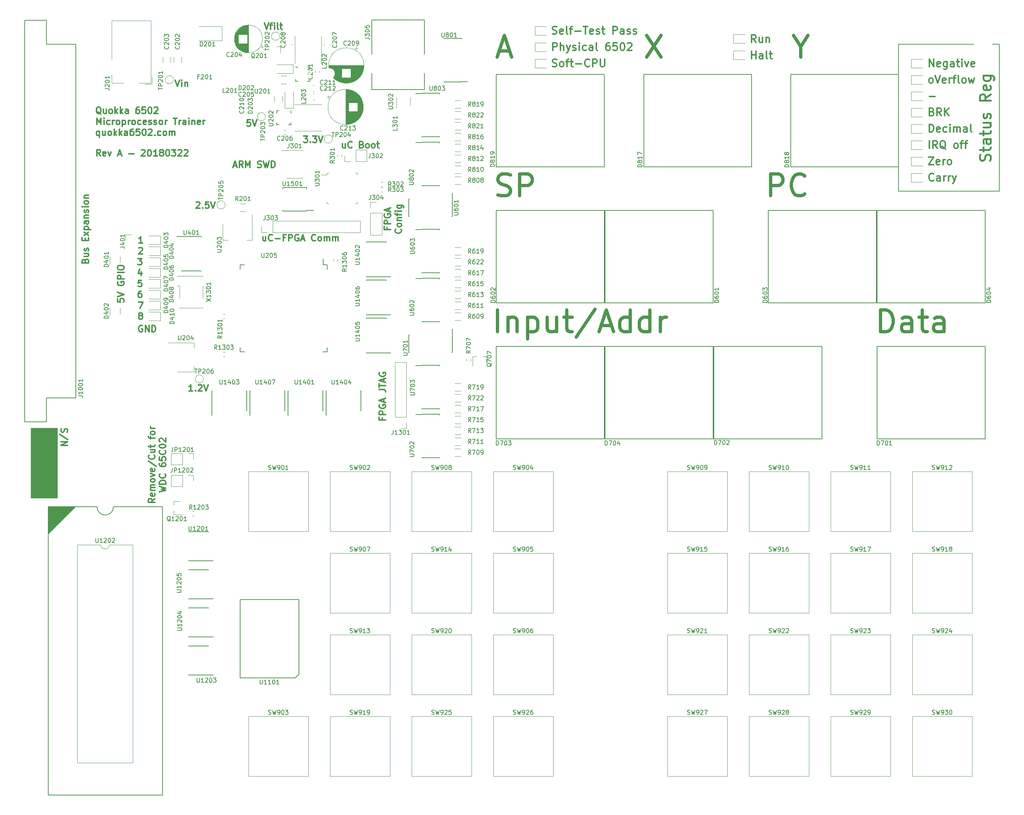
<source format=gto>
G04 #@! TF.GenerationSoftware,KiCad,Pcbnew,5.0.0-rc2-dev-unknown-c6ef0d5~62~ubuntu17.10.1*
G04 #@! TF.CreationDate,2018-03-22T21:06:56-04:00*
G04 #@! TF.ProjectId,quokka,71756F6B6B612E6B696361645F706362,rev?*
G04 #@! TF.SameCoordinates,PX9936698PY214e9c8*
G04 #@! TF.FileFunction,Legend,Top*
G04 #@! TF.FilePolarity,Positive*
%FSLAX46Y46*%
G04 Gerber Fmt 4.6, Leading zero omitted, Abs format (unit mm)*
G04 Created by KiCad (PCBNEW 5.0.0-rc2-dev-unknown-c6ef0d5~62~ubuntu17.10.1) date Thu Mar 22 21:06:56 2018*
%MOMM*%
%LPD*%
G01*
G04 APERTURE LIST*
%ADD10C,0.300000*%
%ADD11C,0.150000*%
%ADD12C,0.200000*%
%ADD13C,0.381000*%
%ADD14C,0.304800*%
%ADD15C,0.762000*%
%ADD16C,0.120000*%
%ADD17C,2.540000*%
%ADD18R,0.850800X0.950800*%
%ADD19O,1.750800X1.750800*%
%ADD20R,1.750800X1.750800*%
%ADD21C,1.650800*%
%ADD22C,2.850800*%
%ADD23C,4.550800*%
%ADD24R,0.700800X1.110800*%
%ADD25R,1.650800X1.650800*%
%ADD26C,1.550800*%
%ADD27R,1.050800X0.720800*%
%ADD28R,1.850800X1.120800*%
%ADD29R,1.120800X1.850800*%
%ADD30R,0.720800X1.050800*%
%ADD31R,1.550800X1.020800*%
%ADD32R,1.020800X1.550800*%
%ADD33R,2.550800X1.850800*%
%ADD34R,1.150800X1.150800*%
%ADD35R,0.450800X0.700800*%
%ADD36R,3.940800X5.550800*%
%ADD37R,2.650800X2.650800*%
%ADD38C,2.650800*%
%ADD39R,2.450800X0.790800*%
%ADD40C,1.750800*%
%ADD41C,3.450800*%
%ADD42R,3.710800X2.135800*%
%ADD43R,5.950800X1.650800*%
%ADD44R,1.650800X5.950800*%
%ADD45R,0.650800X0.700800*%
%ADD46R,0.950800X0.850800*%
%ADD47C,4.050800*%
%ADD48C,2.250800*%
%ADD49O,0.850800X0.350800*%
%ADD50O,0.350800X0.850800*%
%ADD51R,1.800800X1.800800*%
%ADD52R,3.850800X2.050800*%
%ADD53R,1.550800X2.050800*%
%ADD54R,2.050800X1.550800*%
%ADD55R,2.050800X3.850800*%
%ADD56R,0.350800X1.600800*%
%ADD57R,1.600800X0.350800*%
%ADD58R,1.350800X0.300800*%
%ADD59R,0.300800X1.350800*%
%ADD60R,1.150800X0.450800*%
%ADD61R,0.650800X1.550800*%
%ADD62R,1.550800X0.650800*%
%ADD63R,1.550800X0.550800*%
%ADD64R,1.050800X0.450800*%
%ADD65O,1.650800X1.650800*%
%ADD66R,0.450800X1.150800*%
%ADD67R,1.750800X0.700800*%
%ADD68R,2.050800X1.850800*%
G04 APERTURE END LIST*
D10*
X17538285Y-31793571D02*
X17038285Y-31079285D01*
X16681142Y-31793571D02*
X16681142Y-30293571D01*
X17252571Y-30293571D01*
X17395428Y-30365000D01*
X17466857Y-30436428D01*
X17538285Y-30579285D01*
X17538285Y-30793571D01*
X17466857Y-30936428D01*
X17395428Y-31007857D01*
X17252571Y-31079285D01*
X16681142Y-31079285D01*
X18752571Y-31722142D02*
X18609714Y-31793571D01*
X18324000Y-31793571D01*
X18181142Y-31722142D01*
X18109714Y-31579285D01*
X18109714Y-31007857D01*
X18181142Y-30865000D01*
X18324000Y-30793571D01*
X18609714Y-30793571D01*
X18752571Y-30865000D01*
X18824000Y-31007857D01*
X18824000Y-31150714D01*
X18109714Y-31293571D01*
X19324000Y-30793571D02*
X19681142Y-31793571D01*
X20038285Y-30793571D01*
X21681142Y-31365000D02*
X22395428Y-31365000D01*
X21538285Y-31793571D02*
X22038285Y-30293571D01*
X22538285Y-31793571D01*
X24181142Y-31222142D02*
X25324000Y-31222142D01*
X27109714Y-30436428D02*
X27181142Y-30365000D01*
X27324000Y-30293571D01*
X27681142Y-30293571D01*
X27824000Y-30365000D01*
X27895428Y-30436428D01*
X27966857Y-30579285D01*
X27966857Y-30722142D01*
X27895428Y-30936428D01*
X27038285Y-31793571D01*
X27966857Y-31793571D01*
X28895428Y-30293571D02*
X29038285Y-30293571D01*
X29181142Y-30365000D01*
X29252571Y-30436428D01*
X29324000Y-30579285D01*
X29395428Y-30865000D01*
X29395428Y-31222142D01*
X29324000Y-31507857D01*
X29252571Y-31650714D01*
X29181142Y-31722142D01*
X29038285Y-31793571D01*
X28895428Y-31793571D01*
X28752571Y-31722142D01*
X28681142Y-31650714D01*
X28609714Y-31507857D01*
X28538285Y-31222142D01*
X28538285Y-30865000D01*
X28609714Y-30579285D01*
X28681142Y-30436428D01*
X28752571Y-30365000D01*
X28895428Y-30293571D01*
X30824000Y-31793571D02*
X29966857Y-31793571D01*
X30395428Y-31793571D02*
X30395428Y-30293571D01*
X30252571Y-30507857D01*
X30109714Y-30650714D01*
X29966857Y-30722142D01*
X31681142Y-30936428D02*
X31538285Y-30865000D01*
X31466857Y-30793571D01*
X31395428Y-30650714D01*
X31395428Y-30579285D01*
X31466857Y-30436428D01*
X31538285Y-30365000D01*
X31681142Y-30293571D01*
X31966857Y-30293571D01*
X32109714Y-30365000D01*
X32181142Y-30436428D01*
X32252571Y-30579285D01*
X32252571Y-30650714D01*
X32181142Y-30793571D01*
X32109714Y-30865000D01*
X31966857Y-30936428D01*
X31681142Y-30936428D01*
X31538285Y-31007857D01*
X31466857Y-31079285D01*
X31395428Y-31222142D01*
X31395428Y-31507857D01*
X31466857Y-31650714D01*
X31538285Y-31722142D01*
X31681142Y-31793571D01*
X31966857Y-31793571D01*
X32109714Y-31722142D01*
X32181142Y-31650714D01*
X32252571Y-31507857D01*
X32252571Y-31222142D01*
X32181142Y-31079285D01*
X32109714Y-31007857D01*
X31966857Y-30936428D01*
X33181142Y-30293571D02*
X33324000Y-30293571D01*
X33466857Y-30365000D01*
X33538285Y-30436428D01*
X33609714Y-30579285D01*
X33681142Y-30865000D01*
X33681142Y-31222142D01*
X33609714Y-31507857D01*
X33538285Y-31650714D01*
X33466857Y-31722142D01*
X33324000Y-31793571D01*
X33181142Y-31793571D01*
X33038285Y-31722142D01*
X32966857Y-31650714D01*
X32895428Y-31507857D01*
X32824000Y-31222142D01*
X32824000Y-30865000D01*
X32895428Y-30579285D01*
X32966857Y-30436428D01*
X33038285Y-30365000D01*
X33181142Y-30293571D01*
X34181142Y-30293571D02*
X35109714Y-30293571D01*
X34609714Y-30865000D01*
X34824000Y-30865000D01*
X34966857Y-30936428D01*
X35038285Y-31007857D01*
X35109714Y-31150714D01*
X35109714Y-31507857D01*
X35038285Y-31650714D01*
X34966857Y-31722142D01*
X34824000Y-31793571D01*
X34395428Y-31793571D01*
X34252571Y-31722142D01*
X34181142Y-31650714D01*
X35681142Y-30436428D02*
X35752571Y-30365000D01*
X35895428Y-30293571D01*
X36252571Y-30293571D01*
X36395428Y-30365000D01*
X36466857Y-30436428D01*
X36538285Y-30579285D01*
X36538285Y-30722142D01*
X36466857Y-30936428D01*
X35609714Y-31793571D01*
X36538285Y-31793571D01*
X37109714Y-30436428D02*
X37181142Y-30365000D01*
X37324000Y-30293571D01*
X37681142Y-30293571D01*
X37824000Y-30365000D01*
X37895428Y-30436428D01*
X37966857Y-30579285D01*
X37966857Y-30722142D01*
X37895428Y-30936428D01*
X37038285Y-31793571D01*
X37966857Y-31793571D01*
D11*
G36*
X1397000Y-95377000D02*
X1397000Y-111633000D01*
X7493000Y-111633000D01*
X7493000Y-95377000D01*
X1397000Y-95377000D01*
G37*
X1397000Y-95377000D02*
X1397000Y-111633000D01*
X7493000Y-111633000D01*
X7493000Y-95377000D01*
X1397000Y-95377000D01*
D10*
X8409857Y-95409000D02*
X8338428Y-95623285D01*
X8338428Y-95980428D01*
X8409857Y-96123285D01*
X8481285Y-96194714D01*
X8624142Y-96266142D01*
X8767000Y-96266142D01*
X8909857Y-96194714D01*
X8981285Y-96123285D01*
X9052714Y-95980428D01*
X9124142Y-95694714D01*
X9195571Y-95551857D01*
X9267000Y-95480428D01*
X9409857Y-95409000D01*
X9552714Y-95409000D01*
X9695571Y-95480428D01*
X9767000Y-95551857D01*
X9838428Y-95694714D01*
X9838428Y-96051857D01*
X9767000Y-96266142D01*
X9909857Y-97980428D02*
X7981285Y-96694714D01*
X8338428Y-98480428D02*
X9838428Y-98480428D01*
X8338428Y-99337571D01*
X9838428Y-99337571D01*
X17681142Y-22020428D02*
X17538285Y-21949000D01*
X17395428Y-21806142D01*
X17181142Y-21591857D01*
X17038285Y-21520428D01*
X16895428Y-21520428D01*
X16966857Y-21877571D02*
X16824000Y-21806142D01*
X16681142Y-21663285D01*
X16609714Y-21377571D01*
X16609714Y-20877571D01*
X16681142Y-20591857D01*
X16824000Y-20449000D01*
X16966857Y-20377571D01*
X17252571Y-20377571D01*
X17395428Y-20449000D01*
X17538285Y-20591857D01*
X17609714Y-20877571D01*
X17609714Y-21377571D01*
X17538285Y-21663285D01*
X17395428Y-21806142D01*
X17252571Y-21877571D01*
X16966857Y-21877571D01*
X18895428Y-20877571D02*
X18895428Y-21877571D01*
X18252571Y-20877571D02*
X18252571Y-21663285D01*
X18324000Y-21806142D01*
X18466857Y-21877571D01*
X18681142Y-21877571D01*
X18824000Y-21806142D01*
X18895428Y-21734714D01*
X19824000Y-21877571D02*
X19681142Y-21806142D01*
X19609714Y-21734714D01*
X19538285Y-21591857D01*
X19538285Y-21163285D01*
X19609714Y-21020428D01*
X19681142Y-20949000D01*
X19824000Y-20877571D01*
X20038285Y-20877571D01*
X20181142Y-20949000D01*
X20252571Y-21020428D01*
X20324000Y-21163285D01*
X20324000Y-21591857D01*
X20252571Y-21734714D01*
X20181142Y-21806142D01*
X20038285Y-21877571D01*
X19824000Y-21877571D01*
X20966857Y-21877571D02*
X20966857Y-20377571D01*
X21109714Y-21306142D02*
X21538285Y-21877571D01*
X21538285Y-20877571D02*
X20966857Y-21449000D01*
X22181142Y-21877571D02*
X22181142Y-20377571D01*
X22324000Y-21306142D02*
X22752571Y-21877571D01*
X22752571Y-20877571D02*
X22181142Y-21449000D01*
X24038285Y-21877571D02*
X24038285Y-21091857D01*
X23966857Y-20949000D01*
X23824000Y-20877571D01*
X23538285Y-20877571D01*
X23395428Y-20949000D01*
X24038285Y-21806142D02*
X23895428Y-21877571D01*
X23538285Y-21877571D01*
X23395428Y-21806142D01*
X23324000Y-21663285D01*
X23324000Y-21520428D01*
X23395428Y-21377571D01*
X23538285Y-21306142D01*
X23895428Y-21306142D01*
X24038285Y-21234714D01*
X26538285Y-20377571D02*
X26252571Y-20377571D01*
X26109714Y-20449000D01*
X26038285Y-20520428D01*
X25895428Y-20734714D01*
X25824000Y-21020428D01*
X25824000Y-21591857D01*
X25895428Y-21734714D01*
X25966857Y-21806142D01*
X26109714Y-21877571D01*
X26395428Y-21877571D01*
X26538285Y-21806142D01*
X26609714Y-21734714D01*
X26681142Y-21591857D01*
X26681142Y-21234714D01*
X26609714Y-21091857D01*
X26538285Y-21020428D01*
X26395428Y-20949000D01*
X26109714Y-20949000D01*
X25966857Y-21020428D01*
X25895428Y-21091857D01*
X25824000Y-21234714D01*
X28038285Y-20377571D02*
X27324000Y-20377571D01*
X27252571Y-21091857D01*
X27324000Y-21020428D01*
X27466857Y-20949000D01*
X27824000Y-20949000D01*
X27966857Y-21020428D01*
X28038285Y-21091857D01*
X28109714Y-21234714D01*
X28109714Y-21591857D01*
X28038285Y-21734714D01*
X27966857Y-21806142D01*
X27824000Y-21877571D01*
X27466857Y-21877571D01*
X27324000Y-21806142D01*
X27252571Y-21734714D01*
X29038285Y-20377571D02*
X29181142Y-20377571D01*
X29324000Y-20449000D01*
X29395428Y-20520428D01*
X29466857Y-20663285D01*
X29538285Y-20949000D01*
X29538285Y-21306142D01*
X29466857Y-21591857D01*
X29395428Y-21734714D01*
X29324000Y-21806142D01*
X29181142Y-21877571D01*
X29038285Y-21877571D01*
X28895428Y-21806142D01*
X28824000Y-21734714D01*
X28752571Y-21591857D01*
X28681142Y-21306142D01*
X28681142Y-20949000D01*
X28752571Y-20663285D01*
X28824000Y-20520428D01*
X28895428Y-20449000D01*
X29038285Y-20377571D01*
X30109714Y-20520428D02*
X30181142Y-20449000D01*
X30324000Y-20377571D01*
X30681142Y-20377571D01*
X30824000Y-20449000D01*
X30895428Y-20520428D01*
X30966857Y-20663285D01*
X30966857Y-20806142D01*
X30895428Y-21020428D01*
X30038285Y-21877571D01*
X30966857Y-21877571D01*
X16681142Y-24427571D02*
X16681142Y-22927571D01*
X17181142Y-23999000D01*
X17681142Y-22927571D01*
X17681142Y-24427571D01*
X18395428Y-24427571D02*
X18395428Y-23427571D01*
X18395428Y-22927571D02*
X18324000Y-22999000D01*
X18395428Y-23070428D01*
X18466857Y-22999000D01*
X18395428Y-22927571D01*
X18395428Y-23070428D01*
X19752571Y-24356142D02*
X19609714Y-24427571D01*
X19324000Y-24427571D01*
X19181142Y-24356142D01*
X19109714Y-24284714D01*
X19038285Y-24141857D01*
X19038285Y-23713285D01*
X19109714Y-23570428D01*
X19181142Y-23499000D01*
X19324000Y-23427571D01*
X19609714Y-23427571D01*
X19752571Y-23499000D01*
X20395428Y-24427571D02*
X20395428Y-23427571D01*
X20395428Y-23713285D02*
X20466857Y-23570428D01*
X20538285Y-23499000D01*
X20681142Y-23427571D01*
X20824000Y-23427571D01*
X21538285Y-24427571D02*
X21395428Y-24356142D01*
X21324000Y-24284714D01*
X21252571Y-24141857D01*
X21252571Y-23713285D01*
X21324000Y-23570428D01*
X21395428Y-23499000D01*
X21538285Y-23427571D01*
X21752571Y-23427571D01*
X21895428Y-23499000D01*
X21966857Y-23570428D01*
X22038285Y-23713285D01*
X22038285Y-24141857D01*
X21966857Y-24284714D01*
X21895428Y-24356142D01*
X21752571Y-24427571D01*
X21538285Y-24427571D01*
X22681142Y-23427571D02*
X22681142Y-24927571D01*
X22681142Y-23499000D02*
X22824000Y-23427571D01*
X23109714Y-23427571D01*
X23252571Y-23499000D01*
X23324000Y-23570428D01*
X23395428Y-23713285D01*
X23395428Y-24141857D01*
X23324000Y-24284714D01*
X23252571Y-24356142D01*
X23109714Y-24427571D01*
X22824000Y-24427571D01*
X22681142Y-24356142D01*
X24038285Y-24427571D02*
X24038285Y-23427571D01*
X24038285Y-23713285D02*
X24109714Y-23570428D01*
X24181142Y-23499000D01*
X24324000Y-23427571D01*
X24466857Y-23427571D01*
X25181142Y-24427571D02*
X25038285Y-24356142D01*
X24966857Y-24284714D01*
X24895428Y-24141857D01*
X24895428Y-23713285D01*
X24966857Y-23570428D01*
X25038285Y-23499000D01*
X25181142Y-23427571D01*
X25395428Y-23427571D01*
X25538285Y-23499000D01*
X25609714Y-23570428D01*
X25681142Y-23713285D01*
X25681142Y-24141857D01*
X25609714Y-24284714D01*
X25538285Y-24356142D01*
X25395428Y-24427571D01*
X25181142Y-24427571D01*
X26966857Y-24356142D02*
X26824000Y-24427571D01*
X26538285Y-24427571D01*
X26395428Y-24356142D01*
X26324000Y-24284714D01*
X26252571Y-24141857D01*
X26252571Y-23713285D01*
X26324000Y-23570428D01*
X26395428Y-23499000D01*
X26538285Y-23427571D01*
X26824000Y-23427571D01*
X26966857Y-23499000D01*
X28181142Y-24356142D02*
X28038285Y-24427571D01*
X27752571Y-24427571D01*
X27609714Y-24356142D01*
X27538285Y-24213285D01*
X27538285Y-23641857D01*
X27609714Y-23499000D01*
X27752571Y-23427571D01*
X28038285Y-23427571D01*
X28181142Y-23499000D01*
X28252571Y-23641857D01*
X28252571Y-23784714D01*
X27538285Y-23927571D01*
X28824000Y-24356142D02*
X28966857Y-24427571D01*
X29252571Y-24427571D01*
X29395428Y-24356142D01*
X29466857Y-24213285D01*
X29466857Y-24141857D01*
X29395428Y-23999000D01*
X29252571Y-23927571D01*
X29038285Y-23927571D01*
X28895428Y-23856142D01*
X28824000Y-23713285D01*
X28824000Y-23641857D01*
X28895428Y-23499000D01*
X29038285Y-23427571D01*
X29252571Y-23427571D01*
X29395428Y-23499000D01*
X30038285Y-24356142D02*
X30181142Y-24427571D01*
X30466857Y-24427571D01*
X30609714Y-24356142D01*
X30681142Y-24213285D01*
X30681142Y-24141857D01*
X30609714Y-23999000D01*
X30466857Y-23927571D01*
X30252571Y-23927571D01*
X30109714Y-23856142D01*
X30038285Y-23713285D01*
X30038285Y-23641857D01*
X30109714Y-23499000D01*
X30252571Y-23427571D01*
X30466857Y-23427571D01*
X30609714Y-23499000D01*
X31538285Y-24427571D02*
X31395428Y-24356142D01*
X31324000Y-24284714D01*
X31252571Y-24141857D01*
X31252571Y-23713285D01*
X31324000Y-23570428D01*
X31395428Y-23499000D01*
X31538285Y-23427571D01*
X31752571Y-23427571D01*
X31895428Y-23499000D01*
X31966857Y-23570428D01*
X32038285Y-23713285D01*
X32038285Y-24141857D01*
X31966857Y-24284714D01*
X31895428Y-24356142D01*
X31752571Y-24427571D01*
X31538285Y-24427571D01*
X32681142Y-24427571D02*
X32681142Y-23427571D01*
X32681142Y-23713285D02*
X32752571Y-23570428D01*
X32824000Y-23499000D01*
X32966857Y-23427571D01*
X33109714Y-23427571D01*
X34538285Y-22927571D02*
X35395428Y-22927571D01*
X34966857Y-24427571D02*
X34966857Y-22927571D01*
X35895428Y-24427571D02*
X35895428Y-23427571D01*
X35895428Y-23713285D02*
X35966857Y-23570428D01*
X36038285Y-23499000D01*
X36181142Y-23427571D01*
X36324000Y-23427571D01*
X37466857Y-24427571D02*
X37466857Y-23641857D01*
X37395428Y-23499000D01*
X37252571Y-23427571D01*
X36966857Y-23427571D01*
X36824000Y-23499000D01*
X37466857Y-24356142D02*
X37324000Y-24427571D01*
X36966857Y-24427571D01*
X36824000Y-24356142D01*
X36752571Y-24213285D01*
X36752571Y-24070428D01*
X36824000Y-23927571D01*
X36966857Y-23856142D01*
X37324000Y-23856142D01*
X37466857Y-23784714D01*
X38181142Y-24427571D02*
X38181142Y-23427571D01*
X38181142Y-22927571D02*
X38109714Y-22999000D01*
X38181142Y-23070428D01*
X38252571Y-22999000D01*
X38181142Y-22927571D01*
X38181142Y-23070428D01*
X38895428Y-23427571D02*
X38895428Y-24427571D01*
X38895428Y-23570428D02*
X38966857Y-23499000D01*
X39109714Y-23427571D01*
X39324000Y-23427571D01*
X39466857Y-23499000D01*
X39538285Y-23641857D01*
X39538285Y-24427571D01*
X40824000Y-24356142D02*
X40681142Y-24427571D01*
X40395428Y-24427571D01*
X40252571Y-24356142D01*
X40181142Y-24213285D01*
X40181142Y-23641857D01*
X40252571Y-23499000D01*
X40395428Y-23427571D01*
X40681142Y-23427571D01*
X40824000Y-23499000D01*
X40895428Y-23641857D01*
X40895428Y-23784714D01*
X40181142Y-23927571D01*
X41538285Y-24427571D02*
X41538285Y-23427571D01*
X41538285Y-23713285D02*
X41609714Y-23570428D01*
X41681142Y-23499000D01*
X41824000Y-23427571D01*
X41966857Y-23427571D01*
X17324000Y-25977571D02*
X17324000Y-27477571D01*
X17324000Y-26906142D02*
X17181142Y-26977571D01*
X16895428Y-26977571D01*
X16752571Y-26906142D01*
X16681142Y-26834714D01*
X16609714Y-26691857D01*
X16609714Y-26263285D01*
X16681142Y-26120428D01*
X16752571Y-26049000D01*
X16895428Y-25977571D01*
X17181142Y-25977571D01*
X17324000Y-26049000D01*
X18681142Y-25977571D02*
X18681142Y-26977571D01*
X18038285Y-25977571D02*
X18038285Y-26763285D01*
X18109714Y-26906142D01*
X18252571Y-26977571D01*
X18466857Y-26977571D01*
X18609714Y-26906142D01*
X18681142Y-26834714D01*
X19609714Y-26977571D02*
X19466857Y-26906142D01*
X19395428Y-26834714D01*
X19324000Y-26691857D01*
X19324000Y-26263285D01*
X19395428Y-26120428D01*
X19466857Y-26049000D01*
X19609714Y-25977571D01*
X19824000Y-25977571D01*
X19966857Y-26049000D01*
X20038285Y-26120428D01*
X20109714Y-26263285D01*
X20109714Y-26691857D01*
X20038285Y-26834714D01*
X19966857Y-26906142D01*
X19824000Y-26977571D01*
X19609714Y-26977571D01*
X20752571Y-26977571D02*
X20752571Y-25477571D01*
X20895428Y-26406142D02*
X21324000Y-26977571D01*
X21324000Y-25977571D02*
X20752571Y-26549000D01*
X21966857Y-26977571D02*
X21966857Y-25477571D01*
X22109714Y-26406142D02*
X22538285Y-26977571D01*
X22538285Y-25977571D02*
X21966857Y-26549000D01*
X23824000Y-26977571D02*
X23824000Y-26191857D01*
X23752571Y-26049000D01*
X23609714Y-25977571D01*
X23324000Y-25977571D01*
X23181142Y-26049000D01*
X23824000Y-26906142D02*
X23681142Y-26977571D01*
X23324000Y-26977571D01*
X23181142Y-26906142D01*
X23109714Y-26763285D01*
X23109714Y-26620428D01*
X23181142Y-26477571D01*
X23324000Y-26406142D01*
X23681142Y-26406142D01*
X23824000Y-26334714D01*
X25181142Y-25477571D02*
X24895428Y-25477571D01*
X24752571Y-25549000D01*
X24681142Y-25620428D01*
X24538285Y-25834714D01*
X24466857Y-26120428D01*
X24466857Y-26691857D01*
X24538285Y-26834714D01*
X24609714Y-26906142D01*
X24752571Y-26977571D01*
X25038285Y-26977571D01*
X25181142Y-26906142D01*
X25252571Y-26834714D01*
X25324000Y-26691857D01*
X25324000Y-26334714D01*
X25252571Y-26191857D01*
X25181142Y-26120428D01*
X25038285Y-26049000D01*
X24752571Y-26049000D01*
X24609714Y-26120428D01*
X24538285Y-26191857D01*
X24466857Y-26334714D01*
X26681142Y-25477571D02*
X25966857Y-25477571D01*
X25895428Y-26191857D01*
X25966857Y-26120428D01*
X26109714Y-26049000D01*
X26466857Y-26049000D01*
X26609714Y-26120428D01*
X26681142Y-26191857D01*
X26752571Y-26334714D01*
X26752571Y-26691857D01*
X26681142Y-26834714D01*
X26609714Y-26906142D01*
X26466857Y-26977571D01*
X26109714Y-26977571D01*
X25966857Y-26906142D01*
X25895428Y-26834714D01*
X27681142Y-25477571D02*
X27824000Y-25477571D01*
X27966857Y-25549000D01*
X28038285Y-25620428D01*
X28109714Y-25763285D01*
X28181142Y-26049000D01*
X28181142Y-26406142D01*
X28109714Y-26691857D01*
X28038285Y-26834714D01*
X27966857Y-26906142D01*
X27824000Y-26977571D01*
X27681142Y-26977571D01*
X27538285Y-26906142D01*
X27466857Y-26834714D01*
X27395428Y-26691857D01*
X27324000Y-26406142D01*
X27324000Y-26049000D01*
X27395428Y-25763285D01*
X27466857Y-25620428D01*
X27538285Y-25549000D01*
X27681142Y-25477571D01*
X28752571Y-25620428D02*
X28824000Y-25549000D01*
X28966857Y-25477571D01*
X29324000Y-25477571D01*
X29466857Y-25549000D01*
X29538285Y-25620428D01*
X29609714Y-25763285D01*
X29609714Y-25906142D01*
X29538285Y-26120428D01*
X28681142Y-26977571D01*
X29609714Y-26977571D01*
X30252571Y-26834714D02*
X30324000Y-26906142D01*
X30252571Y-26977571D01*
X30181142Y-26906142D01*
X30252571Y-26834714D01*
X30252571Y-26977571D01*
X31609714Y-26906142D02*
X31466857Y-26977571D01*
X31181142Y-26977571D01*
X31038285Y-26906142D01*
X30966857Y-26834714D01*
X30895428Y-26691857D01*
X30895428Y-26263285D01*
X30966857Y-26120428D01*
X31038285Y-26049000D01*
X31181142Y-25977571D01*
X31466857Y-25977571D01*
X31609714Y-26049000D01*
X32466857Y-26977571D02*
X32324000Y-26906142D01*
X32252571Y-26834714D01*
X32181142Y-26691857D01*
X32181142Y-26263285D01*
X32252571Y-26120428D01*
X32324000Y-26049000D01*
X32466857Y-25977571D01*
X32681142Y-25977571D01*
X32824000Y-26049000D01*
X32895428Y-26120428D01*
X32966857Y-26263285D01*
X32966857Y-26691857D01*
X32895428Y-26834714D01*
X32824000Y-26906142D01*
X32681142Y-26977571D01*
X32466857Y-26977571D01*
X33609714Y-26977571D02*
X33609714Y-25977571D01*
X33609714Y-26120428D02*
X33681142Y-26049000D01*
X33824000Y-25977571D01*
X34038285Y-25977571D01*
X34181142Y-26049000D01*
X34252571Y-26191857D01*
X34252571Y-26977571D01*
X34252571Y-26191857D02*
X34324000Y-26049000D01*
X34466857Y-25977571D01*
X34681142Y-25977571D01*
X34824000Y-26049000D01*
X34895428Y-26191857D01*
X34895428Y-26977571D01*
D12*
X20574000Y-113665000D02*
G75*
G02X16764000Y-113665000I-1905000J0D01*
G01*
X11684000Y-113665000D02*
X16764000Y-113665000D01*
X32004000Y-113665000D02*
X20574000Y-113665000D01*
X32004000Y-180975000D02*
X32004000Y-113665000D01*
X5334000Y-180975000D02*
X32004000Y-180975000D01*
X5334000Y-120015000D02*
X5334000Y-180975000D01*
D11*
G36*
X5334000Y-113665000D02*
X5334000Y-120015000D01*
X11684000Y-113665000D01*
X5334000Y-113665000D01*
G37*
X5334000Y-113665000D02*
X5334000Y-120015000D01*
X11684000Y-113665000D01*
X5334000Y-113665000D01*
D10*
X30264571Y-111743142D02*
X29550285Y-112243142D01*
X30264571Y-112600285D02*
X28764571Y-112600285D01*
X28764571Y-112028857D01*
X28836000Y-111886000D01*
X28907428Y-111814571D01*
X29050285Y-111743142D01*
X29264571Y-111743142D01*
X29407428Y-111814571D01*
X29478857Y-111886000D01*
X29550285Y-112028857D01*
X29550285Y-112600285D01*
X30193142Y-110528857D02*
X30264571Y-110671714D01*
X30264571Y-110957428D01*
X30193142Y-111100285D01*
X30050285Y-111171714D01*
X29478857Y-111171714D01*
X29336000Y-111100285D01*
X29264571Y-110957428D01*
X29264571Y-110671714D01*
X29336000Y-110528857D01*
X29478857Y-110457428D01*
X29621714Y-110457428D01*
X29764571Y-111171714D01*
X30264571Y-109814571D02*
X29264571Y-109814571D01*
X29407428Y-109814571D02*
X29336000Y-109743142D01*
X29264571Y-109600285D01*
X29264571Y-109386000D01*
X29336000Y-109243142D01*
X29478857Y-109171714D01*
X30264571Y-109171714D01*
X29478857Y-109171714D02*
X29336000Y-109100285D01*
X29264571Y-108957428D01*
X29264571Y-108743142D01*
X29336000Y-108600285D01*
X29478857Y-108528857D01*
X30264571Y-108528857D01*
X30264571Y-107600285D02*
X30193142Y-107743142D01*
X30121714Y-107814571D01*
X29978857Y-107886000D01*
X29550285Y-107886000D01*
X29407428Y-107814571D01*
X29336000Y-107743142D01*
X29264571Y-107600285D01*
X29264571Y-107386000D01*
X29336000Y-107243142D01*
X29407428Y-107171714D01*
X29550285Y-107100285D01*
X29978857Y-107100285D01*
X30121714Y-107171714D01*
X30193142Y-107243142D01*
X30264571Y-107386000D01*
X30264571Y-107600285D01*
X29264571Y-106600285D02*
X30264571Y-106243142D01*
X29264571Y-105886000D01*
X30193142Y-104743142D02*
X30264571Y-104886000D01*
X30264571Y-105171714D01*
X30193142Y-105314571D01*
X30050285Y-105386000D01*
X29478857Y-105386000D01*
X29336000Y-105314571D01*
X29264571Y-105171714D01*
X29264571Y-104886000D01*
X29336000Y-104743142D01*
X29478857Y-104671714D01*
X29621714Y-104671714D01*
X29764571Y-105386000D01*
X28693142Y-102957428D02*
X30621714Y-104243142D01*
X30121714Y-101600285D02*
X30193142Y-101671714D01*
X30264571Y-101886000D01*
X30264571Y-102028857D01*
X30193142Y-102243142D01*
X30050285Y-102386000D01*
X29907428Y-102457428D01*
X29621714Y-102528857D01*
X29407428Y-102528857D01*
X29121714Y-102457428D01*
X28978857Y-102386000D01*
X28836000Y-102243142D01*
X28764571Y-102028857D01*
X28764571Y-101886000D01*
X28836000Y-101671714D01*
X28907428Y-101600285D01*
X29264571Y-100314571D02*
X30264571Y-100314571D01*
X29264571Y-100957428D02*
X30050285Y-100957428D01*
X30193142Y-100886000D01*
X30264571Y-100743142D01*
X30264571Y-100528857D01*
X30193142Y-100386000D01*
X30121714Y-100314571D01*
X29264571Y-99814571D02*
X29264571Y-99243142D01*
X28764571Y-99600285D02*
X30050285Y-99600285D01*
X30193142Y-99528857D01*
X30264571Y-99386000D01*
X30264571Y-99243142D01*
X29264571Y-97814571D02*
X29264571Y-97243142D01*
X30264571Y-97600285D02*
X28978857Y-97600285D01*
X28836000Y-97528857D01*
X28764571Y-97386000D01*
X28764571Y-97243142D01*
X30264571Y-96528857D02*
X30193142Y-96671714D01*
X30121714Y-96743142D01*
X29978857Y-96814571D01*
X29550285Y-96814571D01*
X29407428Y-96743142D01*
X29336000Y-96671714D01*
X29264571Y-96528857D01*
X29264571Y-96314571D01*
X29336000Y-96171714D01*
X29407428Y-96100285D01*
X29550285Y-96028857D01*
X29978857Y-96028857D01*
X30121714Y-96100285D01*
X30193142Y-96171714D01*
X30264571Y-96314571D01*
X30264571Y-96528857D01*
X30264571Y-95386000D02*
X29264571Y-95386000D01*
X29550285Y-95386000D02*
X29407428Y-95314571D01*
X29336000Y-95243142D01*
X29264571Y-95100285D01*
X29264571Y-94957428D01*
X31314571Y-110207428D02*
X32814571Y-109850285D01*
X31743142Y-109564571D01*
X32814571Y-109278857D01*
X31314571Y-108921714D01*
X32814571Y-108350285D02*
X31314571Y-108350285D01*
X31314571Y-107993142D01*
X31386000Y-107778857D01*
X31528857Y-107636000D01*
X31671714Y-107564571D01*
X31957428Y-107493142D01*
X32171714Y-107493142D01*
X32457428Y-107564571D01*
X32600285Y-107636000D01*
X32743142Y-107778857D01*
X32814571Y-107993142D01*
X32814571Y-108350285D01*
X32671714Y-105993142D02*
X32743142Y-106064571D01*
X32814571Y-106278857D01*
X32814571Y-106421714D01*
X32743142Y-106636000D01*
X32600285Y-106778857D01*
X32457428Y-106850285D01*
X32171714Y-106921714D01*
X31957428Y-106921714D01*
X31671714Y-106850285D01*
X31528857Y-106778857D01*
X31386000Y-106636000D01*
X31314571Y-106421714D01*
X31314571Y-106278857D01*
X31386000Y-106064571D01*
X31457428Y-105993142D01*
X31314571Y-103564571D02*
X31314571Y-103850285D01*
X31386000Y-103993142D01*
X31457428Y-104064571D01*
X31671714Y-104207428D01*
X31957428Y-104278857D01*
X32528857Y-104278857D01*
X32671714Y-104207428D01*
X32743142Y-104136000D01*
X32814571Y-103993142D01*
X32814571Y-103707428D01*
X32743142Y-103564571D01*
X32671714Y-103493142D01*
X32528857Y-103421714D01*
X32171714Y-103421714D01*
X32028857Y-103493142D01*
X31957428Y-103564571D01*
X31886000Y-103707428D01*
X31886000Y-103993142D01*
X31957428Y-104136000D01*
X32028857Y-104207428D01*
X32171714Y-104278857D01*
X31314571Y-102064571D02*
X31314571Y-102778857D01*
X32028857Y-102850285D01*
X31957428Y-102778857D01*
X31886000Y-102636000D01*
X31886000Y-102278857D01*
X31957428Y-102136000D01*
X32028857Y-102064571D01*
X32171714Y-101993142D01*
X32528857Y-101993142D01*
X32671714Y-102064571D01*
X32743142Y-102136000D01*
X32814571Y-102278857D01*
X32814571Y-102636000D01*
X32743142Y-102778857D01*
X32671714Y-102850285D01*
X32671714Y-100493142D02*
X32743142Y-100564571D01*
X32814571Y-100778857D01*
X32814571Y-100921714D01*
X32743142Y-101136000D01*
X32600285Y-101278857D01*
X32457428Y-101350285D01*
X32171714Y-101421714D01*
X31957428Y-101421714D01*
X31671714Y-101350285D01*
X31528857Y-101278857D01*
X31386000Y-101136000D01*
X31314571Y-100921714D01*
X31314571Y-100778857D01*
X31386000Y-100564571D01*
X31457428Y-100493142D01*
X31314571Y-99564571D02*
X31314571Y-99421714D01*
X31386000Y-99278857D01*
X31457428Y-99207428D01*
X31600285Y-99136000D01*
X31886000Y-99064571D01*
X32243142Y-99064571D01*
X32528857Y-99136000D01*
X32671714Y-99207428D01*
X32743142Y-99278857D01*
X32814571Y-99421714D01*
X32814571Y-99564571D01*
X32743142Y-99707428D01*
X32671714Y-99778857D01*
X32528857Y-99850285D01*
X32243142Y-99921714D01*
X31886000Y-99921714D01*
X31600285Y-99850285D01*
X31457428Y-99778857D01*
X31386000Y-99707428D01*
X31314571Y-99564571D01*
X31457428Y-98493142D02*
X31386000Y-98421714D01*
X31314571Y-98278857D01*
X31314571Y-97921714D01*
X31386000Y-97778857D01*
X31457428Y-97707428D01*
X31600285Y-97636000D01*
X31743142Y-97636000D01*
X31957428Y-97707428D01*
X32814571Y-98564571D01*
X32814571Y-97636000D01*
X56119142Y-50605571D02*
X56119142Y-51605571D01*
X55476285Y-50605571D02*
X55476285Y-51391285D01*
X55547714Y-51534142D01*
X55690571Y-51605571D01*
X55904857Y-51605571D01*
X56047714Y-51534142D01*
X56119142Y-51462714D01*
X57690571Y-51462714D02*
X57619142Y-51534142D01*
X57404857Y-51605571D01*
X57262000Y-51605571D01*
X57047714Y-51534142D01*
X56904857Y-51391285D01*
X56833428Y-51248428D01*
X56762000Y-50962714D01*
X56762000Y-50748428D01*
X56833428Y-50462714D01*
X56904857Y-50319857D01*
X57047714Y-50177000D01*
X57262000Y-50105571D01*
X57404857Y-50105571D01*
X57619142Y-50177000D01*
X57690571Y-50248428D01*
X58333428Y-51034142D02*
X59476285Y-51034142D01*
X60690571Y-50819857D02*
X60190571Y-50819857D01*
X60190571Y-51605571D02*
X60190571Y-50105571D01*
X60904857Y-50105571D01*
X61476285Y-51605571D02*
X61476285Y-50105571D01*
X62047714Y-50105571D01*
X62190571Y-50177000D01*
X62262000Y-50248428D01*
X62333428Y-50391285D01*
X62333428Y-50605571D01*
X62262000Y-50748428D01*
X62190571Y-50819857D01*
X62047714Y-50891285D01*
X61476285Y-50891285D01*
X63762000Y-50177000D02*
X63619142Y-50105571D01*
X63404857Y-50105571D01*
X63190571Y-50177000D01*
X63047714Y-50319857D01*
X62976285Y-50462714D01*
X62904857Y-50748428D01*
X62904857Y-50962714D01*
X62976285Y-51248428D01*
X63047714Y-51391285D01*
X63190571Y-51534142D01*
X63404857Y-51605571D01*
X63547714Y-51605571D01*
X63762000Y-51534142D01*
X63833428Y-51462714D01*
X63833428Y-50962714D01*
X63547714Y-50962714D01*
X64404857Y-51177000D02*
X65119142Y-51177000D01*
X64262000Y-51605571D02*
X64762000Y-50105571D01*
X65262000Y-51605571D01*
X67762000Y-51462714D02*
X67690571Y-51534142D01*
X67476285Y-51605571D01*
X67333428Y-51605571D01*
X67119142Y-51534142D01*
X66976285Y-51391285D01*
X66904857Y-51248428D01*
X66833428Y-50962714D01*
X66833428Y-50748428D01*
X66904857Y-50462714D01*
X66976285Y-50319857D01*
X67119142Y-50177000D01*
X67333428Y-50105571D01*
X67476285Y-50105571D01*
X67690571Y-50177000D01*
X67762000Y-50248428D01*
X68619142Y-51605571D02*
X68476285Y-51534142D01*
X68404857Y-51462714D01*
X68333428Y-51319857D01*
X68333428Y-50891285D01*
X68404857Y-50748428D01*
X68476285Y-50677000D01*
X68619142Y-50605571D01*
X68833428Y-50605571D01*
X68976285Y-50677000D01*
X69047714Y-50748428D01*
X69119142Y-50891285D01*
X69119142Y-51319857D01*
X69047714Y-51462714D01*
X68976285Y-51534142D01*
X68833428Y-51605571D01*
X68619142Y-51605571D01*
X69762000Y-51605571D02*
X69762000Y-50605571D01*
X69762000Y-50748428D02*
X69833428Y-50677000D01*
X69976285Y-50605571D01*
X70190571Y-50605571D01*
X70333428Y-50677000D01*
X70404857Y-50819857D01*
X70404857Y-51605571D01*
X70404857Y-50819857D02*
X70476285Y-50677000D01*
X70619142Y-50605571D01*
X70833428Y-50605571D01*
X70976285Y-50677000D01*
X71047714Y-50819857D01*
X71047714Y-51605571D01*
X71762000Y-51605571D02*
X71762000Y-50605571D01*
X71762000Y-50748428D02*
X71833428Y-50677000D01*
X71976285Y-50605571D01*
X72190571Y-50605571D01*
X72333428Y-50677000D01*
X72404857Y-50819857D01*
X72404857Y-51605571D01*
X72404857Y-50819857D02*
X72476285Y-50677000D01*
X72619142Y-50605571D01*
X72833428Y-50605571D01*
X72976285Y-50677000D01*
X73047714Y-50819857D01*
X73047714Y-51605571D01*
X84469857Y-48410571D02*
X84469857Y-48910571D01*
X85255571Y-48910571D02*
X83755571Y-48910571D01*
X83755571Y-48196285D01*
X85255571Y-47624857D02*
X83755571Y-47624857D01*
X83755571Y-47053428D01*
X83827000Y-46910571D01*
X83898428Y-46839142D01*
X84041285Y-46767714D01*
X84255571Y-46767714D01*
X84398428Y-46839142D01*
X84469857Y-46910571D01*
X84541285Y-47053428D01*
X84541285Y-47624857D01*
X83827000Y-45339142D02*
X83755571Y-45482000D01*
X83755571Y-45696285D01*
X83827000Y-45910571D01*
X83969857Y-46053428D01*
X84112714Y-46124857D01*
X84398428Y-46196285D01*
X84612714Y-46196285D01*
X84898428Y-46124857D01*
X85041285Y-46053428D01*
X85184142Y-45910571D01*
X85255571Y-45696285D01*
X85255571Y-45553428D01*
X85184142Y-45339142D01*
X85112714Y-45267714D01*
X84612714Y-45267714D01*
X84612714Y-45553428D01*
X84827000Y-44696285D02*
X84827000Y-43982000D01*
X85255571Y-44839142D02*
X83755571Y-44339142D01*
X85255571Y-43839142D01*
X87662714Y-48839142D02*
X87734142Y-48910571D01*
X87805571Y-49124857D01*
X87805571Y-49267714D01*
X87734142Y-49482000D01*
X87591285Y-49624857D01*
X87448428Y-49696285D01*
X87162714Y-49767714D01*
X86948428Y-49767714D01*
X86662714Y-49696285D01*
X86519857Y-49624857D01*
X86377000Y-49482000D01*
X86305571Y-49267714D01*
X86305571Y-49124857D01*
X86377000Y-48910571D01*
X86448428Y-48839142D01*
X87805571Y-47982000D02*
X87734142Y-48124857D01*
X87662714Y-48196285D01*
X87519857Y-48267714D01*
X87091285Y-48267714D01*
X86948428Y-48196285D01*
X86877000Y-48124857D01*
X86805571Y-47982000D01*
X86805571Y-47767714D01*
X86877000Y-47624857D01*
X86948428Y-47553428D01*
X87091285Y-47482000D01*
X87519857Y-47482000D01*
X87662714Y-47553428D01*
X87734142Y-47624857D01*
X87805571Y-47767714D01*
X87805571Y-47982000D01*
X86805571Y-46839142D02*
X87805571Y-46839142D01*
X86948428Y-46839142D02*
X86877000Y-46767714D01*
X86805571Y-46624857D01*
X86805571Y-46410571D01*
X86877000Y-46267714D01*
X87019857Y-46196285D01*
X87805571Y-46196285D01*
X86805571Y-45696285D02*
X86805571Y-45124857D01*
X87805571Y-45482000D02*
X86519857Y-45482000D01*
X86377000Y-45410571D01*
X86305571Y-45267714D01*
X86305571Y-45124857D01*
X87805571Y-44624857D02*
X86805571Y-44624857D01*
X86305571Y-44624857D02*
X86377000Y-44696285D01*
X86448428Y-44624857D01*
X86377000Y-44553428D01*
X86305571Y-44624857D01*
X86448428Y-44624857D01*
X86805571Y-43267714D02*
X88019857Y-43267714D01*
X88162714Y-43339142D01*
X88234142Y-43410571D01*
X88305571Y-43553428D01*
X88305571Y-43767714D01*
X88234142Y-43910571D01*
X87734142Y-43267714D02*
X87805571Y-43410571D01*
X87805571Y-43696285D01*
X87734142Y-43839142D01*
X87662714Y-43910571D01*
X87519857Y-43982000D01*
X87091285Y-43982000D01*
X86948428Y-43910571D01*
X86877000Y-43839142D01*
X86805571Y-43696285D01*
X86805571Y-43410571D01*
X86877000Y-43267714D01*
X83331857Y-92919714D02*
X83331857Y-93419714D01*
X84117571Y-93419714D02*
X82617571Y-93419714D01*
X82617571Y-92705428D01*
X84117571Y-92134000D02*
X82617571Y-92134000D01*
X82617571Y-91562571D01*
X82689000Y-91419714D01*
X82760428Y-91348285D01*
X82903285Y-91276857D01*
X83117571Y-91276857D01*
X83260428Y-91348285D01*
X83331857Y-91419714D01*
X83403285Y-91562571D01*
X83403285Y-92134000D01*
X82689000Y-89848285D02*
X82617571Y-89991142D01*
X82617571Y-90205428D01*
X82689000Y-90419714D01*
X82831857Y-90562571D01*
X82974714Y-90634000D01*
X83260428Y-90705428D01*
X83474714Y-90705428D01*
X83760428Y-90634000D01*
X83903285Y-90562571D01*
X84046142Y-90419714D01*
X84117571Y-90205428D01*
X84117571Y-90062571D01*
X84046142Y-89848285D01*
X83974714Y-89776857D01*
X83474714Y-89776857D01*
X83474714Y-90062571D01*
X83689000Y-89205428D02*
X83689000Y-88491142D01*
X84117571Y-89348285D02*
X82617571Y-88848285D01*
X84117571Y-88348285D01*
X82617571Y-86276857D02*
X83689000Y-86276857D01*
X83903285Y-86348285D01*
X84046142Y-86491142D01*
X84117571Y-86705428D01*
X84117571Y-86848285D01*
X82617571Y-85776857D02*
X82617571Y-84919714D01*
X84117571Y-85348285D02*
X82617571Y-85348285D01*
X83689000Y-84491142D02*
X83689000Y-83776857D01*
X84117571Y-84634000D02*
X82617571Y-84134000D01*
X84117571Y-83634000D01*
X82689000Y-82348285D02*
X82617571Y-82491142D01*
X82617571Y-82705428D01*
X82689000Y-82919714D01*
X82831857Y-83062571D01*
X82974714Y-83134000D01*
X83260428Y-83205428D01*
X83474714Y-83205428D01*
X83760428Y-83134000D01*
X83903285Y-83062571D01*
X84046142Y-82919714D01*
X84117571Y-82705428D01*
X84117571Y-82562571D01*
X84046142Y-82348285D01*
X83974714Y-82276857D01*
X83474714Y-82276857D01*
X83474714Y-82562571D01*
X48609857Y-34032000D02*
X49324142Y-34032000D01*
X48467000Y-34460571D02*
X48967000Y-32960571D01*
X49467000Y-34460571D01*
X50824142Y-34460571D02*
X50324142Y-33746285D01*
X49967000Y-34460571D02*
X49967000Y-32960571D01*
X50538428Y-32960571D01*
X50681285Y-33032000D01*
X50752714Y-33103428D01*
X50824142Y-33246285D01*
X50824142Y-33460571D01*
X50752714Y-33603428D01*
X50681285Y-33674857D01*
X50538428Y-33746285D01*
X49967000Y-33746285D01*
X51467000Y-34460571D02*
X51467000Y-32960571D01*
X51967000Y-34032000D01*
X52467000Y-32960571D01*
X52467000Y-34460571D01*
X54252714Y-34389142D02*
X54467000Y-34460571D01*
X54824142Y-34460571D01*
X54967000Y-34389142D01*
X55038428Y-34317714D01*
X55109857Y-34174857D01*
X55109857Y-34032000D01*
X55038428Y-33889142D01*
X54967000Y-33817714D01*
X54824142Y-33746285D01*
X54538428Y-33674857D01*
X54395571Y-33603428D01*
X54324142Y-33532000D01*
X54252714Y-33389142D01*
X54252714Y-33246285D01*
X54324142Y-33103428D01*
X54395571Y-33032000D01*
X54538428Y-32960571D01*
X54895571Y-32960571D01*
X55109857Y-33032000D01*
X55609857Y-32960571D02*
X55967000Y-34460571D01*
X56252714Y-33389142D01*
X56538428Y-34460571D01*
X56895571Y-32960571D01*
X57467000Y-34460571D02*
X57467000Y-32960571D01*
X57824142Y-32960571D01*
X58038428Y-33032000D01*
X58181285Y-33174857D01*
X58252714Y-33317714D01*
X58324142Y-33603428D01*
X58324142Y-33817714D01*
X58252714Y-34103428D01*
X58181285Y-34246285D01*
X58038428Y-34389142D01*
X57824142Y-34460571D01*
X57467000Y-34460571D01*
X39100285Y-86657571D02*
X38243142Y-86657571D01*
X38671714Y-86657571D02*
X38671714Y-85157571D01*
X38528857Y-85371857D01*
X38386000Y-85514714D01*
X38243142Y-85586142D01*
X39743142Y-86514714D02*
X39814571Y-86586142D01*
X39743142Y-86657571D01*
X39671714Y-86586142D01*
X39743142Y-86514714D01*
X39743142Y-86657571D01*
X40386000Y-85300428D02*
X40457428Y-85229000D01*
X40600285Y-85157571D01*
X40957428Y-85157571D01*
X41100285Y-85229000D01*
X41171714Y-85300428D01*
X41243142Y-85443285D01*
X41243142Y-85586142D01*
X41171714Y-85800428D01*
X40314571Y-86657571D01*
X41243142Y-86657571D01*
X41671714Y-85157571D02*
X42171714Y-86657571D01*
X42671714Y-85157571D01*
X39894142Y-42628428D02*
X39965571Y-42557000D01*
X40108428Y-42485571D01*
X40465571Y-42485571D01*
X40608428Y-42557000D01*
X40679857Y-42628428D01*
X40751285Y-42771285D01*
X40751285Y-42914142D01*
X40679857Y-43128428D01*
X39822714Y-43985571D01*
X40751285Y-43985571D01*
X41394142Y-43842714D02*
X41465571Y-43914142D01*
X41394142Y-43985571D01*
X41322714Y-43914142D01*
X41394142Y-43842714D01*
X41394142Y-43985571D01*
X42822714Y-42485571D02*
X42108428Y-42485571D01*
X42037000Y-43199857D01*
X42108428Y-43128428D01*
X42251285Y-43057000D01*
X42608428Y-43057000D01*
X42751285Y-43128428D01*
X42822714Y-43199857D01*
X42894142Y-43342714D01*
X42894142Y-43699857D01*
X42822714Y-43842714D01*
X42751285Y-43914142D01*
X42608428Y-43985571D01*
X42251285Y-43985571D01*
X42108428Y-43914142D01*
X42037000Y-43842714D01*
X43322714Y-42485571D02*
X43822714Y-43985571D01*
X44322714Y-42485571D01*
X55804857Y-702571D02*
X56304857Y-2202571D01*
X56804857Y-702571D01*
X57090571Y-1202571D02*
X57662000Y-1202571D01*
X57304857Y-2202571D02*
X57304857Y-916857D01*
X57376285Y-774000D01*
X57519142Y-702571D01*
X57662000Y-702571D01*
X58162000Y-2202571D02*
X58162000Y-1202571D01*
X58162000Y-702571D02*
X58090571Y-774000D01*
X58162000Y-845428D01*
X58233428Y-774000D01*
X58162000Y-702571D01*
X58162000Y-845428D01*
X59090571Y-2202571D02*
X58947714Y-2131142D01*
X58876285Y-1988285D01*
X58876285Y-702571D01*
X59447714Y-1202571D02*
X60019142Y-1202571D01*
X59662000Y-702571D02*
X59662000Y-1988285D01*
X59733428Y-2131142D01*
X59876285Y-2202571D01*
X60019142Y-2202571D01*
X35040285Y-14037571D02*
X35540285Y-15537571D01*
X36040285Y-14037571D01*
X36540285Y-15537571D02*
X36540285Y-14537571D01*
X36540285Y-14037571D02*
X36468857Y-14109000D01*
X36540285Y-14180428D01*
X36611714Y-14109000D01*
X36540285Y-14037571D01*
X36540285Y-14180428D01*
X37254571Y-14537571D02*
X37254571Y-15537571D01*
X37254571Y-14680428D02*
X37326000Y-14609000D01*
X37468857Y-14537571D01*
X37683142Y-14537571D01*
X37826000Y-14609000D01*
X37897428Y-14751857D01*
X37897428Y-15537571D01*
X52546285Y-23308571D02*
X51832000Y-23308571D01*
X51760571Y-24022857D01*
X51832000Y-23951428D01*
X51974857Y-23880000D01*
X52332000Y-23880000D01*
X52474857Y-23951428D01*
X52546285Y-24022857D01*
X52617714Y-24165714D01*
X52617714Y-24522857D01*
X52546285Y-24665714D01*
X52474857Y-24737142D01*
X52332000Y-24808571D01*
X51974857Y-24808571D01*
X51832000Y-24737142D01*
X51760571Y-24665714D01*
X53046285Y-23308571D02*
X53546285Y-24808571D01*
X54046285Y-23308571D01*
X64968714Y-27118571D02*
X65897285Y-27118571D01*
X65397285Y-27690000D01*
X65611571Y-27690000D01*
X65754428Y-27761428D01*
X65825857Y-27832857D01*
X65897285Y-27975714D01*
X65897285Y-28332857D01*
X65825857Y-28475714D01*
X65754428Y-28547142D01*
X65611571Y-28618571D01*
X65183000Y-28618571D01*
X65040142Y-28547142D01*
X64968714Y-28475714D01*
X66540142Y-28475714D02*
X66611571Y-28547142D01*
X66540142Y-28618571D01*
X66468714Y-28547142D01*
X66540142Y-28475714D01*
X66540142Y-28618571D01*
X67111571Y-27118571D02*
X68040142Y-27118571D01*
X67540142Y-27690000D01*
X67754428Y-27690000D01*
X67897285Y-27761428D01*
X67968714Y-27832857D01*
X68040142Y-27975714D01*
X68040142Y-28332857D01*
X67968714Y-28475714D01*
X67897285Y-28547142D01*
X67754428Y-28618571D01*
X67325857Y-28618571D01*
X67183000Y-28547142D01*
X67111571Y-28475714D01*
X68468714Y-27118571D02*
X68968714Y-28618571D01*
X69468714Y-27118571D01*
X74696285Y-28888571D02*
X74696285Y-29888571D01*
X74053428Y-28888571D02*
X74053428Y-29674285D01*
X74124857Y-29817142D01*
X74267714Y-29888571D01*
X74482000Y-29888571D01*
X74624857Y-29817142D01*
X74696285Y-29745714D01*
X76267714Y-29745714D02*
X76196285Y-29817142D01*
X75982000Y-29888571D01*
X75839142Y-29888571D01*
X75624857Y-29817142D01*
X75482000Y-29674285D01*
X75410571Y-29531428D01*
X75339142Y-29245714D01*
X75339142Y-29031428D01*
X75410571Y-28745714D01*
X75482000Y-28602857D01*
X75624857Y-28460000D01*
X75839142Y-28388571D01*
X75982000Y-28388571D01*
X76196285Y-28460000D01*
X76267714Y-28531428D01*
X78553428Y-29102857D02*
X78767714Y-29174285D01*
X78839142Y-29245714D01*
X78910571Y-29388571D01*
X78910571Y-29602857D01*
X78839142Y-29745714D01*
X78767714Y-29817142D01*
X78624857Y-29888571D01*
X78053428Y-29888571D01*
X78053428Y-28388571D01*
X78553428Y-28388571D01*
X78696285Y-28460000D01*
X78767714Y-28531428D01*
X78839142Y-28674285D01*
X78839142Y-28817142D01*
X78767714Y-28960000D01*
X78696285Y-29031428D01*
X78553428Y-29102857D01*
X78053428Y-29102857D01*
X79767714Y-29888571D02*
X79624857Y-29817142D01*
X79553428Y-29745714D01*
X79482000Y-29602857D01*
X79482000Y-29174285D01*
X79553428Y-29031428D01*
X79624857Y-28960000D01*
X79767714Y-28888571D01*
X79982000Y-28888571D01*
X80124857Y-28960000D01*
X80196285Y-29031428D01*
X80267714Y-29174285D01*
X80267714Y-29602857D01*
X80196285Y-29745714D01*
X80124857Y-29817142D01*
X79982000Y-29888571D01*
X79767714Y-29888571D01*
X81124857Y-29888571D02*
X80982000Y-29817142D01*
X80910571Y-29745714D01*
X80839142Y-29602857D01*
X80839142Y-29174285D01*
X80910571Y-29031428D01*
X80982000Y-28960000D01*
X81124857Y-28888571D01*
X81339142Y-28888571D01*
X81482000Y-28960000D01*
X81553428Y-29031428D01*
X81624857Y-29174285D01*
X81624857Y-29602857D01*
X81553428Y-29745714D01*
X81482000Y-29817142D01*
X81339142Y-29888571D01*
X81124857Y-29888571D01*
X82053428Y-28888571D02*
X82624857Y-28888571D01*
X82267714Y-28388571D02*
X82267714Y-29674285D01*
X82339142Y-29817142D01*
X82482000Y-29888571D01*
X82624857Y-29888571D01*
X27305142Y-71386000D02*
X27162285Y-71314571D01*
X26948000Y-71314571D01*
X26733714Y-71386000D01*
X26590857Y-71528857D01*
X26519428Y-71671714D01*
X26448000Y-71957428D01*
X26448000Y-72171714D01*
X26519428Y-72457428D01*
X26590857Y-72600285D01*
X26733714Y-72743142D01*
X26948000Y-72814571D01*
X27090857Y-72814571D01*
X27305142Y-72743142D01*
X27376571Y-72671714D01*
X27376571Y-72171714D01*
X27090857Y-72171714D01*
X28019428Y-72814571D02*
X28019428Y-71314571D01*
X28876571Y-72814571D01*
X28876571Y-71314571D01*
X29590857Y-72814571D02*
X29590857Y-71314571D01*
X29948000Y-71314571D01*
X30162285Y-71386000D01*
X30305142Y-71528857D01*
X30376571Y-71671714D01*
X30448000Y-71957428D01*
X30448000Y-72171714D01*
X30376571Y-72457428D01*
X30305142Y-72600285D01*
X30162285Y-72743142D01*
X29948000Y-72814571D01*
X29590857Y-72814571D01*
X13989857Y-56224285D02*
X14061285Y-56010000D01*
X14132714Y-55938571D01*
X14275571Y-55867142D01*
X14489857Y-55867142D01*
X14632714Y-55938571D01*
X14704142Y-56010000D01*
X14775571Y-56152857D01*
X14775571Y-56724285D01*
X13275571Y-56724285D01*
X13275571Y-56224285D01*
X13347000Y-56081428D01*
X13418428Y-56010000D01*
X13561285Y-55938571D01*
X13704142Y-55938571D01*
X13847000Y-56010000D01*
X13918428Y-56081428D01*
X13989857Y-56224285D01*
X13989857Y-56724285D01*
X13775571Y-54581428D02*
X14775571Y-54581428D01*
X13775571Y-55224285D02*
X14561285Y-55224285D01*
X14704142Y-55152857D01*
X14775571Y-55010000D01*
X14775571Y-54795714D01*
X14704142Y-54652857D01*
X14632714Y-54581428D01*
X14704142Y-53938571D02*
X14775571Y-53795714D01*
X14775571Y-53510000D01*
X14704142Y-53367142D01*
X14561285Y-53295714D01*
X14489857Y-53295714D01*
X14347000Y-53367142D01*
X14275571Y-53510000D01*
X14275571Y-53724285D01*
X14204142Y-53867142D01*
X14061285Y-53938571D01*
X13989857Y-53938571D01*
X13847000Y-53867142D01*
X13775571Y-53724285D01*
X13775571Y-53510000D01*
X13847000Y-53367142D01*
X13989857Y-51510000D02*
X13989857Y-51010000D01*
X14775571Y-50795714D02*
X14775571Y-51510000D01*
X13275571Y-51510000D01*
X13275571Y-50795714D01*
X14775571Y-50295714D02*
X13775571Y-49510000D01*
X13775571Y-50295714D02*
X14775571Y-49510000D01*
X13775571Y-48938571D02*
X15275571Y-48938571D01*
X13847000Y-48938571D02*
X13775571Y-48795714D01*
X13775571Y-48510000D01*
X13847000Y-48367142D01*
X13918428Y-48295714D01*
X14061285Y-48224285D01*
X14489857Y-48224285D01*
X14632714Y-48295714D01*
X14704142Y-48367142D01*
X14775571Y-48510000D01*
X14775571Y-48795714D01*
X14704142Y-48938571D01*
X14775571Y-46938571D02*
X13989857Y-46938571D01*
X13847000Y-47010000D01*
X13775571Y-47152857D01*
X13775571Y-47438571D01*
X13847000Y-47581428D01*
X14704142Y-46938571D02*
X14775571Y-47081428D01*
X14775571Y-47438571D01*
X14704142Y-47581428D01*
X14561285Y-47652857D01*
X14418428Y-47652857D01*
X14275571Y-47581428D01*
X14204142Y-47438571D01*
X14204142Y-47081428D01*
X14132714Y-46938571D01*
X13775571Y-46224285D02*
X14775571Y-46224285D01*
X13918428Y-46224285D02*
X13847000Y-46152857D01*
X13775571Y-46010000D01*
X13775571Y-45795714D01*
X13847000Y-45652857D01*
X13989857Y-45581428D01*
X14775571Y-45581428D01*
X14704142Y-44938571D02*
X14775571Y-44795714D01*
X14775571Y-44510000D01*
X14704142Y-44367142D01*
X14561285Y-44295714D01*
X14489857Y-44295714D01*
X14347000Y-44367142D01*
X14275571Y-44510000D01*
X14275571Y-44724285D01*
X14204142Y-44867142D01*
X14061285Y-44938571D01*
X13989857Y-44938571D01*
X13847000Y-44867142D01*
X13775571Y-44724285D01*
X13775571Y-44510000D01*
X13847000Y-44367142D01*
X14775571Y-43652857D02*
X13775571Y-43652857D01*
X13275571Y-43652857D02*
X13347000Y-43724285D01*
X13418428Y-43652857D01*
X13347000Y-43581428D01*
X13275571Y-43652857D01*
X13418428Y-43652857D01*
X14775571Y-42724285D02*
X14704142Y-42867142D01*
X14632714Y-42938571D01*
X14489857Y-43010000D01*
X14061285Y-43010000D01*
X13918428Y-42938571D01*
X13847000Y-42867142D01*
X13775571Y-42724285D01*
X13775571Y-42510000D01*
X13847000Y-42367142D01*
X13918428Y-42295714D01*
X14061285Y-42224285D01*
X14489857Y-42224285D01*
X14632714Y-42295714D01*
X14704142Y-42367142D01*
X14775571Y-42510000D01*
X14775571Y-42724285D01*
X13775571Y-41581428D02*
X14775571Y-41581428D01*
X13918428Y-41581428D02*
X13847000Y-41510000D01*
X13775571Y-41367142D01*
X13775571Y-41152857D01*
X13847000Y-41010000D01*
X13989857Y-40938571D01*
X14775571Y-40938571D01*
X21530571Y-65095000D02*
X21530571Y-65809285D01*
X22244857Y-65880714D01*
X22173428Y-65809285D01*
X22102000Y-65666428D01*
X22102000Y-65309285D01*
X22173428Y-65166428D01*
X22244857Y-65095000D01*
X22387714Y-65023571D01*
X22744857Y-65023571D01*
X22887714Y-65095000D01*
X22959142Y-65166428D01*
X23030571Y-65309285D01*
X23030571Y-65666428D01*
X22959142Y-65809285D01*
X22887714Y-65880714D01*
X21530571Y-64595000D02*
X23030571Y-64095000D01*
X21530571Y-63595000D01*
X21602000Y-61166428D02*
X21530571Y-61309285D01*
X21530571Y-61523571D01*
X21602000Y-61737857D01*
X21744857Y-61880714D01*
X21887714Y-61952142D01*
X22173428Y-62023571D01*
X22387714Y-62023571D01*
X22673428Y-61952142D01*
X22816285Y-61880714D01*
X22959142Y-61737857D01*
X23030571Y-61523571D01*
X23030571Y-61380714D01*
X22959142Y-61166428D01*
X22887714Y-61095000D01*
X22387714Y-61095000D01*
X22387714Y-61380714D01*
X23030571Y-60452142D02*
X21530571Y-60452142D01*
X21530571Y-59880714D01*
X21602000Y-59737857D01*
X21673428Y-59666428D01*
X21816285Y-59595000D01*
X22030571Y-59595000D01*
X22173428Y-59666428D01*
X22244857Y-59737857D01*
X22316285Y-59880714D01*
X22316285Y-60452142D01*
X23030571Y-58952142D02*
X21530571Y-58952142D01*
X21530571Y-57952142D02*
X21530571Y-57666428D01*
X21602000Y-57523571D01*
X21744857Y-57380714D01*
X22030571Y-57309285D01*
X22530571Y-57309285D01*
X22816285Y-57380714D01*
X22959142Y-57523571D01*
X23030571Y-57666428D01*
X23030571Y-57952142D01*
X22959142Y-58095000D01*
X22816285Y-58237857D01*
X22530571Y-58309285D01*
X22030571Y-58309285D01*
X21744857Y-58237857D01*
X21602000Y-58095000D01*
X21530571Y-57952142D01*
X26781142Y-69036428D02*
X26638285Y-68965000D01*
X26566857Y-68893571D01*
X26495428Y-68750714D01*
X26495428Y-68679285D01*
X26566857Y-68536428D01*
X26638285Y-68465000D01*
X26781142Y-68393571D01*
X27066857Y-68393571D01*
X27209714Y-68465000D01*
X27281142Y-68536428D01*
X27352571Y-68679285D01*
X27352571Y-68750714D01*
X27281142Y-68893571D01*
X27209714Y-68965000D01*
X27066857Y-69036428D01*
X26781142Y-69036428D01*
X26638285Y-69107857D01*
X26566857Y-69179285D01*
X26495428Y-69322142D01*
X26495428Y-69607857D01*
X26566857Y-69750714D01*
X26638285Y-69822142D01*
X26781142Y-69893571D01*
X27066857Y-69893571D01*
X27209714Y-69822142D01*
X27281142Y-69750714D01*
X27352571Y-69607857D01*
X27352571Y-69322142D01*
X27281142Y-69179285D01*
X27209714Y-69107857D01*
X27066857Y-69036428D01*
X26424000Y-65853571D02*
X27424000Y-65853571D01*
X26781142Y-67353571D01*
X27082714Y-63313571D02*
X26797000Y-63313571D01*
X26654142Y-63385000D01*
X26582714Y-63456428D01*
X26439857Y-63670714D01*
X26368428Y-63956428D01*
X26368428Y-64527857D01*
X26439857Y-64670714D01*
X26511285Y-64742142D01*
X26654142Y-64813571D01*
X26939857Y-64813571D01*
X27082714Y-64742142D01*
X27154142Y-64670714D01*
X27225571Y-64527857D01*
X27225571Y-64170714D01*
X27154142Y-64027857D01*
X27082714Y-63956428D01*
X26939857Y-63885000D01*
X26654142Y-63885000D01*
X26511285Y-63956428D01*
X26439857Y-64027857D01*
X26368428Y-64170714D01*
X27154142Y-60773571D02*
X26439857Y-60773571D01*
X26368428Y-61487857D01*
X26439857Y-61416428D01*
X26582714Y-61345000D01*
X26939857Y-61345000D01*
X27082714Y-61416428D01*
X27154142Y-61487857D01*
X27225571Y-61630714D01*
X27225571Y-61987857D01*
X27154142Y-62130714D01*
X27082714Y-62202142D01*
X26939857Y-62273571D01*
X26582714Y-62273571D01*
X26439857Y-62202142D01*
X26368428Y-62130714D01*
X27082714Y-58733571D02*
X27082714Y-59733571D01*
X26725571Y-58162142D02*
X26368428Y-59233571D01*
X27297000Y-59233571D01*
X26297000Y-55693571D02*
X27225571Y-55693571D01*
X26725571Y-56265000D01*
X26939857Y-56265000D01*
X27082714Y-56336428D01*
X27154142Y-56407857D01*
X27225571Y-56550714D01*
X27225571Y-56907857D01*
X27154142Y-57050714D01*
X27082714Y-57122142D01*
X26939857Y-57193571D01*
X26511285Y-57193571D01*
X26368428Y-57122142D01*
X26297000Y-57050714D01*
X26495428Y-53296428D02*
X26566857Y-53225000D01*
X26709714Y-53153571D01*
X27066857Y-53153571D01*
X27209714Y-53225000D01*
X27281142Y-53296428D01*
X27352571Y-53439285D01*
X27352571Y-53582142D01*
X27281142Y-53796428D01*
X26424000Y-54653571D01*
X27352571Y-54653571D01*
X27352571Y-52113571D02*
X26495428Y-52113571D01*
X26924000Y-52113571D02*
X26924000Y-50613571D01*
X26781142Y-50827857D01*
X26638285Y-50970714D01*
X26495428Y-51042142D01*
D12*
X203835000Y-40005000D02*
X203835000Y-38735000D01*
X227330000Y-40005000D02*
X203835000Y-40005000D01*
X227330000Y-5715000D02*
X227330000Y-40005000D01*
X203835000Y-5715000D02*
X227330000Y-5715000D01*
X203835000Y-6350000D02*
X203835000Y-5715000D01*
X203835000Y-38735000D02*
X203835000Y-6350000D01*
D13*
X225183095Y-32838571D02*
X225304047Y-32475714D01*
X225304047Y-31870952D01*
X225183095Y-31629047D01*
X225062142Y-31508095D01*
X224820238Y-31387142D01*
X224578333Y-31387142D01*
X224336428Y-31508095D01*
X224215476Y-31629047D01*
X224094523Y-31870952D01*
X223973571Y-32354761D01*
X223852619Y-32596666D01*
X223731666Y-32717619D01*
X223489761Y-32838571D01*
X223247857Y-32838571D01*
X223005952Y-32717619D01*
X222885000Y-32596666D01*
X222764047Y-32354761D01*
X222764047Y-31750000D01*
X222885000Y-31387142D01*
X223610714Y-30661428D02*
X223610714Y-29693809D01*
X222764047Y-30298571D02*
X224941190Y-30298571D01*
X225183095Y-30177619D01*
X225304047Y-29935714D01*
X225304047Y-29693809D01*
X225304047Y-27758571D02*
X223973571Y-27758571D01*
X223731666Y-27879523D01*
X223610714Y-28121428D01*
X223610714Y-28605238D01*
X223731666Y-28847142D01*
X225183095Y-27758571D02*
X225304047Y-28000476D01*
X225304047Y-28605238D01*
X225183095Y-28847142D01*
X224941190Y-28968095D01*
X224699285Y-28968095D01*
X224457380Y-28847142D01*
X224336428Y-28605238D01*
X224336428Y-28000476D01*
X224215476Y-27758571D01*
X223610714Y-26911904D02*
X223610714Y-25944285D01*
X222764047Y-26549047D02*
X224941190Y-26549047D01*
X225183095Y-26428095D01*
X225304047Y-26186190D01*
X225304047Y-25944285D01*
X223610714Y-24009047D02*
X225304047Y-24009047D01*
X223610714Y-25097619D02*
X224941190Y-25097619D01*
X225183095Y-24976666D01*
X225304047Y-24734761D01*
X225304047Y-24371904D01*
X225183095Y-24130000D01*
X225062142Y-24009047D01*
X225183095Y-22920476D02*
X225304047Y-22678571D01*
X225304047Y-22194761D01*
X225183095Y-21952857D01*
X224941190Y-21831904D01*
X224820238Y-21831904D01*
X224578333Y-21952857D01*
X224457380Y-22194761D01*
X224457380Y-22557619D01*
X224336428Y-22799523D01*
X224094523Y-22920476D01*
X223973571Y-22920476D01*
X223731666Y-22799523D01*
X223610714Y-22557619D01*
X223610714Y-22194761D01*
X223731666Y-21952857D01*
X225304047Y-17356666D02*
X224094523Y-18203333D01*
X225304047Y-18808095D02*
X222764047Y-18808095D01*
X222764047Y-17840476D01*
X222885000Y-17598571D01*
X223005952Y-17477619D01*
X223247857Y-17356666D01*
X223610714Y-17356666D01*
X223852619Y-17477619D01*
X223973571Y-17598571D01*
X224094523Y-17840476D01*
X224094523Y-18808095D01*
X225183095Y-15300476D02*
X225304047Y-15542380D01*
X225304047Y-16026190D01*
X225183095Y-16268095D01*
X224941190Y-16389047D01*
X223973571Y-16389047D01*
X223731666Y-16268095D01*
X223610714Y-16026190D01*
X223610714Y-15542380D01*
X223731666Y-15300476D01*
X223973571Y-15179523D01*
X224215476Y-15179523D01*
X224457380Y-16389047D01*
X223610714Y-13002380D02*
X225666904Y-13002380D01*
X225908809Y-13123333D01*
X226029761Y-13244285D01*
X226150714Y-13486190D01*
X226150714Y-13849047D01*
X226029761Y-14090952D01*
X225183095Y-13002380D02*
X225304047Y-13244285D01*
X225304047Y-13728095D01*
X225183095Y-13970000D01*
X225062142Y-14090952D01*
X224820238Y-14211904D01*
X224094523Y-14211904D01*
X223852619Y-14090952D01*
X223731666Y-13970000D01*
X223610714Y-13728095D01*
X223610714Y-13244285D01*
X223731666Y-13002380D01*
D14*
X169531453Y-9059333D02*
X169531453Y-7281333D01*
X169531453Y-8128000D02*
X170547453Y-8128000D01*
X170547453Y-9059333D02*
X170547453Y-7281333D01*
X172156120Y-9059333D02*
X172156120Y-8128000D01*
X172071453Y-7958666D01*
X171902120Y-7874000D01*
X171563453Y-7874000D01*
X171394120Y-7958666D01*
X172156120Y-8974666D02*
X171986786Y-9059333D01*
X171563453Y-9059333D01*
X171394120Y-8974666D01*
X171309453Y-8805333D01*
X171309453Y-8636000D01*
X171394120Y-8466666D01*
X171563453Y-8382000D01*
X171986786Y-8382000D01*
X172156120Y-8297333D01*
X173256786Y-9059333D02*
X173087453Y-8974666D01*
X173002786Y-8805333D01*
X173002786Y-7281333D01*
X173680120Y-7874000D02*
X174357453Y-7874000D01*
X173934120Y-7281333D02*
X173934120Y-8805333D01*
X174018786Y-8974666D01*
X174188120Y-9059333D01*
X174357453Y-9059333D01*
X123091786Y-3259666D02*
X123345786Y-3344333D01*
X123769120Y-3344333D01*
X123938453Y-3259666D01*
X124023120Y-3175000D01*
X124107786Y-3005666D01*
X124107786Y-2836333D01*
X124023120Y-2667000D01*
X123938453Y-2582333D01*
X123769120Y-2497666D01*
X123430453Y-2413000D01*
X123261120Y-2328333D01*
X123176453Y-2243666D01*
X123091786Y-2074333D01*
X123091786Y-1905000D01*
X123176453Y-1735666D01*
X123261120Y-1651000D01*
X123430453Y-1566333D01*
X123853786Y-1566333D01*
X124107786Y-1651000D01*
X125547120Y-3259666D02*
X125377786Y-3344333D01*
X125039120Y-3344333D01*
X124869786Y-3259666D01*
X124785120Y-3090333D01*
X124785120Y-2413000D01*
X124869786Y-2243666D01*
X125039120Y-2159000D01*
X125377786Y-2159000D01*
X125547120Y-2243666D01*
X125631786Y-2413000D01*
X125631786Y-2582333D01*
X124785120Y-2751666D01*
X126647786Y-3344333D02*
X126478453Y-3259666D01*
X126393786Y-3090333D01*
X126393786Y-1566333D01*
X127071120Y-2159000D02*
X127748453Y-2159000D01*
X127325120Y-3344333D02*
X127325120Y-1820333D01*
X127409786Y-1651000D01*
X127579120Y-1566333D01*
X127748453Y-1566333D01*
X128341120Y-2667000D02*
X129695786Y-2667000D01*
X130288453Y-1566333D02*
X131304453Y-1566333D01*
X130796453Y-3344333D02*
X130796453Y-1566333D01*
X132574453Y-3259666D02*
X132405120Y-3344333D01*
X132066453Y-3344333D01*
X131897120Y-3259666D01*
X131812453Y-3090333D01*
X131812453Y-2413000D01*
X131897120Y-2243666D01*
X132066453Y-2159000D01*
X132405120Y-2159000D01*
X132574453Y-2243666D01*
X132659120Y-2413000D01*
X132659120Y-2582333D01*
X131812453Y-2751666D01*
X133336453Y-3259666D02*
X133505786Y-3344333D01*
X133844453Y-3344333D01*
X134013786Y-3259666D01*
X134098453Y-3090333D01*
X134098453Y-3005666D01*
X134013786Y-2836333D01*
X133844453Y-2751666D01*
X133590453Y-2751666D01*
X133421120Y-2667000D01*
X133336453Y-2497666D01*
X133336453Y-2413000D01*
X133421120Y-2243666D01*
X133590453Y-2159000D01*
X133844453Y-2159000D01*
X134013786Y-2243666D01*
X134606453Y-2159000D02*
X135283786Y-2159000D01*
X134860453Y-1566333D02*
X134860453Y-3090333D01*
X134945120Y-3259666D01*
X135114453Y-3344333D01*
X135283786Y-3344333D01*
X137231120Y-3344333D02*
X137231120Y-1566333D01*
X137908453Y-1566333D01*
X138077786Y-1651000D01*
X138162453Y-1735666D01*
X138247120Y-1905000D01*
X138247120Y-2159000D01*
X138162453Y-2328333D01*
X138077786Y-2413000D01*
X137908453Y-2497666D01*
X137231120Y-2497666D01*
X139771120Y-3344333D02*
X139771120Y-2413000D01*
X139686453Y-2243666D01*
X139517120Y-2159000D01*
X139178453Y-2159000D01*
X139009120Y-2243666D01*
X139771120Y-3259666D02*
X139601786Y-3344333D01*
X139178453Y-3344333D01*
X139009120Y-3259666D01*
X138924453Y-3090333D01*
X138924453Y-2921000D01*
X139009120Y-2751666D01*
X139178453Y-2667000D01*
X139601786Y-2667000D01*
X139771120Y-2582333D01*
X140533120Y-3259666D02*
X140702453Y-3344333D01*
X141041120Y-3344333D01*
X141210453Y-3259666D01*
X141295120Y-3090333D01*
X141295120Y-3005666D01*
X141210453Y-2836333D01*
X141041120Y-2751666D01*
X140787120Y-2751666D01*
X140617786Y-2667000D01*
X140533120Y-2497666D01*
X140533120Y-2413000D01*
X140617786Y-2243666D01*
X140787120Y-2159000D01*
X141041120Y-2159000D01*
X141210453Y-2243666D01*
X141972453Y-3259666D02*
X142141786Y-3344333D01*
X142480453Y-3344333D01*
X142649786Y-3259666D01*
X142734453Y-3090333D01*
X142734453Y-3005666D01*
X142649786Y-2836333D01*
X142480453Y-2751666D01*
X142226453Y-2751666D01*
X142057120Y-2667000D01*
X141972453Y-2497666D01*
X141972453Y-2413000D01*
X142057120Y-2243666D01*
X142226453Y-2159000D01*
X142480453Y-2159000D01*
X142649786Y-2243666D01*
X123091786Y-10879666D02*
X123345786Y-10964333D01*
X123769120Y-10964333D01*
X123938453Y-10879666D01*
X124023120Y-10795000D01*
X124107786Y-10625666D01*
X124107786Y-10456333D01*
X124023120Y-10287000D01*
X123938453Y-10202333D01*
X123769120Y-10117666D01*
X123430453Y-10033000D01*
X123261120Y-9948333D01*
X123176453Y-9863666D01*
X123091786Y-9694333D01*
X123091786Y-9525000D01*
X123176453Y-9355666D01*
X123261120Y-9271000D01*
X123430453Y-9186333D01*
X123853786Y-9186333D01*
X124107786Y-9271000D01*
X125123786Y-10964333D02*
X124954453Y-10879666D01*
X124869786Y-10795000D01*
X124785120Y-10625666D01*
X124785120Y-10117666D01*
X124869786Y-9948333D01*
X124954453Y-9863666D01*
X125123786Y-9779000D01*
X125377786Y-9779000D01*
X125547120Y-9863666D01*
X125631786Y-9948333D01*
X125716453Y-10117666D01*
X125716453Y-10625666D01*
X125631786Y-10795000D01*
X125547120Y-10879666D01*
X125377786Y-10964333D01*
X125123786Y-10964333D01*
X126224453Y-9779000D02*
X126901786Y-9779000D01*
X126478453Y-10964333D02*
X126478453Y-9440333D01*
X126563120Y-9271000D01*
X126732453Y-9186333D01*
X126901786Y-9186333D01*
X127240453Y-9779000D02*
X127917786Y-9779000D01*
X127494453Y-9186333D02*
X127494453Y-10710333D01*
X127579120Y-10879666D01*
X127748453Y-10964333D01*
X127917786Y-10964333D01*
X128510453Y-10287000D02*
X129865120Y-10287000D01*
X131727786Y-10795000D02*
X131643120Y-10879666D01*
X131389120Y-10964333D01*
X131219786Y-10964333D01*
X130965786Y-10879666D01*
X130796453Y-10710333D01*
X130711786Y-10541000D01*
X130627120Y-10202333D01*
X130627120Y-9948333D01*
X130711786Y-9609666D01*
X130796453Y-9440333D01*
X130965786Y-9271000D01*
X131219786Y-9186333D01*
X131389120Y-9186333D01*
X131643120Y-9271000D01*
X131727786Y-9355666D01*
X132489786Y-10964333D02*
X132489786Y-9186333D01*
X133167120Y-9186333D01*
X133336453Y-9271000D01*
X133421120Y-9355666D01*
X133505786Y-9525000D01*
X133505786Y-9779000D01*
X133421120Y-9948333D01*
X133336453Y-10033000D01*
X133167120Y-10117666D01*
X132489786Y-10117666D01*
X134267786Y-9186333D02*
X134267786Y-10625666D01*
X134352453Y-10795000D01*
X134437120Y-10879666D01*
X134606453Y-10964333D01*
X134945120Y-10964333D01*
X135114453Y-10879666D01*
X135199120Y-10795000D01*
X135283786Y-10625666D01*
X135283786Y-9186333D01*
X123176453Y-7154333D02*
X123176453Y-5376333D01*
X123853786Y-5376333D01*
X124023120Y-5461000D01*
X124107786Y-5545666D01*
X124192453Y-5715000D01*
X124192453Y-5969000D01*
X124107786Y-6138333D01*
X124023120Y-6223000D01*
X123853786Y-6307666D01*
X123176453Y-6307666D01*
X124954453Y-7154333D02*
X124954453Y-5376333D01*
X125716453Y-7154333D02*
X125716453Y-6223000D01*
X125631786Y-6053666D01*
X125462453Y-5969000D01*
X125208453Y-5969000D01*
X125039120Y-6053666D01*
X124954453Y-6138333D01*
X126393786Y-5969000D02*
X126817120Y-7154333D01*
X127240453Y-5969000D02*
X126817120Y-7154333D01*
X126647786Y-7577666D01*
X126563120Y-7662333D01*
X126393786Y-7747000D01*
X127833120Y-7069666D02*
X128002453Y-7154333D01*
X128341120Y-7154333D01*
X128510453Y-7069666D01*
X128595120Y-6900333D01*
X128595120Y-6815666D01*
X128510453Y-6646333D01*
X128341120Y-6561666D01*
X128087120Y-6561666D01*
X127917786Y-6477000D01*
X127833120Y-6307666D01*
X127833120Y-6223000D01*
X127917786Y-6053666D01*
X128087120Y-5969000D01*
X128341120Y-5969000D01*
X128510453Y-6053666D01*
X129357120Y-7154333D02*
X129357120Y-5969000D01*
X129357120Y-5376333D02*
X129272453Y-5461000D01*
X129357120Y-5545666D01*
X129441786Y-5461000D01*
X129357120Y-5376333D01*
X129357120Y-5545666D01*
X130965786Y-7069666D02*
X130796453Y-7154333D01*
X130457786Y-7154333D01*
X130288453Y-7069666D01*
X130203786Y-6985000D01*
X130119120Y-6815666D01*
X130119120Y-6307666D01*
X130203786Y-6138333D01*
X130288453Y-6053666D01*
X130457786Y-5969000D01*
X130796453Y-5969000D01*
X130965786Y-6053666D01*
X132489786Y-7154333D02*
X132489786Y-6223000D01*
X132405120Y-6053666D01*
X132235786Y-5969000D01*
X131897120Y-5969000D01*
X131727786Y-6053666D01*
X132489786Y-7069666D02*
X132320453Y-7154333D01*
X131897120Y-7154333D01*
X131727786Y-7069666D01*
X131643120Y-6900333D01*
X131643120Y-6731000D01*
X131727786Y-6561666D01*
X131897120Y-6477000D01*
X132320453Y-6477000D01*
X132489786Y-6392333D01*
X133590453Y-7154333D02*
X133421120Y-7069666D01*
X133336453Y-6900333D01*
X133336453Y-5376333D01*
X136384453Y-5376333D02*
X136045786Y-5376333D01*
X135876453Y-5461000D01*
X135791786Y-5545666D01*
X135622453Y-5799666D01*
X135537786Y-6138333D01*
X135537786Y-6815666D01*
X135622453Y-6985000D01*
X135707120Y-7069666D01*
X135876453Y-7154333D01*
X136215120Y-7154333D01*
X136384453Y-7069666D01*
X136469120Y-6985000D01*
X136553786Y-6815666D01*
X136553786Y-6392333D01*
X136469120Y-6223000D01*
X136384453Y-6138333D01*
X136215120Y-6053666D01*
X135876453Y-6053666D01*
X135707120Y-6138333D01*
X135622453Y-6223000D01*
X135537786Y-6392333D01*
X138162453Y-5376333D02*
X137315786Y-5376333D01*
X137231120Y-6223000D01*
X137315786Y-6138333D01*
X137485120Y-6053666D01*
X137908453Y-6053666D01*
X138077786Y-6138333D01*
X138162453Y-6223000D01*
X138247120Y-6392333D01*
X138247120Y-6815666D01*
X138162453Y-6985000D01*
X138077786Y-7069666D01*
X137908453Y-7154333D01*
X137485120Y-7154333D01*
X137315786Y-7069666D01*
X137231120Y-6985000D01*
X139347786Y-5376333D02*
X139517120Y-5376333D01*
X139686453Y-5461000D01*
X139771120Y-5545666D01*
X139855786Y-5715000D01*
X139940453Y-6053666D01*
X139940453Y-6477000D01*
X139855786Y-6815666D01*
X139771120Y-6985000D01*
X139686453Y-7069666D01*
X139517120Y-7154333D01*
X139347786Y-7154333D01*
X139178453Y-7069666D01*
X139093786Y-6985000D01*
X139009120Y-6815666D01*
X138924453Y-6477000D01*
X138924453Y-6053666D01*
X139009120Y-5715000D01*
X139093786Y-5545666D01*
X139178453Y-5461000D01*
X139347786Y-5376333D01*
X140617786Y-5545666D02*
X140702453Y-5461000D01*
X140871786Y-5376333D01*
X141295120Y-5376333D01*
X141464453Y-5461000D01*
X141549120Y-5545666D01*
X141633786Y-5715000D01*
X141633786Y-5884333D01*
X141549120Y-6138333D01*
X140533120Y-7154333D01*
X141633786Y-7154333D01*
X212076453Y-37465000D02*
X211991786Y-37549666D01*
X211737786Y-37634333D01*
X211568453Y-37634333D01*
X211314453Y-37549666D01*
X211145120Y-37380333D01*
X211060453Y-37211000D01*
X210975786Y-36872333D01*
X210975786Y-36618333D01*
X211060453Y-36279666D01*
X211145120Y-36110333D01*
X211314453Y-35941000D01*
X211568453Y-35856333D01*
X211737786Y-35856333D01*
X211991786Y-35941000D01*
X212076453Y-36025666D01*
X213600453Y-37634333D02*
X213600453Y-36703000D01*
X213515786Y-36533666D01*
X213346453Y-36449000D01*
X213007786Y-36449000D01*
X212838453Y-36533666D01*
X213600453Y-37549666D02*
X213431120Y-37634333D01*
X213007786Y-37634333D01*
X212838453Y-37549666D01*
X212753786Y-37380333D01*
X212753786Y-37211000D01*
X212838453Y-37041666D01*
X213007786Y-36957000D01*
X213431120Y-36957000D01*
X213600453Y-36872333D01*
X214447120Y-37634333D02*
X214447120Y-36449000D01*
X214447120Y-36787666D02*
X214531786Y-36618333D01*
X214616453Y-36533666D01*
X214785786Y-36449000D01*
X214955120Y-36449000D01*
X215547786Y-37634333D02*
X215547786Y-36449000D01*
X215547786Y-36787666D02*
X215632453Y-36618333D01*
X215717120Y-36533666D01*
X215886453Y-36449000D01*
X216055786Y-36449000D01*
X216479120Y-36449000D02*
X216902453Y-37634333D01*
X217325786Y-36449000D02*
X216902453Y-37634333D01*
X216733120Y-38057666D01*
X216648453Y-38142333D01*
X216479120Y-38227000D01*
X210891120Y-32046333D02*
X212076453Y-32046333D01*
X210891120Y-33824333D01*
X212076453Y-33824333D01*
X213431120Y-33739666D02*
X213261786Y-33824333D01*
X212923120Y-33824333D01*
X212753786Y-33739666D01*
X212669120Y-33570333D01*
X212669120Y-32893000D01*
X212753786Y-32723666D01*
X212923120Y-32639000D01*
X213261786Y-32639000D01*
X213431120Y-32723666D01*
X213515786Y-32893000D01*
X213515786Y-33062333D01*
X212669120Y-33231666D01*
X214277786Y-33824333D02*
X214277786Y-32639000D01*
X214277786Y-32977666D02*
X214362453Y-32808333D01*
X214447120Y-32723666D01*
X214616453Y-32639000D01*
X214785786Y-32639000D01*
X215632453Y-33824333D02*
X215463120Y-33739666D01*
X215378453Y-33655000D01*
X215293786Y-33485666D01*
X215293786Y-32977666D01*
X215378453Y-32808333D01*
X215463120Y-32723666D01*
X215632453Y-32639000D01*
X215886453Y-32639000D01*
X216055786Y-32723666D01*
X216140453Y-32808333D01*
X216225120Y-32977666D01*
X216225120Y-33485666D01*
X216140453Y-33655000D01*
X216055786Y-33739666D01*
X215886453Y-33824333D01*
X215632453Y-33824333D01*
X211060453Y-30014333D02*
X211060453Y-28236333D01*
X212923120Y-30014333D02*
X212330453Y-29167666D01*
X211907120Y-30014333D02*
X211907120Y-28236333D01*
X212584453Y-28236333D01*
X212753786Y-28321000D01*
X212838453Y-28405666D01*
X212923120Y-28575000D01*
X212923120Y-28829000D01*
X212838453Y-28998333D01*
X212753786Y-29083000D01*
X212584453Y-29167666D01*
X211907120Y-29167666D01*
X214870453Y-30183666D02*
X214701120Y-30099000D01*
X214531786Y-29929666D01*
X214277786Y-29675666D01*
X214108453Y-29591000D01*
X213939120Y-29591000D01*
X214023786Y-30014333D02*
X213854453Y-29929666D01*
X213685120Y-29760333D01*
X213600453Y-29421666D01*
X213600453Y-28829000D01*
X213685120Y-28490333D01*
X213854453Y-28321000D01*
X214023786Y-28236333D01*
X214362453Y-28236333D01*
X214531786Y-28321000D01*
X214701120Y-28490333D01*
X214785786Y-28829000D01*
X214785786Y-29421666D01*
X214701120Y-29760333D01*
X214531786Y-29929666D01*
X214362453Y-30014333D01*
X214023786Y-30014333D01*
X217156453Y-30014333D02*
X216987120Y-29929666D01*
X216902453Y-29845000D01*
X216817786Y-29675666D01*
X216817786Y-29167666D01*
X216902453Y-28998333D01*
X216987120Y-28913666D01*
X217156453Y-28829000D01*
X217410453Y-28829000D01*
X217579786Y-28913666D01*
X217664453Y-28998333D01*
X217749120Y-29167666D01*
X217749120Y-29675666D01*
X217664453Y-29845000D01*
X217579786Y-29929666D01*
X217410453Y-30014333D01*
X217156453Y-30014333D01*
X218257120Y-28829000D02*
X218934453Y-28829000D01*
X218511120Y-30014333D02*
X218511120Y-28490333D01*
X218595786Y-28321000D01*
X218765120Y-28236333D01*
X218934453Y-28236333D01*
X219273120Y-28829000D02*
X219950453Y-28829000D01*
X219527120Y-30014333D02*
X219527120Y-28490333D01*
X219611786Y-28321000D01*
X219781120Y-28236333D01*
X219950453Y-28236333D01*
X211060453Y-26204333D02*
X211060453Y-24426333D01*
X211483786Y-24426333D01*
X211737786Y-24511000D01*
X211907120Y-24680333D01*
X211991786Y-24849666D01*
X212076453Y-25188333D01*
X212076453Y-25442333D01*
X211991786Y-25781000D01*
X211907120Y-25950333D01*
X211737786Y-26119666D01*
X211483786Y-26204333D01*
X211060453Y-26204333D01*
X213515786Y-26119666D02*
X213346453Y-26204333D01*
X213007786Y-26204333D01*
X212838453Y-26119666D01*
X212753786Y-25950333D01*
X212753786Y-25273000D01*
X212838453Y-25103666D01*
X213007786Y-25019000D01*
X213346453Y-25019000D01*
X213515786Y-25103666D01*
X213600453Y-25273000D01*
X213600453Y-25442333D01*
X212753786Y-25611666D01*
X215124453Y-26119666D02*
X214955120Y-26204333D01*
X214616453Y-26204333D01*
X214447120Y-26119666D01*
X214362453Y-26035000D01*
X214277786Y-25865666D01*
X214277786Y-25357666D01*
X214362453Y-25188333D01*
X214447120Y-25103666D01*
X214616453Y-25019000D01*
X214955120Y-25019000D01*
X215124453Y-25103666D01*
X215886453Y-26204333D02*
X215886453Y-25019000D01*
X215886453Y-24426333D02*
X215801786Y-24511000D01*
X215886453Y-24595666D01*
X215971120Y-24511000D01*
X215886453Y-24426333D01*
X215886453Y-24595666D01*
X216733120Y-26204333D02*
X216733120Y-25019000D01*
X216733120Y-25188333D02*
X216817786Y-25103666D01*
X216987120Y-25019000D01*
X217241120Y-25019000D01*
X217410453Y-25103666D01*
X217495120Y-25273000D01*
X217495120Y-26204333D01*
X217495120Y-25273000D02*
X217579786Y-25103666D01*
X217749120Y-25019000D01*
X218003120Y-25019000D01*
X218172453Y-25103666D01*
X218257120Y-25273000D01*
X218257120Y-26204333D01*
X219865786Y-26204333D02*
X219865786Y-25273000D01*
X219781120Y-25103666D01*
X219611786Y-25019000D01*
X219273120Y-25019000D01*
X219103786Y-25103666D01*
X219865786Y-26119666D02*
X219696453Y-26204333D01*
X219273120Y-26204333D01*
X219103786Y-26119666D01*
X219019120Y-25950333D01*
X219019120Y-25781000D01*
X219103786Y-25611666D01*
X219273120Y-25527000D01*
X219696453Y-25527000D01*
X219865786Y-25442333D01*
X220966453Y-26204333D02*
X220797120Y-26119666D01*
X220712453Y-25950333D01*
X220712453Y-24426333D01*
X211653120Y-21463000D02*
X211907120Y-21547666D01*
X211991786Y-21632333D01*
X212076453Y-21801666D01*
X212076453Y-22055666D01*
X211991786Y-22225000D01*
X211907120Y-22309666D01*
X211737786Y-22394333D01*
X211060453Y-22394333D01*
X211060453Y-20616333D01*
X211653120Y-20616333D01*
X211822453Y-20701000D01*
X211907120Y-20785666D01*
X211991786Y-20955000D01*
X211991786Y-21124333D01*
X211907120Y-21293666D01*
X211822453Y-21378333D01*
X211653120Y-21463000D01*
X211060453Y-21463000D01*
X213854453Y-22394333D02*
X213261786Y-21547666D01*
X212838453Y-22394333D02*
X212838453Y-20616333D01*
X213515786Y-20616333D01*
X213685120Y-20701000D01*
X213769786Y-20785666D01*
X213854453Y-20955000D01*
X213854453Y-21209000D01*
X213769786Y-21378333D01*
X213685120Y-21463000D01*
X213515786Y-21547666D01*
X212838453Y-21547666D01*
X214616453Y-22394333D02*
X214616453Y-20616333D01*
X215632453Y-22394333D02*
X214870453Y-21378333D01*
X215632453Y-20616333D02*
X214616453Y-21632333D01*
X211060453Y-17907000D02*
X212415120Y-17907000D01*
X211314453Y-14774333D02*
X211145120Y-14689666D01*
X211060453Y-14605000D01*
X210975786Y-14435666D01*
X210975786Y-13927666D01*
X211060453Y-13758333D01*
X211145120Y-13673666D01*
X211314453Y-13589000D01*
X211568453Y-13589000D01*
X211737786Y-13673666D01*
X211822453Y-13758333D01*
X211907120Y-13927666D01*
X211907120Y-14435666D01*
X211822453Y-14605000D01*
X211737786Y-14689666D01*
X211568453Y-14774333D01*
X211314453Y-14774333D01*
X212415120Y-12996333D02*
X213007786Y-14774333D01*
X213600453Y-12996333D01*
X214870453Y-14689666D02*
X214701120Y-14774333D01*
X214362453Y-14774333D01*
X214193120Y-14689666D01*
X214108453Y-14520333D01*
X214108453Y-13843000D01*
X214193120Y-13673666D01*
X214362453Y-13589000D01*
X214701120Y-13589000D01*
X214870453Y-13673666D01*
X214955120Y-13843000D01*
X214955120Y-14012333D01*
X214108453Y-14181666D01*
X215717120Y-14774333D02*
X215717120Y-13589000D01*
X215717120Y-13927666D02*
X215801786Y-13758333D01*
X215886453Y-13673666D01*
X216055786Y-13589000D01*
X216225120Y-13589000D01*
X216563786Y-13589000D02*
X217241120Y-13589000D01*
X216817786Y-14774333D02*
X216817786Y-13250333D01*
X216902453Y-13081000D01*
X217071786Y-12996333D01*
X217241120Y-12996333D01*
X218087786Y-14774333D02*
X217918453Y-14689666D01*
X217833786Y-14520333D01*
X217833786Y-12996333D01*
X219019120Y-14774333D02*
X218849786Y-14689666D01*
X218765120Y-14605000D01*
X218680453Y-14435666D01*
X218680453Y-13927666D01*
X218765120Y-13758333D01*
X218849786Y-13673666D01*
X219019120Y-13589000D01*
X219273120Y-13589000D01*
X219442453Y-13673666D01*
X219527120Y-13758333D01*
X219611786Y-13927666D01*
X219611786Y-14435666D01*
X219527120Y-14605000D01*
X219442453Y-14689666D01*
X219273120Y-14774333D01*
X219019120Y-14774333D01*
X220204453Y-13589000D02*
X220543120Y-14774333D01*
X220881786Y-13927666D01*
X221220453Y-14774333D01*
X221559120Y-13589000D01*
X211060453Y-10964333D02*
X211060453Y-9186333D01*
X212076453Y-10964333D01*
X212076453Y-9186333D01*
X213600453Y-10879666D02*
X213431120Y-10964333D01*
X213092453Y-10964333D01*
X212923120Y-10879666D01*
X212838453Y-10710333D01*
X212838453Y-10033000D01*
X212923120Y-9863666D01*
X213092453Y-9779000D01*
X213431120Y-9779000D01*
X213600453Y-9863666D01*
X213685120Y-10033000D01*
X213685120Y-10202333D01*
X212838453Y-10371666D01*
X215209120Y-9779000D02*
X215209120Y-11218333D01*
X215124453Y-11387666D01*
X215039786Y-11472333D01*
X214870453Y-11557000D01*
X214616453Y-11557000D01*
X214447120Y-11472333D01*
X215209120Y-10879666D02*
X215039786Y-10964333D01*
X214701120Y-10964333D01*
X214531786Y-10879666D01*
X214447120Y-10795000D01*
X214362453Y-10625666D01*
X214362453Y-10117666D01*
X214447120Y-9948333D01*
X214531786Y-9863666D01*
X214701120Y-9779000D01*
X215039786Y-9779000D01*
X215209120Y-9863666D01*
X216817786Y-10964333D02*
X216817786Y-10033000D01*
X216733120Y-9863666D01*
X216563786Y-9779000D01*
X216225120Y-9779000D01*
X216055786Y-9863666D01*
X216817786Y-10879666D02*
X216648453Y-10964333D01*
X216225120Y-10964333D01*
X216055786Y-10879666D01*
X215971120Y-10710333D01*
X215971120Y-10541000D01*
X216055786Y-10371666D01*
X216225120Y-10287000D01*
X216648453Y-10287000D01*
X216817786Y-10202333D01*
X217410453Y-9779000D02*
X218087786Y-9779000D01*
X217664453Y-9186333D02*
X217664453Y-10710333D01*
X217749120Y-10879666D01*
X217918453Y-10964333D01*
X218087786Y-10964333D01*
X218680453Y-10964333D02*
X218680453Y-9779000D01*
X218680453Y-9186333D02*
X218595786Y-9271000D01*
X218680453Y-9355666D01*
X218765120Y-9271000D01*
X218680453Y-9186333D01*
X218680453Y-9355666D01*
X219357786Y-9779000D02*
X219781120Y-10964333D01*
X220204453Y-9779000D01*
X221559120Y-10879666D02*
X221389786Y-10964333D01*
X221051120Y-10964333D01*
X220881786Y-10879666D01*
X220797120Y-10710333D01*
X220797120Y-10033000D01*
X220881786Y-9863666D01*
X221051120Y-9779000D01*
X221389786Y-9779000D01*
X221559120Y-9863666D01*
X221643786Y-10033000D01*
X221643786Y-10202333D01*
X220797120Y-10371666D01*
D15*
X199631904Y-72783095D02*
X199631904Y-67703095D01*
X200841428Y-67703095D01*
X201567142Y-67945000D01*
X202050952Y-68428809D01*
X202292857Y-68912619D01*
X202534761Y-69880238D01*
X202534761Y-70605952D01*
X202292857Y-71573571D01*
X202050952Y-72057380D01*
X201567142Y-72541190D01*
X200841428Y-72783095D01*
X199631904Y-72783095D01*
X206889047Y-72783095D02*
X206889047Y-70122142D01*
X206647142Y-69638333D01*
X206163333Y-69396428D01*
X205195714Y-69396428D01*
X204711904Y-69638333D01*
X206889047Y-72541190D02*
X206405238Y-72783095D01*
X205195714Y-72783095D01*
X204711904Y-72541190D01*
X204470000Y-72057380D01*
X204470000Y-71573571D01*
X204711904Y-71089761D01*
X205195714Y-70847857D01*
X206405238Y-70847857D01*
X206889047Y-70605952D01*
X208582380Y-69396428D02*
X210517619Y-69396428D01*
X209308095Y-67703095D02*
X209308095Y-72057380D01*
X209550000Y-72541190D01*
X210033809Y-72783095D01*
X210517619Y-72783095D01*
X214388095Y-72783095D02*
X214388095Y-70122142D01*
X214146190Y-69638333D01*
X213662380Y-69396428D01*
X212694761Y-69396428D01*
X212210952Y-69638333D01*
X214388095Y-72541190D02*
X213904285Y-72783095D01*
X212694761Y-72783095D01*
X212210952Y-72541190D01*
X211969047Y-72057380D01*
X211969047Y-71573571D01*
X212210952Y-71089761D01*
X212694761Y-70847857D01*
X213904285Y-70847857D01*
X214388095Y-70605952D01*
X110187619Y-72783095D02*
X110187619Y-67703095D01*
X112606666Y-69396428D02*
X112606666Y-72783095D01*
X112606666Y-69880238D02*
X112848571Y-69638333D01*
X113332380Y-69396428D01*
X114058095Y-69396428D01*
X114541904Y-69638333D01*
X114783809Y-70122142D01*
X114783809Y-72783095D01*
X117202857Y-69396428D02*
X117202857Y-74476428D01*
X117202857Y-69638333D02*
X117686666Y-69396428D01*
X118654285Y-69396428D01*
X119138095Y-69638333D01*
X119380000Y-69880238D01*
X119621904Y-70364047D01*
X119621904Y-71815476D01*
X119380000Y-72299285D01*
X119138095Y-72541190D01*
X118654285Y-72783095D01*
X117686666Y-72783095D01*
X117202857Y-72541190D01*
X123976190Y-69396428D02*
X123976190Y-72783095D01*
X121799047Y-69396428D02*
X121799047Y-72057380D01*
X122040952Y-72541190D01*
X122524761Y-72783095D01*
X123250476Y-72783095D01*
X123734285Y-72541190D01*
X123976190Y-72299285D01*
X125669523Y-69396428D02*
X127604761Y-69396428D01*
X126395238Y-67703095D02*
X126395238Y-72057380D01*
X126637142Y-72541190D01*
X127120952Y-72783095D01*
X127604761Y-72783095D01*
X132926666Y-67461190D02*
X128572380Y-73992619D01*
X134378095Y-71331666D02*
X136797142Y-71331666D01*
X133894285Y-72783095D02*
X135587619Y-67703095D01*
X137280952Y-72783095D01*
X141151428Y-72783095D02*
X141151428Y-67703095D01*
X141151428Y-72541190D02*
X140667619Y-72783095D01*
X139700000Y-72783095D01*
X139216190Y-72541190D01*
X138974285Y-72299285D01*
X138732380Y-71815476D01*
X138732380Y-70364047D01*
X138974285Y-69880238D01*
X139216190Y-69638333D01*
X139700000Y-69396428D01*
X140667619Y-69396428D01*
X141151428Y-69638333D01*
X145747619Y-72783095D02*
X145747619Y-67703095D01*
X145747619Y-72541190D02*
X145263809Y-72783095D01*
X144296190Y-72783095D01*
X143812380Y-72541190D01*
X143570476Y-72299285D01*
X143328571Y-71815476D01*
X143328571Y-70364047D01*
X143570476Y-69880238D01*
X143812380Y-69638333D01*
X144296190Y-69396428D01*
X145263809Y-69396428D01*
X145747619Y-69638333D01*
X148166666Y-72783095D02*
X148166666Y-69396428D01*
X148166666Y-70364047D02*
X148408571Y-69880238D01*
X148650476Y-69638333D01*
X149134285Y-69396428D01*
X149618095Y-69396428D01*
X173929523Y-41033095D02*
X173929523Y-35953095D01*
X175864761Y-35953095D01*
X176348571Y-36195000D01*
X176590476Y-36436904D01*
X176832380Y-36920714D01*
X176832380Y-37646428D01*
X176590476Y-38130238D01*
X176348571Y-38372142D01*
X175864761Y-38614047D01*
X173929523Y-38614047D01*
X181912380Y-40549285D02*
X181670476Y-40791190D01*
X180944761Y-41033095D01*
X180460952Y-41033095D01*
X179735238Y-40791190D01*
X179251428Y-40307380D01*
X179009523Y-39823571D01*
X178767619Y-38855952D01*
X178767619Y-38130238D01*
X179009523Y-37162619D01*
X179251428Y-36678809D01*
X179735238Y-36195000D01*
X180460952Y-35953095D01*
X180944761Y-35953095D01*
X181670476Y-36195000D01*
X181912380Y-36436904D01*
X110308571Y-40791190D02*
X111034285Y-41033095D01*
X112243809Y-41033095D01*
X112727619Y-40791190D01*
X112969523Y-40549285D01*
X113211428Y-40065476D01*
X113211428Y-39581666D01*
X112969523Y-39097857D01*
X112727619Y-38855952D01*
X112243809Y-38614047D01*
X111276190Y-38372142D01*
X110792380Y-38130238D01*
X110550476Y-37888333D01*
X110308571Y-37404523D01*
X110308571Y-36920714D01*
X110550476Y-36436904D01*
X110792380Y-36195000D01*
X111276190Y-35953095D01*
X112485714Y-35953095D01*
X113211428Y-36195000D01*
X115388571Y-41033095D02*
X115388571Y-35953095D01*
X117323809Y-35953095D01*
X117807619Y-36195000D01*
X118049523Y-36436904D01*
X118291428Y-36920714D01*
X118291428Y-37646428D01*
X118049523Y-38130238D01*
X117807619Y-38372142D01*
X117323809Y-38614047D01*
X115388571Y-38614047D01*
X180975000Y-6229047D02*
X180975000Y-8648095D01*
X179281666Y-3568095D02*
X180975000Y-6229047D01*
X182668333Y-3568095D01*
X144991666Y-3568095D02*
X148378333Y-8648095D01*
X148378333Y-3568095D02*
X144991666Y-8648095D01*
X110550476Y-7196666D02*
X112969523Y-7196666D01*
X110066666Y-8648095D02*
X111760000Y-3568095D01*
X113453333Y-8648095D01*
D14*
X170547453Y-5249333D02*
X169954786Y-4402666D01*
X169531453Y-5249333D02*
X169531453Y-3471333D01*
X170208786Y-3471333D01*
X170378120Y-3556000D01*
X170462786Y-3640666D01*
X170547453Y-3810000D01*
X170547453Y-4064000D01*
X170462786Y-4233333D01*
X170378120Y-4318000D01*
X170208786Y-4402666D01*
X169531453Y-4402666D01*
X172071453Y-4064000D02*
X172071453Y-5249333D01*
X171309453Y-4064000D02*
X171309453Y-4995333D01*
X171394120Y-5164666D01*
X171563453Y-5249333D01*
X171817453Y-5249333D01*
X171986786Y-5164666D01*
X172071453Y-5080000D01*
X172918120Y-4064000D02*
X172918120Y-5249333D01*
X172918120Y-4233333D02*
X173002786Y-4148666D01*
X173172120Y-4064000D01*
X173426120Y-4064000D01*
X173595453Y-4148666D01*
X173680120Y-4318000D01*
X173680120Y-5249333D01*
D16*
X59594000Y-6225000D02*
X58664000Y-6225000D01*
X59594000Y-6225000D02*
X59594000Y-7685000D01*
X23435000Y-50105000D02*
X24765000Y-50105000D01*
X23435000Y-51435000D02*
X23435000Y-50105000D01*
D11*
X-127000Y-127000D02*
X-127000Y-93853000D01*
X4953000Y-88265000D02*
X11811000Y-88265000D01*
X11811000Y-88265000D02*
X11811000Y-5715000D01*
X-127000Y-127000D02*
X4953000Y-127000D01*
X-127000Y-93853000D02*
X4953000Y-93853000D01*
X4953000Y-93853000D02*
X4953000Y-88265000D01*
X4953000Y-127000D02*
X4953000Y-5715000D01*
X4953000Y-5715000D02*
X11811000Y-5715000D01*
D16*
X89875000Y-19950000D02*
X89875000Y-18150000D01*
X86655000Y-18150000D02*
X86655000Y-20600000D01*
D11*
X109955000Y-12695000D02*
X109955000Y-34295000D01*
X135155000Y-12695000D02*
X109955000Y-12695000D01*
X135155000Y-34295000D02*
X135155000Y-12695000D01*
X109955000Y-34295000D02*
X135155000Y-34295000D01*
D16*
X59370000Y-3810000D02*
G75*
G03X59370000Y-3810000I-950000J0D01*
G01*
X71689000Y-27813000D02*
G75*
G03X71689000Y-27813000I-950000J0D01*
G01*
X46670000Y-43180000D02*
G75*
G03X46670000Y-43180000I-950000J0D01*
G01*
X41590000Y-83820000D02*
G75*
G03X41590000Y-83820000I-950000J0D01*
G01*
X34605000Y-13970000D02*
G75*
G03X34605000Y-13970000I-950000J0D01*
G01*
X56068000Y-22606000D02*
G75*
G03X56068000Y-22606000I-950000J0D01*
G01*
X68709000Y-12285000D02*
X68709000Y-11845000D01*
X67689000Y-12285000D02*
X67689000Y-11845000D01*
X36470000Y-9940000D02*
X36470000Y-8640000D01*
X34650000Y-9940000D02*
X34650000Y-8640000D01*
X33930000Y-9940000D02*
X33930000Y-8640000D01*
X32110000Y-9940000D02*
X32110000Y-8640000D01*
X55360000Y-4445000D02*
G75*
G03X55360000Y-4445000I-3270000J0D01*
G01*
X52090000Y-7675000D02*
X52090000Y-1215000D01*
X52050000Y-7675000D02*
X52050000Y-1215000D01*
X52010000Y-7675000D02*
X52010000Y-1215000D01*
X51970000Y-7673000D02*
X51970000Y-1217000D01*
X51930000Y-7672000D02*
X51930000Y-1218000D01*
X51890000Y-7669000D02*
X51890000Y-1221000D01*
X51850000Y-7667000D02*
X51850000Y-5485000D01*
X51850000Y-3405000D02*
X51850000Y-1223000D01*
X51810000Y-7663000D02*
X51810000Y-5485000D01*
X51810000Y-3405000D02*
X51810000Y-1227000D01*
X51770000Y-7660000D02*
X51770000Y-5485000D01*
X51770000Y-3405000D02*
X51770000Y-1230000D01*
X51730000Y-7656000D02*
X51730000Y-5485000D01*
X51730000Y-3405000D02*
X51730000Y-1234000D01*
X51690000Y-7651000D02*
X51690000Y-5485000D01*
X51690000Y-3405000D02*
X51690000Y-1239000D01*
X51650000Y-7646000D02*
X51650000Y-5485000D01*
X51650000Y-3405000D02*
X51650000Y-1244000D01*
X51610000Y-7640000D02*
X51610000Y-5485000D01*
X51610000Y-3405000D02*
X51610000Y-1250000D01*
X51570000Y-7634000D02*
X51570000Y-5485000D01*
X51570000Y-3405000D02*
X51570000Y-1256000D01*
X51530000Y-7627000D02*
X51530000Y-5485000D01*
X51530000Y-3405000D02*
X51530000Y-1263000D01*
X51490000Y-7620000D02*
X51490000Y-5485000D01*
X51490000Y-3405000D02*
X51490000Y-1270000D01*
X51450000Y-7612000D02*
X51450000Y-5485000D01*
X51450000Y-3405000D02*
X51450000Y-1278000D01*
X51410000Y-7604000D02*
X51410000Y-5485000D01*
X51410000Y-3405000D02*
X51410000Y-1286000D01*
X51369000Y-7595000D02*
X51369000Y-5485000D01*
X51369000Y-3405000D02*
X51369000Y-1295000D01*
X51329000Y-7586000D02*
X51329000Y-5485000D01*
X51329000Y-3405000D02*
X51329000Y-1304000D01*
X51289000Y-7576000D02*
X51289000Y-5485000D01*
X51289000Y-3405000D02*
X51289000Y-1314000D01*
X51249000Y-7566000D02*
X51249000Y-5485000D01*
X51249000Y-3405000D02*
X51249000Y-1324000D01*
X51209000Y-7555000D02*
X51209000Y-5485000D01*
X51209000Y-3405000D02*
X51209000Y-1335000D01*
X51169000Y-7543000D02*
X51169000Y-5485000D01*
X51169000Y-3405000D02*
X51169000Y-1347000D01*
X51129000Y-7531000D02*
X51129000Y-5485000D01*
X51129000Y-3405000D02*
X51129000Y-1359000D01*
X51089000Y-7519000D02*
X51089000Y-5485000D01*
X51089000Y-3405000D02*
X51089000Y-1371000D01*
X51049000Y-7506000D02*
X51049000Y-5485000D01*
X51049000Y-3405000D02*
X51049000Y-1384000D01*
X51009000Y-7492000D02*
X51009000Y-5485000D01*
X51009000Y-3405000D02*
X51009000Y-1398000D01*
X50969000Y-7478000D02*
X50969000Y-5485000D01*
X50969000Y-3405000D02*
X50969000Y-1412000D01*
X50929000Y-7463000D02*
X50929000Y-5485000D01*
X50929000Y-3405000D02*
X50929000Y-1427000D01*
X50889000Y-7447000D02*
X50889000Y-5485000D01*
X50889000Y-3405000D02*
X50889000Y-1443000D01*
X50849000Y-7431000D02*
X50849000Y-5485000D01*
X50849000Y-3405000D02*
X50849000Y-1459000D01*
X50809000Y-7415000D02*
X50809000Y-5485000D01*
X50809000Y-3405000D02*
X50809000Y-1475000D01*
X50769000Y-7397000D02*
X50769000Y-5485000D01*
X50769000Y-3405000D02*
X50769000Y-1493000D01*
X50729000Y-7379000D02*
X50729000Y-5485000D01*
X50729000Y-3405000D02*
X50729000Y-1511000D01*
X50689000Y-7361000D02*
X50689000Y-5485000D01*
X50689000Y-3405000D02*
X50689000Y-1529000D01*
X50649000Y-7341000D02*
X50649000Y-5485000D01*
X50649000Y-3405000D02*
X50649000Y-1549000D01*
X50609000Y-7321000D02*
X50609000Y-5485000D01*
X50609000Y-3405000D02*
X50609000Y-1569000D01*
X50569000Y-7301000D02*
X50569000Y-5485000D01*
X50569000Y-3405000D02*
X50569000Y-1589000D01*
X50529000Y-7279000D02*
X50529000Y-5485000D01*
X50529000Y-3405000D02*
X50529000Y-1611000D01*
X50489000Y-7257000D02*
X50489000Y-5485000D01*
X50489000Y-3405000D02*
X50489000Y-1633000D01*
X50449000Y-7235000D02*
X50449000Y-5485000D01*
X50449000Y-3405000D02*
X50449000Y-1655000D01*
X50409000Y-7211000D02*
X50409000Y-5485000D01*
X50409000Y-3405000D02*
X50409000Y-1679000D01*
X50369000Y-7187000D02*
X50369000Y-5485000D01*
X50369000Y-3405000D02*
X50369000Y-1703000D01*
X50329000Y-7161000D02*
X50329000Y-5485000D01*
X50329000Y-3405000D02*
X50329000Y-1729000D01*
X50289000Y-7135000D02*
X50289000Y-5485000D01*
X50289000Y-3405000D02*
X50289000Y-1755000D01*
X50249000Y-7109000D02*
X50249000Y-5485000D01*
X50249000Y-3405000D02*
X50249000Y-1781000D01*
X50209000Y-7081000D02*
X50209000Y-5485000D01*
X50209000Y-3405000D02*
X50209000Y-1809000D01*
X50169000Y-7052000D02*
X50169000Y-5485000D01*
X50169000Y-3405000D02*
X50169000Y-1838000D01*
X50129000Y-7023000D02*
X50129000Y-5485000D01*
X50129000Y-3405000D02*
X50129000Y-1867000D01*
X50089000Y-6993000D02*
X50089000Y-5485000D01*
X50089000Y-3405000D02*
X50089000Y-1897000D01*
X50049000Y-6961000D02*
X50049000Y-5485000D01*
X50049000Y-3405000D02*
X50049000Y-1929000D01*
X50009000Y-6929000D02*
X50009000Y-5485000D01*
X50009000Y-3405000D02*
X50009000Y-1961000D01*
X49969000Y-6895000D02*
X49969000Y-5485000D01*
X49969000Y-3405000D02*
X49969000Y-1995000D01*
X49929000Y-6861000D02*
X49929000Y-5485000D01*
X49929000Y-3405000D02*
X49929000Y-2029000D01*
X49889000Y-6825000D02*
X49889000Y-5485000D01*
X49889000Y-3405000D02*
X49889000Y-2065000D01*
X49849000Y-6788000D02*
X49849000Y-5485000D01*
X49849000Y-3405000D02*
X49849000Y-2102000D01*
X49809000Y-6750000D02*
X49809000Y-5485000D01*
X49809000Y-3405000D02*
X49809000Y-2140000D01*
X49769000Y-6710000D02*
X49769000Y-2180000D01*
X49729000Y-6669000D02*
X49729000Y-2221000D01*
X49689000Y-6627000D02*
X49689000Y-2263000D01*
X49649000Y-6582000D02*
X49649000Y-2308000D01*
X49609000Y-6537000D02*
X49609000Y-2353000D01*
X49569000Y-6489000D02*
X49569000Y-2401000D01*
X49529000Y-6440000D02*
X49529000Y-2450000D01*
X49489000Y-6389000D02*
X49489000Y-2501000D01*
X49449000Y-6335000D02*
X49449000Y-2555000D01*
X49409000Y-6279000D02*
X49409000Y-2611000D01*
X49369000Y-6221000D02*
X49369000Y-2669000D01*
X49329000Y-6159000D02*
X49329000Y-2731000D01*
X49289000Y-6095000D02*
X49289000Y-2795000D01*
X49249000Y-6026000D02*
X49249000Y-2864000D01*
X49209000Y-5954000D02*
X49209000Y-2936000D01*
X49169000Y-5877000D02*
X49169000Y-3013000D01*
X49129000Y-5795000D02*
X49129000Y-3095000D01*
X49089000Y-5707000D02*
X49089000Y-3183000D01*
X49049000Y-5610000D02*
X49049000Y-3280000D01*
X49009000Y-5504000D02*
X49009000Y-3386000D01*
X48969000Y-5385000D02*
X48969000Y-3505000D01*
X48929000Y-5247000D02*
X48929000Y-3643000D01*
X48889000Y-5078000D02*
X48889000Y-3812000D01*
X48849000Y-4847000D02*
X48849000Y-4043000D01*
X55590241Y-6284000D02*
X54960241Y-6284000D01*
X55275241Y-6599000D02*
X55275241Y-5969000D01*
X60975000Y-14880000D02*
X59675000Y-14880000D01*
X60975000Y-13060000D02*
X59675000Y-13060000D01*
X60359000Y-25779000D02*
X60799000Y-25779000D01*
X60359000Y-26799000D02*
X60799000Y-26799000D01*
X71195000Y-5565000D02*
X71195000Y-5865000D01*
X69775000Y-5565000D02*
X69775000Y-5865000D01*
X60885000Y-5565000D02*
X60885000Y-5865000D01*
X62305000Y-5565000D02*
X62305000Y-5865000D01*
X77645000Y-6630302D02*
X76845000Y-6630302D01*
X77245000Y-6230302D02*
X77245000Y-7030302D01*
X75463000Y-14721000D02*
X74397000Y-14721000D01*
X75698000Y-14681000D02*
X74162000Y-14681000D01*
X75878000Y-14641000D02*
X73982000Y-14641000D01*
X76028000Y-14601000D02*
X73832000Y-14601000D01*
X76159000Y-14561000D02*
X73701000Y-14561000D01*
X76276000Y-14521000D02*
X73584000Y-14521000D01*
X76383000Y-14481000D02*
X73477000Y-14481000D01*
X76482000Y-14441000D02*
X73378000Y-14441000D01*
X76575000Y-14401000D02*
X73285000Y-14401000D01*
X76661000Y-14361000D02*
X73199000Y-14361000D01*
X76743000Y-14321000D02*
X73117000Y-14321000D01*
X76820000Y-14281000D02*
X73040000Y-14281000D01*
X76894000Y-14241000D02*
X72966000Y-14241000D01*
X76964000Y-14201000D02*
X72896000Y-14201000D01*
X77032000Y-14161000D02*
X72828000Y-14161000D01*
X77096000Y-14121000D02*
X72764000Y-14121000D01*
X77158000Y-14081000D02*
X72702000Y-14081000D01*
X77217000Y-14041000D02*
X72643000Y-14041000D01*
X77275000Y-14001000D02*
X72585000Y-14001000D01*
X77330000Y-13961000D02*
X72530000Y-13961000D01*
X77384000Y-13921000D02*
X72476000Y-13921000D01*
X77435000Y-13881000D02*
X72425000Y-13881000D01*
X77486000Y-13841000D02*
X72374000Y-13841000D01*
X77534000Y-13801000D02*
X72326000Y-13801000D01*
X77581000Y-13761000D02*
X72279000Y-13761000D01*
X77627000Y-13721000D02*
X72233000Y-13721000D01*
X77671000Y-13681000D02*
X72189000Y-13681000D01*
X77714000Y-13641000D02*
X72146000Y-13641000D01*
X77756000Y-13601000D02*
X72104000Y-13601000D01*
X77797000Y-13561000D02*
X72063000Y-13561000D01*
X77837000Y-13521000D02*
X72023000Y-13521000D01*
X77875000Y-13481000D02*
X71985000Y-13481000D01*
X77913000Y-13441000D02*
X71947000Y-13441000D01*
X73890000Y-13401000D02*
X71911000Y-13401000D01*
X77949000Y-13401000D02*
X75970000Y-13401000D01*
X73890000Y-13361000D02*
X71875000Y-13361000D01*
X77985000Y-13361000D02*
X75970000Y-13361000D01*
X73890000Y-13321000D02*
X71840000Y-13321000D01*
X78020000Y-13321000D02*
X75970000Y-13321000D01*
X73890000Y-13281000D02*
X71806000Y-13281000D01*
X78054000Y-13281000D02*
X75970000Y-13281000D01*
X73890000Y-13241000D02*
X71774000Y-13241000D01*
X78086000Y-13241000D02*
X75970000Y-13241000D01*
X73890000Y-13201000D02*
X71741000Y-13201000D01*
X78119000Y-13201000D02*
X75970000Y-13201000D01*
X73890000Y-13161000D02*
X71710000Y-13161000D01*
X78150000Y-13161000D02*
X75970000Y-13161000D01*
X73890000Y-13121000D02*
X71680000Y-13121000D01*
X78180000Y-13121000D02*
X75970000Y-13121000D01*
X73890000Y-13081000D02*
X71650000Y-13081000D01*
X78210000Y-13081000D02*
X75970000Y-13081000D01*
X73890000Y-13041000D02*
X71621000Y-13041000D01*
X78239000Y-13041000D02*
X75970000Y-13041000D01*
X73890000Y-13001000D02*
X71592000Y-13001000D01*
X78268000Y-13001000D02*
X75970000Y-13001000D01*
X73890000Y-12961000D02*
X71565000Y-12961000D01*
X78295000Y-12961000D02*
X75970000Y-12961000D01*
X73890000Y-12921000D02*
X71538000Y-12921000D01*
X78322000Y-12921000D02*
X75970000Y-12921000D01*
X73890000Y-12881000D02*
X71512000Y-12881000D01*
X78348000Y-12881000D02*
X75970000Y-12881000D01*
X73890000Y-12841000D02*
X71486000Y-12841000D01*
X78374000Y-12841000D02*
X75970000Y-12841000D01*
X73890000Y-12801000D02*
X71461000Y-12801000D01*
X78399000Y-12801000D02*
X75970000Y-12801000D01*
X73890000Y-12761000D02*
X71437000Y-12761000D01*
X78423000Y-12761000D02*
X75970000Y-12761000D01*
X73890000Y-12721000D02*
X71413000Y-12721000D01*
X78447000Y-12721000D02*
X75970000Y-12721000D01*
X73890000Y-12681000D02*
X71390000Y-12681000D01*
X78470000Y-12681000D02*
X75970000Y-12681000D01*
X73890000Y-12641000D02*
X71368000Y-12641000D01*
X78492000Y-12641000D02*
X75970000Y-12641000D01*
X73890000Y-12601000D02*
X71346000Y-12601000D01*
X78514000Y-12601000D02*
X75970000Y-12601000D01*
X73890000Y-12561000D02*
X71324000Y-12561000D01*
X78536000Y-12561000D02*
X75970000Y-12561000D01*
X73890000Y-12521000D02*
X71303000Y-12521000D01*
X78557000Y-12521000D02*
X75970000Y-12521000D01*
X73890000Y-12481000D02*
X71283000Y-12481000D01*
X78577000Y-12481000D02*
X75970000Y-12481000D01*
X73890000Y-12441000D02*
X71264000Y-12441000D01*
X78596000Y-12441000D02*
X75970000Y-12441000D01*
X73890000Y-12401000D02*
X71244000Y-12401000D01*
X78616000Y-12401000D02*
X75970000Y-12401000D01*
X73890000Y-12361000D02*
X71226000Y-12361000D01*
X78634000Y-12361000D02*
X75970000Y-12361000D01*
X73890000Y-12321000D02*
X71208000Y-12321000D01*
X78652000Y-12321000D02*
X75970000Y-12321000D01*
X73890000Y-12281000D02*
X71190000Y-12281000D01*
X78670000Y-12281000D02*
X75970000Y-12281000D01*
X73890000Y-12241000D02*
X71173000Y-12241000D01*
X78687000Y-12241000D02*
X75970000Y-12241000D01*
X73890000Y-12201000D02*
X71156000Y-12201000D01*
X78704000Y-12201000D02*
X75970000Y-12201000D01*
X73890000Y-12161000D02*
X71140000Y-12161000D01*
X78720000Y-12161000D02*
X75970000Y-12161000D01*
X73890000Y-12121000D02*
X71125000Y-12121000D01*
X78735000Y-12121000D02*
X75970000Y-12121000D01*
X73890000Y-12081000D02*
X71109000Y-12081000D01*
X78751000Y-12081000D02*
X75970000Y-12081000D01*
X73890000Y-12041000D02*
X71095000Y-12041000D01*
X78765000Y-12041000D02*
X75970000Y-12041000D01*
X73890000Y-12001000D02*
X71080000Y-12001000D01*
X78780000Y-12001000D02*
X75970000Y-12001000D01*
X73890000Y-11961000D02*
X71067000Y-11961000D01*
X78793000Y-11961000D02*
X75970000Y-11961000D01*
X73890000Y-11921000D02*
X71053000Y-11921000D01*
X78807000Y-11921000D02*
X75970000Y-11921000D01*
X73890000Y-11881000D02*
X71041000Y-11881000D01*
X78819000Y-11881000D02*
X75970000Y-11881000D01*
X73890000Y-11841000D02*
X71028000Y-11841000D01*
X78832000Y-11841000D02*
X75970000Y-11841000D01*
X73890000Y-11801000D02*
X71016000Y-11801000D01*
X78844000Y-11801000D02*
X75970000Y-11801000D01*
X73890000Y-11761000D02*
X71005000Y-11761000D01*
X78855000Y-11761000D02*
X75970000Y-11761000D01*
X73890000Y-11721000D02*
X70994000Y-11721000D01*
X78866000Y-11721000D02*
X75970000Y-11721000D01*
X73890000Y-11681000D02*
X70983000Y-11681000D01*
X78877000Y-11681000D02*
X75970000Y-11681000D01*
X73890000Y-11641000D02*
X70973000Y-11641000D01*
X78887000Y-11641000D02*
X75970000Y-11641000D01*
X73890000Y-11601000D02*
X70963000Y-11601000D01*
X78897000Y-11601000D02*
X75970000Y-11601000D01*
X73890000Y-11561000D02*
X70954000Y-11561000D01*
X78906000Y-11561000D02*
X75970000Y-11561000D01*
X73890000Y-11521000D02*
X70945000Y-11521000D01*
X78915000Y-11521000D02*
X75970000Y-11521000D01*
X73890000Y-11481000D02*
X70936000Y-11481000D01*
X78924000Y-11481000D02*
X75970000Y-11481000D01*
X73890000Y-11441000D02*
X70928000Y-11441000D01*
X78932000Y-11441000D02*
X75970000Y-11441000D01*
X73890000Y-11401000D02*
X70920000Y-11401000D01*
X78940000Y-11401000D02*
X75970000Y-11401000D01*
X73890000Y-11361000D02*
X70913000Y-11361000D01*
X78947000Y-11361000D02*
X75970000Y-11361000D01*
X78954000Y-11320000D02*
X70906000Y-11320000D01*
X78960000Y-11280000D02*
X70900000Y-11280000D01*
X78967000Y-11240000D02*
X70893000Y-11240000D01*
X78972000Y-11200000D02*
X70888000Y-11200000D01*
X78978000Y-11160000D02*
X70882000Y-11160000D01*
X78982000Y-11120000D02*
X70878000Y-11120000D01*
X78987000Y-11080000D02*
X70873000Y-11080000D01*
X78991000Y-11040000D02*
X70869000Y-11040000D01*
X78995000Y-11000000D02*
X70865000Y-11000000D01*
X78998000Y-10960000D02*
X70862000Y-10960000D01*
X79001000Y-10920000D02*
X70859000Y-10920000D01*
X79004000Y-10880000D02*
X70856000Y-10880000D01*
X79006000Y-10840000D02*
X70854000Y-10840000D01*
X79007000Y-10800000D02*
X70853000Y-10800000D01*
X79009000Y-10760000D02*
X70851000Y-10760000D01*
X79010000Y-10720000D02*
X70850000Y-10720000D01*
X79010000Y-10680000D02*
X70850000Y-10680000D01*
X79010000Y-10640000D02*
X70850000Y-10640000D01*
X79050000Y-10640000D02*
G75*
G03X79050000Y-10640000I-4120000J0D01*
G01*
X58145000Y-19065000D02*
X58145000Y-17765000D01*
X59965000Y-19065000D02*
X59965000Y-17765000D01*
X67460000Y-15292000D02*
X67160000Y-15292000D01*
X67460000Y-16712000D02*
X67160000Y-16712000D01*
X67460000Y-18617000D02*
X67160000Y-18617000D01*
X67460000Y-17197000D02*
X67160000Y-17197000D01*
X78895000Y-20320000D02*
G75*
G03X78895000Y-20320000I-4120000J0D01*
G01*
X74775000Y-16240000D02*
X74775000Y-24400000D01*
X74815000Y-16240000D02*
X74815000Y-24400000D01*
X74855000Y-16240000D02*
X74855000Y-24400000D01*
X74895000Y-16241000D02*
X74895000Y-24399000D01*
X74935000Y-16243000D02*
X74935000Y-24397000D01*
X74975000Y-16244000D02*
X74975000Y-24396000D01*
X75015000Y-16246000D02*
X75015000Y-24394000D01*
X75055000Y-16249000D02*
X75055000Y-24391000D01*
X75095000Y-16252000D02*
X75095000Y-24388000D01*
X75135000Y-16255000D02*
X75135000Y-24385000D01*
X75175000Y-16259000D02*
X75175000Y-24381000D01*
X75215000Y-16263000D02*
X75215000Y-24377000D01*
X75255000Y-16268000D02*
X75255000Y-24372000D01*
X75295000Y-16272000D02*
X75295000Y-24368000D01*
X75335000Y-16278000D02*
X75335000Y-24362000D01*
X75375000Y-16283000D02*
X75375000Y-24357000D01*
X75415000Y-16290000D02*
X75415000Y-24350000D01*
X75455000Y-16296000D02*
X75455000Y-24344000D01*
X75496000Y-16303000D02*
X75496000Y-19280000D01*
X75496000Y-21360000D02*
X75496000Y-24337000D01*
X75536000Y-16310000D02*
X75536000Y-19280000D01*
X75536000Y-21360000D02*
X75536000Y-24330000D01*
X75576000Y-16318000D02*
X75576000Y-19280000D01*
X75576000Y-21360000D02*
X75576000Y-24322000D01*
X75616000Y-16326000D02*
X75616000Y-19280000D01*
X75616000Y-21360000D02*
X75616000Y-24314000D01*
X75656000Y-16335000D02*
X75656000Y-19280000D01*
X75656000Y-21360000D02*
X75656000Y-24305000D01*
X75696000Y-16344000D02*
X75696000Y-19280000D01*
X75696000Y-21360000D02*
X75696000Y-24296000D01*
X75736000Y-16353000D02*
X75736000Y-19280000D01*
X75736000Y-21360000D02*
X75736000Y-24287000D01*
X75776000Y-16363000D02*
X75776000Y-19280000D01*
X75776000Y-21360000D02*
X75776000Y-24277000D01*
X75816000Y-16373000D02*
X75816000Y-19280000D01*
X75816000Y-21360000D02*
X75816000Y-24267000D01*
X75856000Y-16384000D02*
X75856000Y-19280000D01*
X75856000Y-21360000D02*
X75856000Y-24256000D01*
X75896000Y-16395000D02*
X75896000Y-19280000D01*
X75896000Y-21360000D02*
X75896000Y-24245000D01*
X75936000Y-16406000D02*
X75936000Y-19280000D01*
X75936000Y-21360000D02*
X75936000Y-24234000D01*
X75976000Y-16418000D02*
X75976000Y-19280000D01*
X75976000Y-21360000D02*
X75976000Y-24222000D01*
X76016000Y-16431000D02*
X76016000Y-19280000D01*
X76016000Y-21360000D02*
X76016000Y-24209000D01*
X76056000Y-16443000D02*
X76056000Y-19280000D01*
X76056000Y-21360000D02*
X76056000Y-24197000D01*
X76096000Y-16457000D02*
X76096000Y-19280000D01*
X76096000Y-21360000D02*
X76096000Y-24183000D01*
X76136000Y-16470000D02*
X76136000Y-19280000D01*
X76136000Y-21360000D02*
X76136000Y-24170000D01*
X76176000Y-16485000D02*
X76176000Y-19280000D01*
X76176000Y-21360000D02*
X76176000Y-24155000D01*
X76216000Y-16499000D02*
X76216000Y-19280000D01*
X76216000Y-21360000D02*
X76216000Y-24141000D01*
X76256000Y-16515000D02*
X76256000Y-19280000D01*
X76256000Y-21360000D02*
X76256000Y-24125000D01*
X76296000Y-16530000D02*
X76296000Y-19280000D01*
X76296000Y-21360000D02*
X76296000Y-24110000D01*
X76336000Y-16546000D02*
X76336000Y-19280000D01*
X76336000Y-21360000D02*
X76336000Y-24094000D01*
X76376000Y-16563000D02*
X76376000Y-19280000D01*
X76376000Y-21360000D02*
X76376000Y-24077000D01*
X76416000Y-16580000D02*
X76416000Y-19280000D01*
X76416000Y-21360000D02*
X76416000Y-24060000D01*
X76456000Y-16598000D02*
X76456000Y-19280000D01*
X76456000Y-21360000D02*
X76456000Y-24042000D01*
X76496000Y-16616000D02*
X76496000Y-19280000D01*
X76496000Y-21360000D02*
X76496000Y-24024000D01*
X76536000Y-16634000D02*
X76536000Y-19280000D01*
X76536000Y-21360000D02*
X76536000Y-24006000D01*
X76576000Y-16654000D02*
X76576000Y-19280000D01*
X76576000Y-21360000D02*
X76576000Y-23986000D01*
X76616000Y-16673000D02*
X76616000Y-19280000D01*
X76616000Y-21360000D02*
X76616000Y-23967000D01*
X76656000Y-16693000D02*
X76656000Y-19280000D01*
X76656000Y-21360000D02*
X76656000Y-23947000D01*
X76696000Y-16714000D02*
X76696000Y-19280000D01*
X76696000Y-21360000D02*
X76696000Y-23926000D01*
X76736000Y-16736000D02*
X76736000Y-19280000D01*
X76736000Y-21360000D02*
X76736000Y-23904000D01*
X76776000Y-16758000D02*
X76776000Y-19280000D01*
X76776000Y-21360000D02*
X76776000Y-23882000D01*
X76816000Y-16780000D02*
X76816000Y-19280000D01*
X76816000Y-21360000D02*
X76816000Y-23860000D01*
X76856000Y-16803000D02*
X76856000Y-19280000D01*
X76856000Y-21360000D02*
X76856000Y-23837000D01*
X76896000Y-16827000D02*
X76896000Y-19280000D01*
X76896000Y-21360000D02*
X76896000Y-23813000D01*
X76936000Y-16851000D02*
X76936000Y-19280000D01*
X76936000Y-21360000D02*
X76936000Y-23789000D01*
X76976000Y-16876000D02*
X76976000Y-19280000D01*
X76976000Y-21360000D02*
X76976000Y-23764000D01*
X77016000Y-16902000D02*
X77016000Y-19280000D01*
X77016000Y-21360000D02*
X77016000Y-23738000D01*
X77056000Y-16928000D02*
X77056000Y-19280000D01*
X77056000Y-21360000D02*
X77056000Y-23712000D01*
X77096000Y-16955000D02*
X77096000Y-19280000D01*
X77096000Y-21360000D02*
X77096000Y-23685000D01*
X77136000Y-16982000D02*
X77136000Y-19280000D01*
X77136000Y-21360000D02*
X77136000Y-23658000D01*
X77176000Y-17011000D02*
X77176000Y-19280000D01*
X77176000Y-21360000D02*
X77176000Y-23629000D01*
X77216000Y-17040000D02*
X77216000Y-19280000D01*
X77216000Y-21360000D02*
X77216000Y-23600000D01*
X77256000Y-17070000D02*
X77256000Y-19280000D01*
X77256000Y-21360000D02*
X77256000Y-23570000D01*
X77296000Y-17100000D02*
X77296000Y-19280000D01*
X77296000Y-21360000D02*
X77296000Y-23540000D01*
X77336000Y-17131000D02*
X77336000Y-19280000D01*
X77336000Y-21360000D02*
X77336000Y-23509000D01*
X77376000Y-17164000D02*
X77376000Y-19280000D01*
X77376000Y-21360000D02*
X77376000Y-23476000D01*
X77416000Y-17196000D02*
X77416000Y-19280000D01*
X77416000Y-21360000D02*
X77416000Y-23444000D01*
X77456000Y-17230000D02*
X77456000Y-19280000D01*
X77456000Y-21360000D02*
X77456000Y-23410000D01*
X77496000Y-17265000D02*
X77496000Y-19280000D01*
X77496000Y-21360000D02*
X77496000Y-23375000D01*
X77536000Y-17301000D02*
X77536000Y-19280000D01*
X77536000Y-21360000D02*
X77536000Y-23339000D01*
X77576000Y-17337000D02*
X77576000Y-23303000D01*
X77616000Y-17375000D02*
X77616000Y-23265000D01*
X77656000Y-17413000D02*
X77656000Y-23227000D01*
X77696000Y-17453000D02*
X77696000Y-23187000D01*
X77736000Y-17494000D02*
X77736000Y-23146000D01*
X77776000Y-17536000D02*
X77776000Y-23104000D01*
X77816000Y-17579000D02*
X77816000Y-23061000D01*
X77856000Y-17623000D02*
X77856000Y-23017000D01*
X77896000Y-17669000D02*
X77896000Y-22971000D01*
X77936000Y-17716000D02*
X77936000Y-22924000D01*
X77976000Y-17764000D02*
X77976000Y-22876000D01*
X78016000Y-17815000D02*
X78016000Y-22825000D01*
X78056000Y-17866000D02*
X78056000Y-22774000D01*
X78096000Y-17920000D02*
X78096000Y-22720000D01*
X78136000Y-17975000D02*
X78136000Y-22665000D01*
X78176000Y-18033000D02*
X78176000Y-22607000D01*
X78216000Y-18092000D02*
X78216000Y-22548000D01*
X78256000Y-18154000D02*
X78256000Y-22486000D01*
X78296000Y-18218000D02*
X78296000Y-22422000D01*
X78336000Y-18286000D02*
X78336000Y-22354000D01*
X78376000Y-18356000D02*
X78376000Y-22284000D01*
X78416000Y-18430000D02*
X78416000Y-22210000D01*
X78456000Y-18507000D02*
X78456000Y-22133000D01*
X78496000Y-18589000D02*
X78496000Y-22051000D01*
X78536000Y-18675000D02*
X78536000Y-21965000D01*
X78576000Y-18768000D02*
X78576000Y-21872000D01*
X78616000Y-18867000D02*
X78616000Y-21773000D01*
X78656000Y-18974000D02*
X78656000Y-21666000D01*
X78696000Y-19091000D02*
X78696000Y-21549000D01*
X78736000Y-19222000D02*
X78736000Y-21418000D01*
X78776000Y-19372000D02*
X78776000Y-21268000D01*
X78816000Y-19552000D02*
X78816000Y-21088000D01*
X78856000Y-19787000D02*
X78856000Y-20853000D01*
X70365302Y-18005000D02*
X71165302Y-18005000D01*
X70765302Y-17605000D02*
X70765302Y-18405000D01*
X45945000Y-4825000D02*
X45945000Y-1525000D01*
X45945000Y-1525000D02*
X40545000Y-1525000D01*
X45945000Y-4825000D02*
X40545000Y-4825000D01*
X62525000Y-12430000D02*
X62525000Y-10430000D01*
X62525000Y-10430000D02*
X58675000Y-10430000D01*
X62525000Y-12430000D02*
X58675000Y-12430000D01*
X60595000Y-20615000D02*
X60595000Y-16765000D01*
X62595000Y-20615000D02*
X62595000Y-16765000D01*
X60595000Y-20615000D02*
X62595000Y-20615000D01*
X22115000Y-56580000D02*
X22115000Y-55180000D01*
X19795000Y-55180000D02*
X19795000Y-57080000D01*
X19795000Y-67245000D02*
X19795000Y-69145000D01*
X22115000Y-68645000D02*
X22115000Y-67245000D01*
X28845000Y-52445000D02*
X31545000Y-52445000D01*
X31545000Y-52445000D02*
X31545000Y-50425000D01*
X31545000Y-50425000D02*
X28845000Y-50425000D01*
X28845000Y-54985000D02*
X31545000Y-54985000D01*
X31545000Y-54985000D02*
X31545000Y-52965000D01*
X31545000Y-52965000D02*
X28845000Y-52965000D01*
X31545000Y-55505000D02*
X28845000Y-55505000D01*
X31545000Y-57525000D02*
X31545000Y-55505000D01*
X28845000Y-57525000D02*
X31545000Y-57525000D01*
X28845000Y-60065000D02*
X31545000Y-60065000D01*
X31545000Y-60065000D02*
X31545000Y-58045000D01*
X31545000Y-58045000D02*
X28845000Y-58045000D01*
X31545000Y-60585000D02*
X28845000Y-60585000D01*
X31545000Y-62605000D02*
X31545000Y-60585000D01*
X28845000Y-62605000D02*
X31545000Y-62605000D01*
X28845000Y-65145000D02*
X31545000Y-65145000D01*
X31545000Y-65145000D02*
X31545000Y-63125000D01*
X31545000Y-63125000D02*
X28845000Y-63125000D01*
X31545000Y-65665000D02*
X28845000Y-65665000D01*
X31545000Y-67685000D02*
X31545000Y-65665000D01*
X28845000Y-67685000D02*
X31545000Y-67685000D01*
X31545000Y-68205000D02*
X28845000Y-68205000D01*
X31545000Y-70225000D02*
X31545000Y-68205000D01*
X28845000Y-70225000D02*
X31545000Y-70225000D01*
D11*
X135355000Y-44445000D02*
X135355000Y-66045000D01*
X160555000Y-44445000D02*
X135355000Y-44445000D01*
X160555000Y-66045000D02*
X160555000Y-44445000D01*
X135355000Y-66045000D02*
X160555000Y-66045000D01*
X109955000Y-66045000D02*
X135155000Y-66045000D01*
X135155000Y-66045000D02*
X135155000Y-44445000D01*
X135155000Y-44445000D02*
X109955000Y-44445000D01*
X109955000Y-44445000D02*
X109955000Y-66045000D01*
X173455000Y-44445000D02*
X173455000Y-66045000D01*
X198655000Y-44445000D02*
X173455000Y-44445000D01*
X198655000Y-66045000D02*
X198655000Y-44445000D01*
X173455000Y-66045000D02*
X198655000Y-66045000D01*
X198855000Y-66045000D02*
X224055000Y-66045000D01*
X224055000Y-66045000D02*
X224055000Y-44445000D01*
X224055000Y-44445000D02*
X198855000Y-44445000D01*
X198855000Y-44445000D02*
X198855000Y-66045000D01*
X198855000Y-76195000D02*
X198855000Y-97795000D01*
X224055000Y-76195000D02*
X198855000Y-76195000D01*
X224055000Y-97795000D02*
X224055000Y-76195000D01*
X198855000Y-97795000D02*
X224055000Y-97795000D01*
X160755000Y-97795000D02*
X185955000Y-97795000D01*
X185955000Y-97795000D02*
X185955000Y-76195000D01*
X185955000Y-76195000D02*
X160755000Y-76195000D01*
X160755000Y-76195000D02*
X160755000Y-97795000D01*
X109955000Y-76195000D02*
X109955000Y-97795000D01*
X135155000Y-76195000D02*
X109955000Y-76195000D01*
X135155000Y-97795000D02*
X135155000Y-76195000D01*
X109955000Y-97795000D02*
X135155000Y-97795000D01*
X135355000Y-97795000D02*
X160555000Y-97795000D01*
X160555000Y-97795000D02*
X160555000Y-76195000D01*
X160555000Y-76195000D02*
X135355000Y-76195000D01*
X135355000Y-76195000D02*
X135355000Y-97795000D01*
D16*
X209524000Y-9150000D02*
X206824000Y-9150000D01*
X206824000Y-9150000D02*
X206824000Y-11170000D01*
X206824000Y-11170000D02*
X209524000Y-11170000D01*
X206824000Y-14980000D02*
X209524000Y-14980000D01*
X206824000Y-12960000D02*
X206824000Y-14980000D01*
X209524000Y-12960000D02*
X206824000Y-12960000D01*
X209524000Y-16770000D02*
X206824000Y-16770000D01*
X206824000Y-16770000D02*
X206824000Y-18790000D01*
X206824000Y-18790000D02*
X209524000Y-18790000D01*
X206824000Y-22600000D02*
X209524000Y-22600000D01*
X206824000Y-20580000D02*
X206824000Y-22600000D01*
X209524000Y-20580000D02*
X206824000Y-20580000D01*
X209524000Y-24390000D02*
X206824000Y-24390000D01*
X206824000Y-24390000D02*
X206824000Y-26410000D01*
X206824000Y-26410000D02*
X209524000Y-26410000D01*
X206824000Y-30220000D02*
X209524000Y-30220000D01*
X206824000Y-28200000D02*
X206824000Y-30220000D01*
X209524000Y-28200000D02*
X206824000Y-28200000D01*
X209524000Y-32010000D02*
X206824000Y-32010000D01*
X206824000Y-32010000D02*
X206824000Y-34030000D01*
X206824000Y-34030000D02*
X209524000Y-34030000D01*
X206824000Y-37840000D02*
X209524000Y-37840000D01*
X206824000Y-35820000D02*
X206824000Y-37840000D01*
X209524000Y-35820000D02*
X206824000Y-35820000D01*
X168005000Y-3435000D02*
X165305000Y-3435000D01*
X165305000Y-3435000D02*
X165305000Y-5455000D01*
X165305000Y-5455000D02*
X168005000Y-5455000D01*
X165305000Y-9265000D02*
X168005000Y-9265000D01*
X165305000Y-7245000D02*
X165305000Y-9265000D01*
X168005000Y-7245000D02*
X165305000Y-7245000D01*
X121650000Y-1530000D02*
X118950000Y-1530000D01*
X118950000Y-1530000D02*
X118950000Y-3550000D01*
X118950000Y-3550000D02*
X121650000Y-3550000D01*
X121650000Y-5340000D02*
X118950000Y-5340000D01*
X118950000Y-5340000D02*
X118950000Y-7360000D01*
X118950000Y-7360000D02*
X121650000Y-7360000D01*
X118950000Y-11170000D02*
X121650000Y-11170000D01*
X118950000Y-9150000D02*
X118950000Y-11170000D01*
X121650000Y-9150000D02*
X118950000Y-9150000D01*
D11*
X144372000Y-34295000D02*
X169572000Y-34295000D01*
X169572000Y-34295000D02*
X169572000Y-12695000D01*
X169572000Y-12695000D02*
X144372000Y-12695000D01*
X144372000Y-12695000D02*
X144372000Y-34295000D01*
X178662000Y-34295000D02*
X203862000Y-34295000D01*
X203862000Y-34295000D02*
X203862000Y-12695000D01*
X203862000Y-12695000D02*
X178662000Y-12695000D01*
X178662000Y-12695000D02*
X178662000Y-34295000D01*
D16*
X20165000Y-9170000D02*
X20165000Y-170000D01*
X20165000Y-170000D02*
X29365000Y-170000D01*
X29365000Y-170000D02*
X29365000Y-14770000D01*
X29365000Y-14770000D02*
X26565000Y-14770000D01*
X22965000Y-14770000D02*
X20165000Y-14770000D01*
X20165000Y-14770000D02*
X20165000Y-12770000D01*
X29605000Y-13270000D02*
X29605000Y-15010000D01*
X29605000Y-15010000D02*
X27865000Y-15010000D01*
X61100000Y-30420000D02*
X64630000Y-30420000D01*
X61100000Y-36890000D02*
X64630000Y-36890000D01*
X59775000Y-30485000D02*
X61100000Y-30485000D01*
X61100000Y-30420000D02*
X61100000Y-30485000D01*
X64630000Y-30420000D02*
X64630000Y-30485000D01*
X61100000Y-36825000D02*
X61100000Y-36890000D01*
X64630000Y-36825000D02*
X64630000Y-36890000D01*
X79740000Y-33003800D02*
X79740000Y-30343800D01*
X77140000Y-33003800D02*
X79740000Y-33003800D01*
X77140000Y-30343800D02*
X79740000Y-30343800D01*
X77140000Y-33003800D02*
X77140000Y-30343800D01*
X75870000Y-33003800D02*
X74540000Y-33003800D01*
X74540000Y-33003800D02*
X74540000Y-31673800D01*
X78165000Y-49590000D02*
X78165000Y-46930000D01*
X57785000Y-49590000D02*
X78165000Y-49590000D01*
X57785000Y-46930000D02*
X78165000Y-46930000D01*
X57785000Y-49590000D02*
X57785000Y-46930000D01*
X56515000Y-49590000D02*
X55185000Y-49590000D01*
X55185000Y-49590000D02*
X55185000Y-48260000D01*
X80585000Y-50225000D02*
X83245000Y-50225000D01*
X80585000Y-45085000D02*
X80585000Y-50225000D01*
X83245000Y-45085000D02*
X83245000Y-50225000D01*
X80585000Y-45085000D02*
X83245000Y-45085000D01*
X80585000Y-43815000D02*
X80585000Y-42485000D01*
X80585000Y-42485000D02*
X81915000Y-42485000D01*
D11*
X93142000Y14000D02*
X80892000Y14000D01*
X80892000Y14000D02*
X80892000Y-7986000D01*
X80892000Y-12486000D02*
X80892000Y-16236000D01*
X80892000Y-16236000D02*
X93142000Y-16236000D01*
X93142000Y-16236000D02*
X93142000Y-12486000D01*
X93142000Y-7986000D02*
X93142000Y14000D01*
D16*
X88960000Y-79950000D02*
X86300000Y-79950000D01*
X88960000Y-92710000D02*
X88960000Y-79950000D01*
X86300000Y-92710000D02*
X86300000Y-79950000D01*
X88960000Y-92710000D02*
X86300000Y-92710000D01*
X88960000Y-93980000D02*
X88960000Y-95310000D01*
X88960000Y-95310000D02*
X87630000Y-95310000D01*
X34076000Y-101193000D02*
X34076000Y-103853000D01*
X36676000Y-101193000D02*
X34076000Y-101193000D01*
X36676000Y-103853000D02*
X34076000Y-103853000D01*
X36676000Y-101193000D02*
X36676000Y-103853000D01*
X37946000Y-101193000D02*
X39276000Y-101193000D01*
X39276000Y-101193000D02*
X39276000Y-102523000D01*
X39276000Y-106273000D02*
X39276000Y-107603000D01*
X37946000Y-106273000D02*
X39276000Y-106273000D01*
X36676000Y-106273000D02*
X36676000Y-108933000D01*
X36676000Y-108933000D02*
X34076000Y-108933000D01*
X36676000Y-106273000D02*
X34076000Y-106273000D01*
X34076000Y-106273000D02*
X34076000Y-108933000D01*
X69140000Y-10135000D02*
X69140000Y-3835000D01*
X62940000Y-10135000D02*
X62940000Y-3835000D01*
X62890000Y-19760000D02*
X69190000Y-19760000D01*
X62890000Y-25960000D02*
X69190000Y-25960000D01*
X107625000Y-78615000D02*
X107625000Y-80075000D01*
X104465000Y-78615000D02*
X104465000Y-80775000D01*
X104465000Y-78615000D02*
X105395000Y-78615000D01*
X107625000Y-78615000D02*
X106695000Y-78615000D01*
X34646000Y-112373000D02*
X34646000Y-113303000D01*
X34646000Y-115533000D02*
X34646000Y-114603000D01*
X34646000Y-115533000D02*
X36806000Y-115533000D01*
X34646000Y-112373000D02*
X36106000Y-112373000D01*
X50150000Y-42905000D02*
X51450000Y-42905000D01*
X50150000Y-44725000D02*
X51450000Y-44725000D01*
X72820000Y-31893800D02*
X72820000Y-31453800D01*
X73840000Y-31893800D02*
X73840000Y-31453800D01*
X82990000Y-40134000D02*
X83430000Y-40134000D01*
X82990000Y-39114000D02*
X83430000Y-39114000D01*
X83430000Y-38864000D02*
X82990000Y-38864000D01*
X83430000Y-37844000D02*
X82990000Y-37844000D01*
X100315000Y-68305000D02*
X101615000Y-68305000D01*
X100315000Y-70125000D02*
X101615000Y-70125000D01*
X100315000Y-65765000D02*
X101615000Y-65765000D01*
X100315000Y-67585000D02*
X101615000Y-67585000D01*
X100315000Y-65045000D02*
X101615000Y-65045000D01*
X100315000Y-63225000D02*
X101615000Y-63225000D01*
X100315000Y-60685000D02*
X101615000Y-60685000D01*
X100315000Y-62505000D02*
X101615000Y-62505000D01*
X100315000Y-58145000D02*
X101615000Y-58145000D01*
X100315000Y-59965000D02*
X101615000Y-59965000D01*
X100315000Y-53065000D02*
X101615000Y-53065000D01*
X100315000Y-54885000D02*
X101615000Y-54885000D01*
X100315000Y-57425000D02*
X101615000Y-57425000D01*
X100315000Y-55605000D02*
X101615000Y-55605000D01*
X102995000Y-79155000D02*
X102995000Y-79595000D01*
X104015000Y-79155000D02*
X104015000Y-79595000D01*
X100315000Y-101875000D02*
X101615000Y-101875000D01*
X100315000Y-100055000D02*
X101615000Y-100055000D01*
X100315000Y-99335000D02*
X101615000Y-99335000D01*
X100315000Y-97515000D02*
X101615000Y-97515000D01*
X100315000Y-94975000D02*
X101615000Y-94975000D01*
X100315000Y-96795000D02*
X101615000Y-96795000D01*
X100315000Y-94255000D02*
X101615000Y-94255000D01*
X100315000Y-92435000D02*
X101615000Y-92435000D01*
X100315000Y-91715000D02*
X101615000Y-91715000D01*
X100315000Y-89895000D02*
X101615000Y-89895000D01*
X100315000Y-84815000D02*
X101615000Y-84815000D01*
X100315000Y-86635000D02*
X101615000Y-86635000D01*
X100315000Y-89175000D02*
X101615000Y-89175000D01*
X100315000Y-87355000D02*
X101615000Y-87355000D01*
X100315000Y-38375000D02*
X101615000Y-38375000D01*
X100315000Y-36555000D02*
X101615000Y-36555000D01*
X100315000Y-35835000D02*
X101615000Y-35835000D01*
X100315000Y-34015000D02*
X101615000Y-34015000D01*
X100315000Y-33295000D02*
X101615000Y-33295000D01*
X100315000Y-31475000D02*
X101615000Y-31475000D01*
X100315000Y-30755000D02*
X101615000Y-30755000D01*
X100315000Y-28935000D02*
X101615000Y-28935000D01*
X100315000Y-28215000D02*
X101615000Y-28215000D01*
X100315000Y-26395000D02*
X101615000Y-26395000D01*
X100315000Y-20595000D02*
X101615000Y-20595000D01*
X100315000Y-18775000D02*
X101615000Y-18775000D01*
X100315000Y-23855000D02*
X101615000Y-23855000D01*
X100315000Y-25675000D02*
X101615000Y-25675000D01*
X100315000Y-23135000D02*
X101615000Y-23135000D01*
X100315000Y-21315000D02*
X101615000Y-21315000D01*
X38996000Y-114713000D02*
X39436000Y-114713000D01*
X38996000Y-115733000D02*
X39436000Y-115733000D01*
X46135000Y-69725000D02*
X46575000Y-69725000D01*
X46135000Y-68705000D02*
X46575000Y-68705000D01*
X46135000Y-78615000D02*
X46575000Y-78615000D01*
X46135000Y-77595000D02*
X46575000Y-77595000D01*
X71880000Y-55900000D02*
X71880000Y-56340000D01*
X72900000Y-55900000D02*
X72900000Y-56340000D01*
X52070000Y-119380000D02*
X52070000Y-105410000D01*
X66040000Y-119380000D02*
X52070000Y-119380000D01*
X66040000Y-105410000D02*
X66040000Y-119380000D01*
X52070000Y-105410000D02*
X66040000Y-105410000D01*
X71120000Y-105410000D02*
X85090000Y-105410000D01*
X85090000Y-105410000D02*
X85090000Y-119380000D01*
X85090000Y-119380000D02*
X71120000Y-119380000D01*
X71120000Y-119380000D02*
X71120000Y-105410000D01*
X52070000Y-176530000D02*
X52070000Y-162560000D01*
X66040000Y-176530000D02*
X52070000Y-176530000D01*
X66040000Y-162560000D02*
X66040000Y-176530000D01*
X52070000Y-162560000D02*
X66040000Y-162560000D01*
X109220000Y-105410000D02*
X123190000Y-105410000D01*
X123190000Y-105410000D02*
X123190000Y-119380000D01*
X123190000Y-119380000D02*
X109220000Y-119380000D01*
X109220000Y-119380000D02*
X109220000Y-105410000D01*
X109220000Y-138430000D02*
X109220000Y-124460000D01*
X123190000Y-138430000D02*
X109220000Y-138430000D01*
X123190000Y-124460000D02*
X123190000Y-138430000D01*
X109220000Y-124460000D02*
X123190000Y-124460000D01*
X109220000Y-143510000D02*
X123190000Y-143510000D01*
X123190000Y-143510000D02*
X123190000Y-157480000D01*
X123190000Y-157480000D02*
X109220000Y-157480000D01*
X109220000Y-157480000D02*
X109220000Y-143510000D01*
X71120000Y-138430000D02*
X71120000Y-124460000D01*
X85090000Y-138430000D02*
X71120000Y-138430000D01*
X85090000Y-124460000D02*
X85090000Y-138430000D01*
X71120000Y-124460000D02*
X85090000Y-124460000D01*
X90170000Y-105410000D02*
X104140000Y-105410000D01*
X104140000Y-105410000D02*
X104140000Y-119380000D01*
X104140000Y-119380000D02*
X90170000Y-119380000D01*
X90170000Y-119380000D02*
X90170000Y-105410000D01*
X149860000Y-119380000D02*
X149860000Y-105410000D01*
X163830000Y-119380000D02*
X149860000Y-119380000D01*
X163830000Y-105410000D02*
X163830000Y-119380000D01*
X149860000Y-105410000D02*
X163830000Y-105410000D01*
X168910000Y-105410000D02*
X182880000Y-105410000D01*
X182880000Y-105410000D02*
X182880000Y-119380000D01*
X182880000Y-119380000D02*
X168910000Y-119380000D01*
X168910000Y-119380000D02*
X168910000Y-105410000D01*
X187960000Y-119380000D02*
X187960000Y-105410000D01*
X201930000Y-119380000D02*
X187960000Y-119380000D01*
X201930000Y-105410000D02*
X201930000Y-119380000D01*
X187960000Y-105410000D02*
X201930000Y-105410000D01*
X207010000Y-105410000D02*
X220980000Y-105410000D01*
X220980000Y-105410000D02*
X220980000Y-119380000D01*
X220980000Y-119380000D02*
X207010000Y-119380000D01*
X207010000Y-119380000D02*
X207010000Y-105410000D01*
X71120000Y-157480000D02*
X71120000Y-143510000D01*
X85090000Y-157480000D02*
X71120000Y-157480000D01*
X85090000Y-143510000D02*
X85090000Y-157480000D01*
X71120000Y-143510000D02*
X85090000Y-143510000D01*
X90170000Y-124460000D02*
X104140000Y-124460000D01*
X104140000Y-124460000D02*
X104140000Y-138430000D01*
X104140000Y-138430000D02*
X90170000Y-138430000D01*
X90170000Y-138430000D02*
X90170000Y-124460000D01*
X149860000Y-138430000D02*
X149860000Y-124460000D01*
X163830000Y-138430000D02*
X149860000Y-138430000D01*
X163830000Y-124460000D02*
X163830000Y-138430000D01*
X149860000Y-124460000D02*
X163830000Y-124460000D01*
X168910000Y-124460000D02*
X182880000Y-124460000D01*
X182880000Y-124460000D02*
X182880000Y-138430000D01*
X182880000Y-138430000D02*
X168910000Y-138430000D01*
X168910000Y-138430000D02*
X168910000Y-124460000D01*
X187960000Y-124460000D02*
X201930000Y-124460000D01*
X201930000Y-124460000D02*
X201930000Y-138430000D01*
X201930000Y-138430000D02*
X187960000Y-138430000D01*
X187960000Y-138430000D02*
X187960000Y-124460000D01*
X207010000Y-138430000D02*
X207010000Y-124460000D01*
X220980000Y-138430000D02*
X207010000Y-138430000D01*
X220980000Y-124460000D02*
X220980000Y-138430000D01*
X207010000Y-124460000D02*
X220980000Y-124460000D01*
X71120000Y-162560000D02*
X85090000Y-162560000D01*
X85090000Y-162560000D02*
X85090000Y-176530000D01*
X85090000Y-176530000D02*
X71120000Y-176530000D01*
X71120000Y-176530000D02*
X71120000Y-162560000D01*
X90170000Y-157480000D02*
X90170000Y-143510000D01*
X104140000Y-157480000D02*
X90170000Y-157480000D01*
X104140000Y-143510000D02*
X104140000Y-157480000D01*
X90170000Y-143510000D02*
X104140000Y-143510000D01*
X149860000Y-143510000D02*
X163830000Y-143510000D01*
X163830000Y-143510000D02*
X163830000Y-157480000D01*
X163830000Y-157480000D02*
X149860000Y-157480000D01*
X149860000Y-157480000D02*
X149860000Y-143510000D01*
X168910000Y-157480000D02*
X168910000Y-143510000D01*
X182880000Y-157480000D02*
X168910000Y-157480000D01*
X182880000Y-143510000D02*
X182880000Y-157480000D01*
X168910000Y-143510000D02*
X182880000Y-143510000D01*
X187960000Y-143510000D02*
X201930000Y-143510000D01*
X201930000Y-143510000D02*
X201930000Y-157480000D01*
X201930000Y-157480000D02*
X187960000Y-157480000D01*
X187960000Y-157480000D02*
X187960000Y-143510000D01*
X207010000Y-157480000D02*
X207010000Y-143510000D01*
X220980000Y-157480000D02*
X207010000Y-157480000D01*
X220980000Y-143510000D02*
X220980000Y-157480000D01*
X207010000Y-143510000D02*
X220980000Y-143510000D01*
X90170000Y-162560000D02*
X104140000Y-162560000D01*
X104140000Y-162560000D02*
X104140000Y-176530000D01*
X104140000Y-176530000D02*
X90170000Y-176530000D01*
X90170000Y-176530000D02*
X90170000Y-162560000D01*
X109220000Y-176530000D02*
X109220000Y-162560000D01*
X123190000Y-176530000D02*
X109220000Y-176530000D01*
X123190000Y-162560000D02*
X123190000Y-176530000D01*
X109220000Y-162560000D02*
X123190000Y-162560000D01*
X149860000Y-162560000D02*
X163830000Y-162560000D01*
X163830000Y-162560000D02*
X163830000Y-176530000D01*
X163830000Y-176530000D02*
X149860000Y-176530000D01*
X149860000Y-176530000D02*
X149860000Y-162560000D01*
X168910000Y-176530000D02*
X168910000Y-162560000D01*
X182880000Y-176530000D02*
X168910000Y-176530000D01*
X182880000Y-162560000D02*
X182880000Y-176530000D01*
X168910000Y-162560000D02*
X182880000Y-162560000D01*
X187960000Y-162560000D02*
X201930000Y-162560000D01*
X201930000Y-162560000D02*
X201930000Y-176530000D01*
X201930000Y-176530000D02*
X187960000Y-176530000D01*
X187960000Y-176530000D02*
X187960000Y-162560000D01*
X207010000Y-176530000D02*
X207010000Y-162560000D01*
X220980000Y-176530000D02*
X207010000Y-176530000D01*
X220980000Y-162560000D02*
X220980000Y-176530000D01*
X207010000Y-162560000D02*
X220980000Y-162560000D01*
D11*
X66420000Y-11050000D02*
X66420000Y-11575000D01*
X63120000Y-14350000D02*
X63120000Y-13825000D01*
X66420000Y-14350000D02*
X66420000Y-13825000D01*
X63120000Y-11050000D02*
X63645000Y-11050000D01*
X63120000Y-14350000D02*
X63645000Y-14350000D01*
X66420000Y-14350000D02*
X65895000Y-14350000D01*
X66420000Y-11050000D02*
X65895000Y-11050000D01*
X61975000Y-24510000D02*
X61975000Y-23985000D01*
X58675000Y-24510000D02*
X58675000Y-23985000D01*
X58675000Y-21210000D02*
X58675000Y-21735000D01*
X61975000Y-21210000D02*
X61975000Y-21735000D01*
X58675000Y-24510000D02*
X59200000Y-24510000D01*
X58675000Y-21210000D02*
X59200000Y-21210000D01*
X61975000Y-24510000D02*
X61450000Y-24510000D01*
D16*
X46120000Y-51440000D02*
X47380000Y-51440000D01*
X52940000Y-51440000D02*
X51680000Y-51440000D01*
X46120000Y-47680000D02*
X46120000Y-51440000D01*
X52940000Y-45430000D02*
X52940000Y-51440000D01*
X33365000Y-75330000D02*
X39375000Y-75330000D01*
X35615000Y-82150000D02*
X39375000Y-82150000D01*
X39375000Y-75330000D02*
X39375000Y-76590000D01*
X39375000Y-82150000D02*
X39375000Y-80890000D01*
D11*
X70500000Y-57135000D02*
X69525000Y-57135000D01*
X70500000Y-77485000D02*
X69450000Y-77485000D01*
X50150000Y-77485000D02*
X51200000Y-77485000D01*
X50150000Y-57135000D02*
X51200000Y-57135000D01*
X70500000Y-57135000D02*
X70500000Y-58185000D01*
X50150000Y-57135000D02*
X50150000Y-58185000D01*
X50150000Y-77485000D02*
X50150000Y-76435000D01*
X70500000Y-77485000D02*
X70500000Y-76435000D01*
X69525000Y-57135000D02*
X69525000Y-55835000D01*
D16*
X77525000Y-35733800D02*
X77525000Y-36153800D01*
X77525000Y-42853800D02*
X77525000Y-42433800D01*
X70405000Y-42853800D02*
X70405000Y-42433800D01*
X70405000Y-35733800D02*
X70825000Y-35733800D01*
X77525000Y-42853800D02*
X77105000Y-42853800D01*
X77525000Y-35733800D02*
X77105000Y-35733800D01*
X70405000Y-36153800D02*
X69025000Y-36153800D01*
X70405000Y-35733800D02*
X70405000Y-36153800D01*
X70405000Y-42853800D02*
X70825000Y-42853800D01*
D11*
X36410000Y-58635000D02*
X41060000Y-58635000D01*
X35335000Y-50535000D02*
X41060000Y-50535000D01*
X36410000Y-58635000D02*
X36410000Y-58610000D01*
X41060000Y-58635000D02*
X41060000Y-58610000D01*
X41060000Y-50585000D02*
X41060000Y-50610000D01*
X99690000Y-41740000D02*
X99665000Y-41740000D01*
X99690000Y-45890000D02*
X99585000Y-45890000D01*
X89540000Y-45890000D02*
X89645000Y-45890000D01*
X89540000Y-41740000D02*
X89645000Y-41740000D01*
X99690000Y-41740000D02*
X99690000Y-45890000D01*
X89540000Y-41740000D02*
X89540000Y-45890000D01*
X99665000Y-41740000D02*
X99665000Y-40365000D01*
X92540000Y-60330000D02*
X92540000Y-60355000D01*
X96690000Y-60330000D02*
X96690000Y-60435000D01*
X96690000Y-70480000D02*
X96690000Y-70375000D01*
X92540000Y-70480000D02*
X92540000Y-70375000D01*
X92540000Y-60330000D02*
X96690000Y-60330000D01*
X92540000Y-70480000D02*
X96690000Y-70480000D01*
X92540000Y-60355000D02*
X91165000Y-60355000D01*
X92540000Y-48925000D02*
X91165000Y-48925000D01*
X92540000Y-59050000D02*
X96690000Y-59050000D01*
X92540000Y-48900000D02*
X96690000Y-48900000D01*
X92540000Y-59050000D02*
X92540000Y-58945000D01*
X96690000Y-59050000D02*
X96690000Y-58945000D01*
X96690000Y-48900000D02*
X96690000Y-49005000D01*
X92540000Y-48900000D02*
X92540000Y-48925000D01*
X99690000Y-73490000D02*
X99665000Y-73490000D01*
X99690000Y-77640000D02*
X99585000Y-77640000D01*
X89540000Y-77640000D02*
X89645000Y-77640000D01*
X89540000Y-73490000D02*
X89645000Y-73490000D01*
X99690000Y-73490000D02*
X99690000Y-77640000D01*
X89540000Y-73490000D02*
X89540000Y-77640000D01*
X99665000Y-73490000D02*
X99665000Y-72115000D01*
X92540000Y-92080000D02*
X92540000Y-92105000D01*
X96690000Y-92080000D02*
X96690000Y-92185000D01*
X96690000Y-102230000D02*
X96690000Y-102125000D01*
X92540000Y-102230000D02*
X92540000Y-102125000D01*
X92540000Y-92080000D02*
X96690000Y-92080000D01*
X92540000Y-102230000D02*
X96690000Y-102230000D01*
X92540000Y-92105000D02*
X91165000Y-92105000D01*
X92540000Y-80675000D02*
X91165000Y-80675000D01*
X92540000Y-90800000D02*
X96690000Y-90800000D01*
X92540000Y-80650000D02*
X96690000Y-80650000D01*
X92540000Y-90800000D02*
X92540000Y-90695000D01*
X96690000Y-90800000D02*
X96690000Y-90695000D01*
X96690000Y-80650000D02*
X96690000Y-80755000D01*
X92540000Y-80650000D02*
X92540000Y-80675000D01*
X101897000Y-14448000D02*
X103272000Y-14448000D01*
X101897000Y-4323000D02*
X97747000Y-4323000D01*
X101897000Y-14473000D02*
X97747000Y-14473000D01*
X101897000Y-4323000D02*
X101897000Y-4428000D01*
X97747000Y-4323000D02*
X97747000Y-4428000D01*
X97747000Y-14473000D02*
X97747000Y-14368000D01*
X101897000Y-14473000D02*
X101897000Y-14448000D01*
X92540000Y-28605000D02*
X91165000Y-28605000D01*
X92540000Y-38730000D02*
X96690000Y-38730000D01*
X92540000Y-28580000D02*
X96690000Y-28580000D01*
X92540000Y-38730000D02*
X92540000Y-38625000D01*
X96690000Y-38730000D02*
X96690000Y-38625000D01*
X96690000Y-28580000D02*
X96690000Y-28685000D01*
X92540000Y-28580000D02*
X92540000Y-28605000D01*
X92540000Y-17175000D02*
X91165000Y-17175000D01*
X92540000Y-27300000D02*
X96690000Y-27300000D01*
X92540000Y-17150000D02*
X96690000Y-17150000D01*
X92540000Y-27300000D02*
X92540000Y-27195000D01*
X96690000Y-27300000D02*
X96690000Y-27195000D01*
X96690000Y-17150000D02*
X96690000Y-17255000D01*
X92540000Y-17150000D02*
X92540000Y-17175000D01*
X63846000Y-152783000D02*
X63046000Y-153583000D01*
X63046000Y-153583000D02*
X50146000Y-153583000D01*
X50146000Y-153583000D02*
X50146000Y-135283000D01*
X50146000Y-135283000D02*
X63846000Y-135283000D01*
X63846000Y-135283000D02*
X63846000Y-152783000D01*
X38161000Y-126293000D02*
X38161000Y-126193000D01*
X38161000Y-119468000D02*
X38161000Y-119493000D01*
X42811000Y-119468000D02*
X42811000Y-119493000D01*
X43886000Y-126293000D02*
X38161000Y-126293000D01*
X42811000Y-119468000D02*
X38161000Y-119468000D01*
D16*
X19642000Y-122529000D02*
G75*
G02X17642000Y-122529000I-1000000J0D01*
G01*
X17642000Y-122529000D02*
X12182000Y-122529000D01*
X12182000Y-122529000D02*
X12182000Y-173449000D01*
X12182000Y-173449000D02*
X25102000Y-173449000D01*
X25102000Y-173449000D02*
X25102000Y-122529000D01*
X25102000Y-122529000D02*
X19642000Y-122529000D01*
D11*
X42811000Y-146138000D02*
X38161000Y-146138000D01*
X43886000Y-152963000D02*
X38161000Y-152963000D01*
X42811000Y-146138000D02*
X42811000Y-146163000D01*
X38161000Y-146138000D02*
X38161000Y-146163000D01*
X38161000Y-152963000D02*
X38161000Y-152863000D01*
X38161000Y-144073000D02*
X38161000Y-143973000D01*
X38161000Y-137248000D02*
X38161000Y-137273000D01*
X42811000Y-137248000D02*
X42811000Y-137273000D01*
X43886000Y-144073000D02*
X38161000Y-144073000D01*
X42811000Y-137248000D02*
X38161000Y-137248000D01*
X42811000Y-128358000D02*
X38161000Y-128358000D01*
X43886000Y-135183000D02*
X38161000Y-135183000D01*
X42811000Y-128358000D02*
X42811000Y-128383000D01*
X38161000Y-128358000D02*
X38161000Y-128383000D01*
X38161000Y-135183000D02*
X38161000Y-135083000D01*
X69430000Y-91225000D02*
X69430000Y-86575000D01*
X61330000Y-92300000D02*
X61330000Y-86575000D01*
X69430000Y-91225000D02*
X69405000Y-91225000D01*
X69430000Y-86575000D02*
X69405000Y-86575000D01*
X61380000Y-86575000D02*
X61405000Y-86575000D01*
X79590000Y-59905000D02*
X79590000Y-59880000D01*
X79590000Y-51855000D02*
X79590000Y-51880000D01*
X84240000Y-51855000D02*
X84240000Y-51880000D01*
X85315000Y-59955000D02*
X79590000Y-59955000D01*
X84240000Y-51855000D02*
X79590000Y-51855000D01*
X51650000Y-91225000D02*
X51650000Y-86575000D01*
X43550000Y-92300000D02*
X43550000Y-86575000D01*
X51650000Y-91225000D02*
X51625000Y-91225000D01*
X51650000Y-86575000D02*
X51625000Y-86575000D01*
X43600000Y-86575000D02*
X43625000Y-86575000D01*
X78320000Y-91225000D02*
X78320000Y-86575000D01*
X70220000Y-92300000D02*
X70220000Y-86575000D01*
X78320000Y-91225000D02*
X78295000Y-91225000D01*
X78320000Y-86575000D02*
X78295000Y-86575000D01*
X70270000Y-86575000D02*
X70295000Y-86575000D01*
X79590000Y-77685000D02*
X79590000Y-77660000D01*
X79590000Y-69635000D02*
X79590000Y-69660000D01*
X84240000Y-69635000D02*
X84240000Y-69660000D01*
X85315000Y-77735000D02*
X79590000Y-77735000D01*
X84240000Y-69635000D02*
X79590000Y-69635000D01*
X79590000Y-68795000D02*
X79590000Y-68770000D01*
X79590000Y-60745000D02*
X79590000Y-60770000D01*
X84240000Y-60745000D02*
X84240000Y-60770000D01*
X85315000Y-68845000D02*
X79590000Y-68845000D01*
X84240000Y-60745000D02*
X79590000Y-60745000D01*
X52490000Y-86575000D02*
X52515000Y-86575000D01*
X60540000Y-86575000D02*
X60515000Y-86575000D01*
X60540000Y-91225000D02*
X60515000Y-91225000D01*
X52440000Y-92300000D02*
X52440000Y-86575000D01*
X60540000Y-91225000D02*
X60540000Y-86575000D01*
X65615000Y-44665000D02*
X65615000Y-44460000D01*
X60115000Y-44665000D02*
X60115000Y-44365000D01*
X60115000Y-39155000D02*
X60115000Y-39455000D01*
X65615000Y-39155000D02*
X65615000Y-39455000D01*
X65615000Y-44665000D02*
X60115000Y-44665000D01*
X65615000Y-39155000D02*
X60115000Y-39155000D01*
X65615000Y-44460000D02*
X67365000Y-44460000D01*
D16*
X41435000Y-67140000D02*
X41435000Y-67200000D01*
X41435000Y-67200000D02*
X36035000Y-67200000D01*
X36035000Y-67200000D02*
X36035000Y-67140000D01*
X41435000Y-62060000D02*
X41435000Y-64940000D01*
X35435000Y-59860000D02*
X36035000Y-59860000D01*
X36035000Y-59860000D02*
X36035000Y-59800000D01*
X36035000Y-59800000D02*
X41435000Y-59800000D01*
X41435000Y-59800000D02*
X41435000Y-59860000D01*
X36035000Y-64940000D02*
X36035000Y-62060000D01*
X36035000Y-62060000D02*
X35435000Y-62060000D01*
D11*
X53562380Y-8929619D02*
X53467142Y-8882000D01*
X53371904Y-8786761D01*
X53229047Y-8643904D01*
X53133809Y-8596285D01*
X53038571Y-8596285D01*
X53086190Y-8834380D02*
X52990952Y-8786761D01*
X52895714Y-8691523D01*
X52848095Y-8501047D01*
X52848095Y-8167714D01*
X52895714Y-7977238D01*
X52990952Y-7882000D01*
X53086190Y-7834380D01*
X53276666Y-7834380D01*
X53371904Y-7882000D01*
X53467142Y-7977238D01*
X53514761Y-8167714D01*
X53514761Y-8501047D01*
X53467142Y-8691523D01*
X53371904Y-8786761D01*
X53276666Y-8834380D01*
X53086190Y-8834380D01*
X53895714Y-7929619D02*
X53943333Y-7882000D01*
X54038571Y-7834380D01*
X54276666Y-7834380D01*
X54371904Y-7882000D01*
X54419523Y-7929619D01*
X54467142Y-8024857D01*
X54467142Y-8120095D01*
X54419523Y-8262952D01*
X53848095Y-8834380D01*
X54467142Y-8834380D01*
X55086190Y-7834380D02*
X55181428Y-7834380D01*
X55276666Y-7882000D01*
X55324285Y-7929619D01*
X55371904Y-8024857D01*
X55419523Y-8215333D01*
X55419523Y-8453428D01*
X55371904Y-8643904D01*
X55324285Y-8739142D01*
X55276666Y-8786761D01*
X55181428Y-8834380D01*
X55086190Y-8834380D01*
X54990952Y-8786761D01*
X54943333Y-8739142D01*
X54895714Y-8643904D01*
X54848095Y-8453428D01*
X54848095Y-8215333D01*
X54895714Y-8024857D01*
X54943333Y-7929619D01*
X54990952Y-7882000D01*
X55086190Y-7834380D01*
X56371904Y-8834380D02*
X55800476Y-8834380D01*
X56086190Y-8834380D02*
X56086190Y-7834380D01*
X55990952Y-7977238D01*
X55895714Y-8072476D01*
X55800476Y-8120095D01*
X22185380Y-52974714D02*
X22899666Y-52974714D01*
X23042523Y-53022333D01*
X23137761Y-53117571D01*
X23185380Y-53260428D01*
X23185380Y-53355666D01*
X22518714Y-52069952D02*
X23185380Y-52069952D01*
X22137761Y-52308047D02*
X22852047Y-52546142D01*
X22852047Y-51927095D01*
X22185380Y-51355666D02*
X22185380Y-51260428D01*
X22233000Y-51165190D01*
X22280619Y-51117571D01*
X22375857Y-51069952D01*
X22566333Y-51022333D01*
X22804428Y-51022333D01*
X22994904Y-51069952D01*
X23090142Y-51117571D01*
X23137761Y-51165190D01*
X23185380Y-51260428D01*
X23185380Y-51355666D01*
X23137761Y-51450904D01*
X23090142Y-51498523D01*
X22994904Y-51546142D01*
X22804428Y-51593761D01*
X22566333Y-51593761D01*
X22375857Y-51546142D01*
X22280619Y-51498523D01*
X22233000Y-51450904D01*
X22185380Y-51355666D01*
X23185380Y-50069952D02*
X23185380Y-50641380D01*
X23185380Y-50355666D02*
X22185380Y-50355666D01*
X22328238Y-50450904D01*
X22423476Y-50546142D01*
X22471095Y-50641380D01*
X12406380Y-87740904D02*
X13120666Y-87740904D01*
X13263523Y-87788523D01*
X13358761Y-87883761D01*
X13406380Y-88026619D01*
X13406380Y-88121857D01*
X13406380Y-86740904D02*
X13406380Y-87312333D01*
X13406380Y-87026619D02*
X12406380Y-87026619D01*
X12549238Y-87121857D01*
X12644476Y-87217095D01*
X12692095Y-87312333D01*
X12406380Y-86121857D02*
X12406380Y-86026619D01*
X12454000Y-85931380D01*
X12501619Y-85883761D01*
X12596857Y-85836142D01*
X12787333Y-85788523D01*
X13025428Y-85788523D01*
X13215904Y-85836142D01*
X13311142Y-85883761D01*
X13358761Y-85931380D01*
X13406380Y-86026619D01*
X13406380Y-86121857D01*
X13358761Y-86217095D01*
X13311142Y-86264714D01*
X13215904Y-86312333D01*
X13025428Y-86359952D01*
X12787333Y-86359952D01*
X12596857Y-86312333D01*
X12501619Y-86264714D01*
X12454000Y-86217095D01*
X12406380Y-86121857D01*
X12406380Y-85169476D02*
X12406380Y-85074238D01*
X12454000Y-84979000D01*
X12501619Y-84931380D01*
X12596857Y-84883761D01*
X12787333Y-84836142D01*
X13025428Y-84836142D01*
X13215904Y-84883761D01*
X13311142Y-84931380D01*
X13358761Y-84979000D01*
X13406380Y-85074238D01*
X13406380Y-85169476D01*
X13358761Y-85264714D01*
X13311142Y-85312333D01*
X13215904Y-85359952D01*
X13025428Y-85407571D01*
X12787333Y-85407571D01*
X12596857Y-85359952D01*
X12501619Y-85312333D01*
X12454000Y-85264714D01*
X12406380Y-85169476D01*
X13406380Y-83883761D02*
X13406380Y-84455190D01*
X13406380Y-84169476D02*
X12406380Y-84169476D01*
X12549238Y-84264714D01*
X12644476Y-84359952D01*
X12692095Y-84455190D01*
X84817380Y-20764285D02*
X85626904Y-20764285D01*
X85722142Y-20716666D01*
X85769761Y-20669047D01*
X85817380Y-20573809D01*
X85817380Y-20383333D01*
X85769761Y-20288095D01*
X85722142Y-20240476D01*
X85626904Y-20192857D01*
X84817380Y-20192857D01*
X84817380Y-19811904D02*
X84817380Y-19192857D01*
X85198333Y-19526190D01*
X85198333Y-19383333D01*
X85245952Y-19288095D01*
X85293571Y-19240476D01*
X85388809Y-19192857D01*
X85626904Y-19192857D01*
X85722142Y-19240476D01*
X85769761Y-19288095D01*
X85817380Y-19383333D01*
X85817380Y-19669047D01*
X85769761Y-19764285D01*
X85722142Y-19811904D01*
X84817380Y-18573809D02*
X84817380Y-18478571D01*
X84865000Y-18383333D01*
X84912619Y-18335714D01*
X85007857Y-18288095D01*
X85198333Y-18240476D01*
X85436428Y-18240476D01*
X85626904Y-18288095D01*
X85722142Y-18335714D01*
X85769761Y-18383333D01*
X85817380Y-18478571D01*
X85817380Y-18573809D01*
X85769761Y-18669047D01*
X85722142Y-18716666D01*
X85626904Y-18764285D01*
X85436428Y-18811904D01*
X85198333Y-18811904D01*
X85007857Y-18764285D01*
X84912619Y-18716666D01*
X84865000Y-18669047D01*
X84817380Y-18573809D01*
X84912619Y-17859523D02*
X84865000Y-17811904D01*
X84817380Y-17716666D01*
X84817380Y-17478571D01*
X84865000Y-17383333D01*
X84912619Y-17335714D01*
X85007857Y-17288095D01*
X85103095Y-17288095D01*
X85245952Y-17335714D01*
X85817380Y-17907142D01*
X85817380Y-17288095D01*
X109545380Y-34202476D02*
X108545380Y-34202476D01*
X108545380Y-33964380D01*
X108593000Y-33821523D01*
X108688238Y-33726285D01*
X108783476Y-33678666D01*
X108973952Y-33631047D01*
X109116809Y-33631047D01*
X109307285Y-33678666D01*
X109402523Y-33726285D01*
X109497761Y-33821523D01*
X109545380Y-33964380D01*
X109545380Y-34202476D01*
X108973952Y-33059619D02*
X108926333Y-33154857D01*
X108878714Y-33202476D01*
X108783476Y-33250095D01*
X108735857Y-33250095D01*
X108640619Y-33202476D01*
X108593000Y-33154857D01*
X108545380Y-33059619D01*
X108545380Y-32869142D01*
X108593000Y-32773904D01*
X108640619Y-32726285D01*
X108735857Y-32678666D01*
X108783476Y-32678666D01*
X108878714Y-32726285D01*
X108926333Y-32773904D01*
X108973952Y-32869142D01*
X108973952Y-33059619D01*
X109021571Y-33154857D01*
X109069190Y-33202476D01*
X109164428Y-33250095D01*
X109354904Y-33250095D01*
X109450142Y-33202476D01*
X109497761Y-33154857D01*
X109545380Y-33059619D01*
X109545380Y-32869142D01*
X109497761Y-32773904D01*
X109450142Y-32726285D01*
X109354904Y-32678666D01*
X109164428Y-32678666D01*
X109069190Y-32726285D01*
X109021571Y-32773904D01*
X108973952Y-32869142D01*
X109545380Y-31726285D02*
X109545380Y-32297714D01*
X109545380Y-32012000D02*
X108545380Y-32012000D01*
X108688238Y-32107238D01*
X108783476Y-32202476D01*
X108831095Y-32297714D01*
X109545380Y-31250095D02*
X109545380Y-31059619D01*
X109497761Y-30964380D01*
X109450142Y-30916761D01*
X109307285Y-30821523D01*
X109116809Y-30773904D01*
X108735857Y-30773904D01*
X108640619Y-30821523D01*
X108593000Y-30869142D01*
X108545380Y-30964380D01*
X108545380Y-31154857D01*
X108593000Y-31250095D01*
X108640619Y-31297714D01*
X108735857Y-31345333D01*
X108973952Y-31345333D01*
X109069190Y-31297714D01*
X109116809Y-31250095D01*
X109164428Y-31154857D01*
X109164428Y-30964380D01*
X109116809Y-30869142D01*
X109069190Y-30821523D01*
X108973952Y-30773904D01*
X55967380Y-7167285D02*
X55967380Y-6595857D01*
X56967380Y-6881571D02*
X55967380Y-6881571D01*
X56967380Y-6262523D02*
X55967380Y-6262523D01*
X55967380Y-5881571D01*
X56015000Y-5786333D01*
X56062619Y-5738714D01*
X56157857Y-5691095D01*
X56300714Y-5691095D01*
X56395952Y-5738714D01*
X56443571Y-5786333D01*
X56491190Y-5881571D01*
X56491190Y-6262523D01*
X56062619Y-5310142D02*
X56015000Y-5262523D01*
X55967380Y-5167285D01*
X55967380Y-4929190D01*
X56015000Y-4833952D01*
X56062619Y-4786333D01*
X56157857Y-4738714D01*
X56253095Y-4738714D01*
X56395952Y-4786333D01*
X56967380Y-5357761D01*
X56967380Y-4738714D01*
X55967380Y-4119666D02*
X55967380Y-4024428D01*
X56015000Y-3929190D01*
X56062619Y-3881571D01*
X56157857Y-3833952D01*
X56348333Y-3786333D01*
X56586428Y-3786333D01*
X56776904Y-3833952D01*
X56872142Y-3881571D01*
X56919761Y-3929190D01*
X56967380Y-4024428D01*
X56967380Y-4119666D01*
X56919761Y-4214904D01*
X56872142Y-4262523D01*
X56776904Y-4310142D01*
X56586428Y-4357761D01*
X56348333Y-4357761D01*
X56157857Y-4310142D01*
X56062619Y-4262523D01*
X56015000Y-4214904D01*
X55967380Y-4119666D01*
X56062619Y-3405380D02*
X56015000Y-3357761D01*
X55967380Y-3262523D01*
X55967380Y-3024428D01*
X56015000Y-2929190D01*
X56062619Y-2881571D01*
X56157857Y-2833952D01*
X56253095Y-2833952D01*
X56395952Y-2881571D01*
X56967380Y-3453000D01*
X56967380Y-2833952D01*
X71572714Y-26249380D02*
X72144142Y-26249380D01*
X71858428Y-27249380D02*
X71858428Y-26249380D01*
X72477476Y-27249380D02*
X72477476Y-26249380D01*
X72858428Y-26249380D01*
X72953666Y-26297000D01*
X73001285Y-26344619D01*
X73048904Y-26439857D01*
X73048904Y-26582714D01*
X73001285Y-26677952D01*
X72953666Y-26725571D01*
X72858428Y-26773190D01*
X72477476Y-26773190D01*
X73429857Y-26344619D02*
X73477476Y-26297000D01*
X73572714Y-26249380D01*
X73810809Y-26249380D01*
X73906047Y-26297000D01*
X73953666Y-26344619D01*
X74001285Y-26439857D01*
X74001285Y-26535095D01*
X73953666Y-26677952D01*
X73382238Y-27249380D01*
X74001285Y-27249380D01*
X74620333Y-26249380D02*
X74715571Y-26249380D01*
X74810809Y-26297000D01*
X74858428Y-26344619D01*
X74906047Y-26439857D01*
X74953666Y-26630333D01*
X74953666Y-26868428D01*
X74906047Y-27058904D01*
X74858428Y-27154142D01*
X74810809Y-27201761D01*
X74715571Y-27249380D01*
X74620333Y-27249380D01*
X74525095Y-27201761D01*
X74477476Y-27154142D01*
X74429857Y-27058904D01*
X74382238Y-26868428D01*
X74382238Y-26630333D01*
X74429857Y-26439857D01*
X74477476Y-26344619D01*
X74525095Y-26297000D01*
X74620333Y-26249380D01*
X75810809Y-26582714D02*
X75810809Y-27249380D01*
X75572714Y-26201761D02*
X75334619Y-26916047D01*
X75953666Y-26916047D01*
X45172380Y-41965285D02*
X45172380Y-41393857D01*
X46172380Y-41679571D02*
X45172380Y-41679571D01*
X46172380Y-41060523D02*
X45172380Y-41060523D01*
X45172380Y-40679571D01*
X45220000Y-40584333D01*
X45267619Y-40536714D01*
X45362857Y-40489095D01*
X45505714Y-40489095D01*
X45600952Y-40536714D01*
X45648571Y-40584333D01*
X45696190Y-40679571D01*
X45696190Y-41060523D01*
X45267619Y-40108142D02*
X45220000Y-40060523D01*
X45172380Y-39965285D01*
X45172380Y-39727190D01*
X45220000Y-39631952D01*
X45267619Y-39584333D01*
X45362857Y-39536714D01*
X45458095Y-39536714D01*
X45600952Y-39584333D01*
X46172380Y-40155761D01*
X46172380Y-39536714D01*
X45172380Y-38917666D02*
X45172380Y-38822428D01*
X45220000Y-38727190D01*
X45267619Y-38679571D01*
X45362857Y-38631952D01*
X45553333Y-38584333D01*
X45791428Y-38584333D01*
X45981904Y-38631952D01*
X46077142Y-38679571D01*
X46124761Y-38727190D01*
X46172380Y-38822428D01*
X46172380Y-38917666D01*
X46124761Y-39012904D01*
X46077142Y-39060523D01*
X45981904Y-39108142D01*
X45791428Y-39155761D01*
X45553333Y-39155761D01*
X45362857Y-39108142D01*
X45267619Y-39060523D01*
X45220000Y-39012904D01*
X45172380Y-38917666D01*
X45172380Y-37679571D02*
X45172380Y-38155761D01*
X45648571Y-38203380D01*
X45600952Y-38155761D01*
X45553333Y-38060523D01*
X45553333Y-37822428D01*
X45600952Y-37727190D01*
X45648571Y-37679571D01*
X45743809Y-37631952D01*
X45981904Y-37631952D01*
X46077142Y-37679571D01*
X46124761Y-37727190D01*
X46172380Y-37822428D01*
X46172380Y-38060523D01*
X46124761Y-38155761D01*
X46077142Y-38203380D01*
X39568714Y-81494380D02*
X40140142Y-81494380D01*
X39854428Y-82494380D02*
X39854428Y-81494380D01*
X40473476Y-82494380D02*
X40473476Y-81494380D01*
X40854428Y-81494380D01*
X40949666Y-81542000D01*
X40997285Y-81589619D01*
X41044904Y-81684857D01*
X41044904Y-81827714D01*
X40997285Y-81922952D01*
X40949666Y-81970571D01*
X40854428Y-82018190D01*
X40473476Y-82018190D01*
X41425857Y-81589619D02*
X41473476Y-81542000D01*
X41568714Y-81494380D01*
X41806809Y-81494380D01*
X41902047Y-81542000D01*
X41949666Y-81589619D01*
X41997285Y-81684857D01*
X41997285Y-81780095D01*
X41949666Y-81922952D01*
X41378238Y-82494380D01*
X41997285Y-82494380D01*
X42616333Y-81494380D02*
X42711571Y-81494380D01*
X42806809Y-81542000D01*
X42854428Y-81589619D01*
X42902047Y-81684857D01*
X42949666Y-81875333D01*
X42949666Y-82113428D01*
X42902047Y-82303904D01*
X42854428Y-82399142D01*
X42806809Y-82446761D01*
X42711571Y-82494380D01*
X42616333Y-82494380D01*
X42521095Y-82446761D01*
X42473476Y-82399142D01*
X42425857Y-82303904D01*
X42378238Y-82113428D01*
X42378238Y-81875333D01*
X42425857Y-81684857D01*
X42473476Y-81589619D01*
X42521095Y-81542000D01*
X42616333Y-81494380D01*
X43806809Y-81494380D02*
X43616333Y-81494380D01*
X43521095Y-81542000D01*
X43473476Y-81589619D01*
X43378238Y-81732476D01*
X43330619Y-81922952D01*
X43330619Y-82303904D01*
X43378238Y-82399142D01*
X43425857Y-82446761D01*
X43521095Y-82494380D01*
X43711571Y-82494380D01*
X43806809Y-82446761D01*
X43854428Y-82399142D01*
X43902047Y-82303904D01*
X43902047Y-82065809D01*
X43854428Y-81970571D01*
X43806809Y-81922952D01*
X43711571Y-81875333D01*
X43521095Y-81875333D01*
X43425857Y-81922952D01*
X43378238Y-81970571D01*
X43330619Y-82065809D01*
X31075380Y-16311285D02*
X31075380Y-15739857D01*
X32075380Y-16025571D02*
X31075380Y-16025571D01*
X32075380Y-15406523D02*
X31075380Y-15406523D01*
X31075380Y-15025571D01*
X31123000Y-14930333D01*
X31170619Y-14882714D01*
X31265857Y-14835095D01*
X31408714Y-14835095D01*
X31503952Y-14882714D01*
X31551571Y-14930333D01*
X31599190Y-15025571D01*
X31599190Y-15406523D01*
X31170619Y-14454142D02*
X31123000Y-14406523D01*
X31075380Y-14311285D01*
X31075380Y-14073190D01*
X31123000Y-13977952D01*
X31170619Y-13930333D01*
X31265857Y-13882714D01*
X31361095Y-13882714D01*
X31503952Y-13930333D01*
X32075380Y-14501761D01*
X32075380Y-13882714D01*
X31075380Y-13263666D02*
X31075380Y-13168428D01*
X31123000Y-13073190D01*
X31170619Y-13025571D01*
X31265857Y-12977952D01*
X31456333Y-12930333D01*
X31694428Y-12930333D01*
X31884904Y-12977952D01*
X31980142Y-13025571D01*
X32027761Y-13073190D01*
X32075380Y-13168428D01*
X32075380Y-13263666D01*
X32027761Y-13358904D01*
X31980142Y-13406523D01*
X31884904Y-13454142D01*
X31694428Y-13501761D01*
X31456333Y-13501761D01*
X31265857Y-13454142D01*
X31170619Y-13406523D01*
X31123000Y-13358904D01*
X31075380Y-13263666D01*
X32075380Y-11977952D02*
X32075380Y-12549380D01*
X32075380Y-12263666D02*
X31075380Y-12263666D01*
X31218238Y-12358904D01*
X31313476Y-12454142D01*
X31361095Y-12549380D01*
X54951380Y-28249285D02*
X54951380Y-27677857D01*
X55951380Y-27963571D02*
X54951380Y-27963571D01*
X55951380Y-27344523D02*
X54951380Y-27344523D01*
X54951380Y-26963571D01*
X54999000Y-26868333D01*
X55046619Y-26820714D01*
X55141857Y-26773095D01*
X55284714Y-26773095D01*
X55379952Y-26820714D01*
X55427571Y-26868333D01*
X55475190Y-26963571D01*
X55475190Y-27344523D01*
X55046619Y-26392142D02*
X54999000Y-26344523D01*
X54951380Y-26249285D01*
X54951380Y-26011190D01*
X54999000Y-25915952D01*
X55046619Y-25868333D01*
X55141857Y-25820714D01*
X55237095Y-25820714D01*
X55379952Y-25868333D01*
X55951380Y-26439761D01*
X55951380Y-25820714D01*
X54951380Y-25201666D02*
X54951380Y-25106428D01*
X54999000Y-25011190D01*
X55046619Y-24963571D01*
X55141857Y-24915952D01*
X55332333Y-24868333D01*
X55570428Y-24868333D01*
X55760904Y-24915952D01*
X55856142Y-24963571D01*
X55903761Y-25011190D01*
X55951380Y-25106428D01*
X55951380Y-25201666D01*
X55903761Y-25296904D01*
X55856142Y-25344523D01*
X55760904Y-25392142D01*
X55570428Y-25439761D01*
X55332333Y-25439761D01*
X55141857Y-25392142D01*
X55046619Y-25344523D01*
X54999000Y-25296904D01*
X54951380Y-25201666D01*
X54951380Y-24535000D02*
X54951380Y-23915952D01*
X55332333Y-24249285D01*
X55332333Y-24106428D01*
X55379952Y-24011190D01*
X55427571Y-23963571D01*
X55522809Y-23915952D01*
X55760904Y-23915952D01*
X55856142Y-23963571D01*
X55903761Y-24011190D01*
X55951380Y-24106428D01*
X55951380Y-24392142D01*
X55903761Y-24487380D01*
X55856142Y-24535000D01*
X66906142Y-13184047D02*
X66953761Y-13231666D01*
X67001380Y-13374523D01*
X67001380Y-13469761D01*
X66953761Y-13612619D01*
X66858523Y-13707857D01*
X66763285Y-13755476D01*
X66572809Y-13803095D01*
X66429952Y-13803095D01*
X66239476Y-13755476D01*
X66144238Y-13707857D01*
X66049000Y-13612619D01*
X66001380Y-13469761D01*
X66001380Y-13374523D01*
X66049000Y-13231666D01*
X66096619Y-13184047D01*
X66096619Y-12803095D02*
X66049000Y-12755476D01*
X66001380Y-12660238D01*
X66001380Y-12422142D01*
X66049000Y-12326904D01*
X66096619Y-12279285D01*
X66191857Y-12231666D01*
X66287095Y-12231666D01*
X66429952Y-12279285D01*
X67001380Y-12850714D01*
X67001380Y-12231666D01*
X66001380Y-11612619D02*
X66001380Y-11517380D01*
X66049000Y-11422142D01*
X66096619Y-11374523D01*
X66191857Y-11326904D01*
X66382333Y-11279285D01*
X66620428Y-11279285D01*
X66810904Y-11326904D01*
X66906142Y-11374523D01*
X66953761Y-11422142D01*
X67001380Y-11517380D01*
X67001380Y-11612619D01*
X66953761Y-11707857D01*
X66906142Y-11755476D01*
X66810904Y-11803095D01*
X66620428Y-11850714D01*
X66382333Y-11850714D01*
X66191857Y-11803095D01*
X66096619Y-11755476D01*
X66049000Y-11707857D01*
X66001380Y-11612619D01*
X67001380Y-10326904D02*
X67001380Y-10898333D01*
X67001380Y-10612619D02*
X66001380Y-10612619D01*
X66144238Y-10707857D01*
X66239476Y-10803095D01*
X66287095Y-10898333D01*
X35917142Y-6199047D02*
X35964761Y-6246666D01*
X36012380Y-6389523D01*
X36012380Y-6484761D01*
X35964761Y-6627619D01*
X35869523Y-6722857D01*
X35774285Y-6770476D01*
X35583809Y-6818095D01*
X35440952Y-6818095D01*
X35250476Y-6770476D01*
X35155238Y-6722857D01*
X35060000Y-6627619D01*
X35012380Y-6484761D01*
X35012380Y-6389523D01*
X35060000Y-6246666D01*
X35107619Y-6199047D01*
X35107619Y-5818095D02*
X35060000Y-5770476D01*
X35012380Y-5675238D01*
X35012380Y-5437142D01*
X35060000Y-5341904D01*
X35107619Y-5294285D01*
X35202857Y-5246666D01*
X35298095Y-5246666D01*
X35440952Y-5294285D01*
X36012380Y-5865714D01*
X36012380Y-5246666D01*
X35012380Y-4627619D02*
X35012380Y-4532380D01*
X35060000Y-4437142D01*
X35107619Y-4389523D01*
X35202857Y-4341904D01*
X35393333Y-4294285D01*
X35631428Y-4294285D01*
X35821904Y-4341904D01*
X35917142Y-4389523D01*
X35964761Y-4437142D01*
X36012380Y-4532380D01*
X36012380Y-4627619D01*
X35964761Y-4722857D01*
X35917142Y-4770476D01*
X35821904Y-4818095D01*
X35631428Y-4865714D01*
X35393333Y-4865714D01*
X35202857Y-4818095D01*
X35107619Y-4770476D01*
X35060000Y-4722857D01*
X35012380Y-4627619D01*
X35107619Y-3913333D02*
X35060000Y-3865714D01*
X35012380Y-3770476D01*
X35012380Y-3532380D01*
X35060000Y-3437142D01*
X35107619Y-3389523D01*
X35202857Y-3341904D01*
X35298095Y-3341904D01*
X35440952Y-3389523D01*
X36012380Y-3960952D01*
X36012380Y-3341904D01*
X33377142Y-6199047D02*
X33424761Y-6246666D01*
X33472380Y-6389523D01*
X33472380Y-6484761D01*
X33424761Y-6627619D01*
X33329523Y-6722857D01*
X33234285Y-6770476D01*
X33043809Y-6818095D01*
X32900952Y-6818095D01*
X32710476Y-6770476D01*
X32615238Y-6722857D01*
X32520000Y-6627619D01*
X32472380Y-6484761D01*
X32472380Y-6389523D01*
X32520000Y-6246666D01*
X32567619Y-6199047D01*
X32567619Y-5818095D02*
X32520000Y-5770476D01*
X32472380Y-5675238D01*
X32472380Y-5437142D01*
X32520000Y-5341904D01*
X32567619Y-5294285D01*
X32662857Y-5246666D01*
X32758095Y-5246666D01*
X32900952Y-5294285D01*
X33472380Y-5865714D01*
X33472380Y-5246666D01*
X32472380Y-4627619D02*
X32472380Y-4532380D01*
X32520000Y-4437142D01*
X32567619Y-4389523D01*
X32662857Y-4341904D01*
X32853333Y-4294285D01*
X33091428Y-4294285D01*
X33281904Y-4341904D01*
X33377142Y-4389523D01*
X33424761Y-4437142D01*
X33472380Y-4532380D01*
X33472380Y-4627619D01*
X33424761Y-4722857D01*
X33377142Y-4770476D01*
X33281904Y-4818095D01*
X33091428Y-4865714D01*
X32853333Y-4865714D01*
X32662857Y-4818095D01*
X32567619Y-4770476D01*
X32520000Y-4722857D01*
X32472380Y-4627619D01*
X32472380Y-3960952D02*
X32472380Y-3341904D01*
X32853333Y-3675238D01*
X32853333Y-3532380D01*
X32900952Y-3437142D01*
X32948571Y-3389523D01*
X33043809Y-3341904D01*
X33281904Y-3341904D01*
X33377142Y-3389523D01*
X33424761Y-3437142D01*
X33472380Y-3532380D01*
X33472380Y-3818095D01*
X33424761Y-3913333D01*
X33377142Y-3960952D01*
X47648952Y-8485142D02*
X47601333Y-8532761D01*
X47458476Y-8580380D01*
X47363238Y-8580380D01*
X47220380Y-8532761D01*
X47125142Y-8437523D01*
X47077523Y-8342285D01*
X47029904Y-8151809D01*
X47029904Y-8008952D01*
X47077523Y-7818476D01*
X47125142Y-7723238D01*
X47220380Y-7628000D01*
X47363238Y-7580380D01*
X47458476Y-7580380D01*
X47601333Y-7628000D01*
X47648952Y-7675619D01*
X48029904Y-7675619D02*
X48077523Y-7628000D01*
X48172761Y-7580380D01*
X48410857Y-7580380D01*
X48506095Y-7628000D01*
X48553714Y-7675619D01*
X48601333Y-7770857D01*
X48601333Y-7866095D01*
X48553714Y-8008952D01*
X47982285Y-8580380D01*
X48601333Y-8580380D01*
X49220380Y-7580380D02*
X49315619Y-7580380D01*
X49410857Y-7628000D01*
X49458476Y-7675619D01*
X49506095Y-7770857D01*
X49553714Y-7961333D01*
X49553714Y-8199428D01*
X49506095Y-8389904D01*
X49458476Y-8485142D01*
X49410857Y-8532761D01*
X49315619Y-8580380D01*
X49220380Y-8580380D01*
X49125142Y-8532761D01*
X49077523Y-8485142D01*
X49029904Y-8389904D01*
X48982285Y-8199428D01*
X48982285Y-7961333D01*
X49029904Y-7770857D01*
X49077523Y-7675619D01*
X49125142Y-7628000D01*
X49220380Y-7580380D01*
X50410857Y-7913714D02*
X50410857Y-8580380D01*
X50172761Y-7532761D02*
X49934666Y-8247047D01*
X50553714Y-8247047D01*
X50442952Y-17756142D02*
X50395333Y-17803761D01*
X50252476Y-17851380D01*
X50157238Y-17851380D01*
X50014380Y-17803761D01*
X49919142Y-17708523D01*
X49871523Y-17613285D01*
X49823904Y-17422809D01*
X49823904Y-17279952D01*
X49871523Y-17089476D01*
X49919142Y-16994238D01*
X50014380Y-16899000D01*
X50157238Y-16851380D01*
X50252476Y-16851380D01*
X50395333Y-16899000D01*
X50442952Y-16946619D01*
X50823904Y-16946619D02*
X50871523Y-16899000D01*
X50966761Y-16851380D01*
X51204857Y-16851380D01*
X51300095Y-16899000D01*
X51347714Y-16946619D01*
X51395333Y-17041857D01*
X51395333Y-17137095D01*
X51347714Y-17279952D01*
X50776285Y-17851380D01*
X51395333Y-17851380D01*
X52014380Y-16851380D02*
X52109619Y-16851380D01*
X52204857Y-16899000D01*
X52252476Y-16946619D01*
X52300095Y-17041857D01*
X52347714Y-17232333D01*
X52347714Y-17470428D01*
X52300095Y-17660904D01*
X52252476Y-17756142D01*
X52204857Y-17803761D01*
X52109619Y-17851380D01*
X52014380Y-17851380D01*
X51919142Y-17803761D01*
X51871523Y-17756142D01*
X51823904Y-17660904D01*
X51776285Y-17470428D01*
X51776285Y-17232333D01*
X51823904Y-17041857D01*
X51871523Y-16946619D01*
X51919142Y-16899000D01*
X52014380Y-16851380D01*
X53252476Y-16851380D02*
X52776285Y-16851380D01*
X52728666Y-17327571D01*
X52776285Y-17279952D01*
X52871523Y-17232333D01*
X53109619Y-17232333D01*
X53204857Y-17279952D01*
X53252476Y-17327571D01*
X53300095Y-17422809D01*
X53300095Y-17660904D01*
X53252476Y-17756142D01*
X53204857Y-17803761D01*
X53109619Y-17851380D01*
X52871523Y-17851380D01*
X52776285Y-17803761D01*
X52728666Y-17756142D01*
X59459952Y-28043142D02*
X59412333Y-28090761D01*
X59269476Y-28138380D01*
X59174238Y-28138380D01*
X59031380Y-28090761D01*
X58936142Y-27995523D01*
X58888523Y-27900285D01*
X58840904Y-27709809D01*
X58840904Y-27566952D01*
X58888523Y-27376476D01*
X58936142Y-27281238D01*
X59031380Y-27186000D01*
X59174238Y-27138380D01*
X59269476Y-27138380D01*
X59412333Y-27186000D01*
X59459952Y-27233619D01*
X59840904Y-27233619D02*
X59888523Y-27186000D01*
X59983761Y-27138380D01*
X60221857Y-27138380D01*
X60317095Y-27186000D01*
X60364714Y-27233619D01*
X60412333Y-27328857D01*
X60412333Y-27424095D01*
X60364714Y-27566952D01*
X59793285Y-28138380D01*
X60412333Y-28138380D01*
X61031380Y-27138380D02*
X61126619Y-27138380D01*
X61221857Y-27186000D01*
X61269476Y-27233619D01*
X61317095Y-27328857D01*
X61364714Y-27519333D01*
X61364714Y-27757428D01*
X61317095Y-27947904D01*
X61269476Y-28043142D01*
X61221857Y-28090761D01*
X61126619Y-28138380D01*
X61031380Y-28138380D01*
X60936142Y-28090761D01*
X60888523Y-28043142D01*
X60840904Y-27947904D01*
X60793285Y-27757428D01*
X60793285Y-27519333D01*
X60840904Y-27328857D01*
X60888523Y-27233619D01*
X60936142Y-27186000D01*
X61031380Y-27138380D01*
X62221857Y-27138380D02*
X62031380Y-27138380D01*
X61936142Y-27186000D01*
X61888523Y-27233619D01*
X61793285Y-27376476D01*
X61745666Y-27566952D01*
X61745666Y-27947904D01*
X61793285Y-28043142D01*
X61840904Y-28090761D01*
X61936142Y-28138380D01*
X62126619Y-28138380D01*
X62221857Y-28090761D01*
X62269476Y-28043142D01*
X62317095Y-27947904D01*
X62317095Y-27709809D01*
X62269476Y-27614571D01*
X62221857Y-27566952D01*
X62126619Y-27519333D01*
X61936142Y-27519333D01*
X61840904Y-27566952D01*
X61793285Y-27614571D01*
X61745666Y-27709809D01*
X72620142Y-5818047D02*
X72667761Y-5865666D01*
X72715380Y-6008523D01*
X72715380Y-6103761D01*
X72667761Y-6246619D01*
X72572523Y-6341857D01*
X72477285Y-6389476D01*
X72286809Y-6437095D01*
X72143952Y-6437095D01*
X71953476Y-6389476D01*
X71858238Y-6341857D01*
X71763000Y-6246619D01*
X71715380Y-6103761D01*
X71715380Y-6008523D01*
X71763000Y-5865666D01*
X71810619Y-5818047D01*
X71810619Y-5437095D02*
X71763000Y-5389476D01*
X71715380Y-5294238D01*
X71715380Y-5056142D01*
X71763000Y-4960904D01*
X71810619Y-4913285D01*
X71905857Y-4865666D01*
X72001095Y-4865666D01*
X72143952Y-4913285D01*
X72715380Y-5484714D01*
X72715380Y-4865666D01*
X71715380Y-4246619D02*
X71715380Y-4151380D01*
X71763000Y-4056142D01*
X71810619Y-4008523D01*
X71905857Y-3960904D01*
X72096333Y-3913285D01*
X72334428Y-3913285D01*
X72524904Y-3960904D01*
X72620142Y-4008523D01*
X72667761Y-4056142D01*
X72715380Y-4151380D01*
X72715380Y-4246619D01*
X72667761Y-4341857D01*
X72620142Y-4389476D01*
X72524904Y-4437095D01*
X72334428Y-4484714D01*
X72096333Y-4484714D01*
X71905857Y-4437095D01*
X71810619Y-4389476D01*
X71763000Y-4341857D01*
X71715380Y-4246619D01*
X71715380Y-3579952D02*
X71715380Y-2913285D01*
X72715380Y-3341857D01*
X60555142Y-5818047D02*
X60602761Y-5865666D01*
X60650380Y-6008523D01*
X60650380Y-6103761D01*
X60602761Y-6246619D01*
X60507523Y-6341857D01*
X60412285Y-6389476D01*
X60221809Y-6437095D01*
X60078952Y-6437095D01*
X59888476Y-6389476D01*
X59793238Y-6341857D01*
X59698000Y-6246619D01*
X59650380Y-6103761D01*
X59650380Y-6008523D01*
X59698000Y-5865666D01*
X59745619Y-5818047D01*
X59745619Y-5437095D02*
X59698000Y-5389476D01*
X59650380Y-5294238D01*
X59650380Y-5056142D01*
X59698000Y-4960904D01*
X59745619Y-4913285D01*
X59840857Y-4865666D01*
X59936095Y-4865666D01*
X60078952Y-4913285D01*
X60650380Y-5484714D01*
X60650380Y-4865666D01*
X59650380Y-4246619D02*
X59650380Y-4151380D01*
X59698000Y-4056142D01*
X59745619Y-4008523D01*
X59840857Y-3960904D01*
X60031333Y-3913285D01*
X60269428Y-3913285D01*
X60459904Y-3960904D01*
X60555142Y-4008523D01*
X60602761Y-4056142D01*
X60650380Y-4151380D01*
X60650380Y-4246619D01*
X60602761Y-4341857D01*
X60555142Y-4389476D01*
X60459904Y-4437095D01*
X60269428Y-4484714D01*
X60031333Y-4484714D01*
X59840857Y-4437095D01*
X59745619Y-4389476D01*
X59698000Y-4341857D01*
X59650380Y-4246619D01*
X60078952Y-3341857D02*
X60031333Y-3437095D01*
X59983714Y-3484714D01*
X59888476Y-3532333D01*
X59840857Y-3532333D01*
X59745619Y-3484714D01*
X59698000Y-3437095D01*
X59650380Y-3341857D01*
X59650380Y-3151380D01*
X59698000Y-3056142D01*
X59745619Y-3008523D01*
X59840857Y-2960904D01*
X59888476Y-2960904D01*
X59983714Y-3008523D01*
X60031333Y-3056142D01*
X60078952Y-3151380D01*
X60078952Y-3341857D01*
X60126571Y-3437095D01*
X60174190Y-3484714D01*
X60269428Y-3532333D01*
X60459904Y-3532333D01*
X60555142Y-3484714D01*
X60602761Y-3437095D01*
X60650380Y-3341857D01*
X60650380Y-3151380D01*
X60602761Y-3056142D01*
X60555142Y-3008523D01*
X60459904Y-2960904D01*
X60269428Y-2960904D01*
X60174190Y-3008523D01*
X60126571Y-3056142D01*
X60078952Y-3151380D01*
X74953952Y-5818142D02*
X74906333Y-5865761D01*
X74763476Y-5913380D01*
X74668238Y-5913380D01*
X74525380Y-5865761D01*
X74430142Y-5770523D01*
X74382523Y-5675285D01*
X74334904Y-5484809D01*
X74334904Y-5341952D01*
X74382523Y-5151476D01*
X74430142Y-5056238D01*
X74525380Y-4961000D01*
X74668238Y-4913380D01*
X74763476Y-4913380D01*
X74906333Y-4961000D01*
X74953952Y-5008619D01*
X75334904Y-5008619D02*
X75382523Y-4961000D01*
X75477761Y-4913380D01*
X75715857Y-4913380D01*
X75811095Y-4961000D01*
X75858714Y-5008619D01*
X75906333Y-5103857D01*
X75906333Y-5199095D01*
X75858714Y-5341952D01*
X75287285Y-5913380D01*
X75906333Y-5913380D01*
X76525380Y-4913380D02*
X76620619Y-4913380D01*
X76715857Y-4961000D01*
X76763476Y-5008619D01*
X76811095Y-5103857D01*
X76858714Y-5294333D01*
X76858714Y-5532428D01*
X76811095Y-5722904D01*
X76763476Y-5818142D01*
X76715857Y-5865761D01*
X76620619Y-5913380D01*
X76525380Y-5913380D01*
X76430142Y-5865761D01*
X76382523Y-5818142D01*
X76334904Y-5722904D01*
X76287285Y-5532428D01*
X76287285Y-5294333D01*
X76334904Y-5103857D01*
X76382523Y-5008619D01*
X76430142Y-4961000D01*
X76525380Y-4913380D01*
X77334904Y-5913380D02*
X77525380Y-5913380D01*
X77620619Y-5865761D01*
X77668238Y-5818142D01*
X77763476Y-5675285D01*
X77811095Y-5484809D01*
X77811095Y-5103857D01*
X77763476Y-5008619D01*
X77715857Y-4961000D01*
X77620619Y-4913380D01*
X77430142Y-4913380D01*
X77334904Y-4961000D01*
X77287285Y-5008619D01*
X77239666Y-5103857D01*
X77239666Y-5341952D01*
X77287285Y-5437190D01*
X77334904Y-5484809D01*
X77430142Y-5532428D01*
X77620619Y-5532428D01*
X77715857Y-5484809D01*
X77763476Y-5437190D01*
X77811095Y-5341952D01*
X50903142Y-21185047D02*
X50950761Y-21232666D01*
X50998380Y-21375523D01*
X50998380Y-21470761D01*
X50950761Y-21613619D01*
X50855523Y-21708857D01*
X50760285Y-21756476D01*
X50569809Y-21804095D01*
X50426952Y-21804095D01*
X50236476Y-21756476D01*
X50141238Y-21708857D01*
X50046000Y-21613619D01*
X49998380Y-21470761D01*
X49998380Y-21375523D01*
X50046000Y-21232666D01*
X50093619Y-21185047D01*
X50093619Y-20804095D02*
X50046000Y-20756476D01*
X49998380Y-20661238D01*
X49998380Y-20423142D01*
X50046000Y-20327904D01*
X50093619Y-20280285D01*
X50188857Y-20232666D01*
X50284095Y-20232666D01*
X50426952Y-20280285D01*
X50998380Y-20851714D01*
X50998380Y-20232666D01*
X50998380Y-19280285D02*
X50998380Y-19851714D01*
X50998380Y-19566000D02*
X49998380Y-19566000D01*
X50141238Y-19661238D01*
X50236476Y-19756476D01*
X50284095Y-19851714D01*
X49998380Y-18661238D02*
X49998380Y-18566000D01*
X50046000Y-18470761D01*
X50093619Y-18423142D01*
X50188857Y-18375523D01*
X50379333Y-18327904D01*
X50617428Y-18327904D01*
X50807904Y-18375523D01*
X50903142Y-18423142D01*
X50950761Y-18470761D01*
X50998380Y-18566000D01*
X50998380Y-18661238D01*
X50950761Y-18756476D01*
X50903142Y-18804095D01*
X50807904Y-18851714D01*
X50617428Y-18899333D01*
X50379333Y-18899333D01*
X50188857Y-18851714D01*
X50093619Y-18804095D01*
X50046000Y-18756476D01*
X49998380Y-18661238D01*
X69492952Y-14962142D02*
X69445333Y-15009761D01*
X69302476Y-15057380D01*
X69207238Y-15057380D01*
X69064380Y-15009761D01*
X68969142Y-14914523D01*
X68921523Y-14819285D01*
X68873904Y-14628809D01*
X68873904Y-14485952D01*
X68921523Y-14295476D01*
X68969142Y-14200238D01*
X69064380Y-14105000D01*
X69207238Y-14057380D01*
X69302476Y-14057380D01*
X69445333Y-14105000D01*
X69492952Y-14152619D01*
X69873904Y-14152619D02*
X69921523Y-14105000D01*
X70016761Y-14057380D01*
X70254857Y-14057380D01*
X70350095Y-14105000D01*
X70397714Y-14152619D01*
X70445333Y-14247857D01*
X70445333Y-14343095D01*
X70397714Y-14485952D01*
X69826285Y-15057380D01*
X70445333Y-15057380D01*
X71397714Y-15057380D02*
X70826285Y-15057380D01*
X71112000Y-15057380D02*
X71112000Y-14057380D01*
X71016761Y-14200238D01*
X70921523Y-14295476D01*
X70826285Y-14343095D01*
X72350095Y-15057380D02*
X71778666Y-15057380D01*
X72064380Y-15057380D02*
X72064380Y-14057380D01*
X71969142Y-14200238D01*
X71873904Y-14295476D01*
X71778666Y-14343095D01*
X69492952Y-16359142D02*
X69445333Y-16406761D01*
X69302476Y-16454380D01*
X69207238Y-16454380D01*
X69064380Y-16406761D01*
X68969142Y-16311523D01*
X68921523Y-16216285D01*
X68873904Y-16025809D01*
X68873904Y-15882952D01*
X68921523Y-15692476D01*
X68969142Y-15597238D01*
X69064380Y-15502000D01*
X69207238Y-15454380D01*
X69302476Y-15454380D01*
X69445333Y-15502000D01*
X69492952Y-15549619D01*
X69873904Y-15549619D02*
X69921523Y-15502000D01*
X70016761Y-15454380D01*
X70254857Y-15454380D01*
X70350095Y-15502000D01*
X70397714Y-15549619D01*
X70445333Y-15644857D01*
X70445333Y-15740095D01*
X70397714Y-15882952D01*
X69826285Y-16454380D01*
X70445333Y-16454380D01*
X71397714Y-16454380D02*
X70826285Y-16454380D01*
X71112000Y-16454380D02*
X71112000Y-15454380D01*
X71016761Y-15597238D01*
X70921523Y-15692476D01*
X70826285Y-15740095D01*
X71778666Y-15549619D02*
X71826285Y-15502000D01*
X71921523Y-15454380D01*
X72159619Y-15454380D01*
X72254857Y-15502000D01*
X72302476Y-15549619D01*
X72350095Y-15644857D01*
X72350095Y-15740095D01*
X72302476Y-15882952D01*
X71731047Y-16454380D01*
X72350095Y-16454380D01*
X74191952Y-25630142D02*
X74144333Y-25677761D01*
X74001476Y-25725380D01*
X73906238Y-25725380D01*
X73763380Y-25677761D01*
X73668142Y-25582523D01*
X73620523Y-25487285D01*
X73572904Y-25296809D01*
X73572904Y-25153952D01*
X73620523Y-24963476D01*
X73668142Y-24868238D01*
X73763380Y-24773000D01*
X73906238Y-24725380D01*
X74001476Y-24725380D01*
X74144333Y-24773000D01*
X74191952Y-24820619D01*
X74572904Y-24820619D02*
X74620523Y-24773000D01*
X74715761Y-24725380D01*
X74953857Y-24725380D01*
X75049095Y-24773000D01*
X75096714Y-24820619D01*
X75144333Y-24915857D01*
X75144333Y-25011095D01*
X75096714Y-25153952D01*
X74525285Y-25725380D01*
X75144333Y-25725380D01*
X76096714Y-25725380D02*
X75525285Y-25725380D01*
X75811000Y-25725380D02*
X75811000Y-24725380D01*
X75715761Y-24868238D01*
X75620523Y-24963476D01*
X75525285Y-25011095D01*
X76430047Y-24725380D02*
X77049095Y-24725380D01*
X76715761Y-25106333D01*
X76858619Y-25106333D01*
X76953857Y-25153952D01*
X77001476Y-25201571D01*
X77049095Y-25296809D01*
X77049095Y-25534904D01*
X77001476Y-25630142D01*
X76953857Y-25677761D01*
X76858619Y-25725380D01*
X76572904Y-25725380D01*
X76477666Y-25677761D01*
X76430047Y-25630142D01*
X40854523Y-6127380D02*
X40854523Y-5127380D01*
X41092619Y-5127380D01*
X41235476Y-5175000D01*
X41330714Y-5270238D01*
X41378333Y-5365476D01*
X41425952Y-5555952D01*
X41425952Y-5698809D01*
X41378333Y-5889285D01*
X41330714Y-5984523D01*
X41235476Y-6079761D01*
X41092619Y-6127380D01*
X40854523Y-6127380D01*
X41806904Y-5222619D02*
X41854523Y-5175000D01*
X41949761Y-5127380D01*
X42187857Y-5127380D01*
X42283095Y-5175000D01*
X42330714Y-5222619D01*
X42378333Y-5317857D01*
X42378333Y-5413095D01*
X42330714Y-5555952D01*
X41759285Y-6127380D01*
X42378333Y-6127380D01*
X42997380Y-5127380D02*
X43092619Y-5127380D01*
X43187857Y-5175000D01*
X43235476Y-5222619D01*
X43283095Y-5317857D01*
X43330714Y-5508333D01*
X43330714Y-5746428D01*
X43283095Y-5936904D01*
X43235476Y-6032142D01*
X43187857Y-6079761D01*
X43092619Y-6127380D01*
X42997380Y-6127380D01*
X42902142Y-6079761D01*
X42854523Y-6032142D01*
X42806904Y-5936904D01*
X42759285Y-5746428D01*
X42759285Y-5508333D01*
X42806904Y-5317857D01*
X42854523Y-5222619D01*
X42902142Y-5175000D01*
X42997380Y-5127380D01*
X44283095Y-6127380D02*
X43711666Y-6127380D01*
X43997380Y-6127380D02*
X43997380Y-5127380D01*
X43902142Y-5270238D01*
X43806904Y-5365476D01*
X43711666Y-5413095D01*
X49871523Y-16327380D02*
X49871523Y-15327380D01*
X50109619Y-15327380D01*
X50252476Y-15375000D01*
X50347714Y-15470238D01*
X50395333Y-15565476D01*
X50442952Y-15755952D01*
X50442952Y-15898809D01*
X50395333Y-16089285D01*
X50347714Y-16184523D01*
X50252476Y-16279761D01*
X50109619Y-16327380D01*
X49871523Y-16327380D01*
X50823904Y-15422619D02*
X50871523Y-15375000D01*
X50966761Y-15327380D01*
X51204857Y-15327380D01*
X51300095Y-15375000D01*
X51347714Y-15422619D01*
X51395333Y-15517857D01*
X51395333Y-15613095D01*
X51347714Y-15755952D01*
X50776285Y-16327380D01*
X51395333Y-16327380D01*
X52014380Y-15327380D02*
X52109619Y-15327380D01*
X52204857Y-15375000D01*
X52252476Y-15422619D01*
X52300095Y-15517857D01*
X52347714Y-15708333D01*
X52347714Y-15946428D01*
X52300095Y-16136904D01*
X52252476Y-16232142D01*
X52204857Y-16279761D01*
X52109619Y-16327380D01*
X52014380Y-16327380D01*
X51919142Y-16279761D01*
X51871523Y-16232142D01*
X51823904Y-16136904D01*
X51776285Y-15946428D01*
X51776285Y-15708333D01*
X51823904Y-15517857D01*
X51871523Y-15422619D01*
X51919142Y-15375000D01*
X52014380Y-15327380D01*
X52728666Y-15422619D02*
X52776285Y-15375000D01*
X52871523Y-15327380D01*
X53109619Y-15327380D01*
X53204857Y-15375000D01*
X53252476Y-15422619D01*
X53300095Y-15517857D01*
X53300095Y-15613095D01*
X53252476Y-15755952D01*
X52681047Y-16327380D01*
X53300095Y-16327380D01*
X53030380Y-21756476D02*
X52030380Y-21756476D01*
X52030380Y-21518380D01*
X52078000Y-21375523D01*
X52173238Y-21280285D01*
X52268476Y-21232666D01*
X52458952Y-21185047D01*
X52601809Y-21185047D01*
X52792285Y-21232666D01*
X52887523Y-21280285D01*
X52982761Y-21375523D01*
X53030380Y-21518380D01*
X53030380Y-21756476D01*
X52125619Y-20804095D02*
X52078000Y-20756476D01*
X52030380Y-20661238D01*
X52030380Y-20423142D01*
X52078000Y-20327904D01*
X52125619Y-20280285D01*
X52220857Y-20232666D01*
X52316095Y-20232666D01*
X52458952Y-20280285D01*
X53030380Y-20851714D01*
X53030380Y-20232666D01*
X52030380Y-19613619D02*
X52030380Y-19518380D01*
X52078000Y-19423142D01*
X52125619Y-19375523D01*
X52220857Y-19327904D01*
X52411333Y-19280285D01*
X52649428Y-19280285D01*
X52839904Y-19327904D01*
X52935142Y-19375523D01*
X52982761Y-19423142D01*
X53030380Y-19518380D01*
X53030380Y-19613619D01*
X52982761Y-19708857D01*
X52935142Y-19756476D01*
X52839904Y-19804095D01*
X52649428Y-19851714D01*
X52411333Y-19851714D01*
X52220857Y-19804095D01*
X52125619Y-19756476D01*
X52078000Y-19708857D01*
X52030380Y-19613619D01*
X52030380Y-18946952D02*
X52030380Y-18327904D01*
X52411333Y-18661238D01*
X52411333Y-18518380D01*
X52458952Y-18423142D01*
X52506571Y-18375523D01*
X52601809Y-18327904D01*
X52839904Y-18327904D01*
X52935142Y-18375523D01*
X52982761Y-18423142D01*
X53030380Y-18518380D01*
X53030380Y-18804095D01*
X52982761Y-18899333D01*
X52935142Y-18946952D01*
X19407380Y-57570476D02*
X18407380Y-57570476D01*
X18407380Y-57332380D01*
X18455000Y-57189523D01*
X18550238Y-57094285D01*
X18645476Y-57046666D01*
X18835952Y-56999047D01*
X18978809Y-56999047D01*
X19169285Y-57046666D01*
X19264523Y-57094285D01*
X19359761Y-57189523D01*
X19407380Y-57332380D01*
X19407380Y-57570476D01*
X18740714Y-56141904D02*
X19407380Y-56141904D01*
X18359761Y-56380000D02*
X19074047Y-56618095D01*
X19074047Y-55999047D01*
X18407380Y-55427619D02*
X18407380Y-55332380D01*
X18455000Y-55237142D01*
X18502619Y-55189523D01*
X18597857Y-55141904D01*
X18788333Y-55094285D01*
X19026428Y-55094285D01*
X19216904Y-55141904D01*
X19312142Y-55189523D01*
X19359761Y-55237142D01*
X19407380Y-55332380D01*
X19407380Y-55427619D01*
X19359761Y-55522857D01*
X19312142Y-55570476D01*
X19216904Y-55618095D01*
X19026428Y-55665714D01*
X18788333Y-55665714D01*
X18597857Y-55618095D01*
X18502619Y-55570476D01*
X18455000Y-55522857D01*
X18407380Y-55427619D01*
X19407380Y-54141904D02*
X19407380Y-54713333D01*
X19407380Y-54427619D02*
X18407380Y-54427619D01*
X18550238Y-54522857D01*
X18645476Y-54618095D01*
X18693095Y-54713333D01*
X19407380Y-69635476D02*
X18407380Y-69635476D01*
X18407380Y-69397380D01*
X18455000Y-69254523D01*
X18550238Y-69159285D01*
X18645476Y-69111666D01*
X18835952Y-69064047D01*
X18978809Y-69064047D01*
X19169285Y-69111666D01*
X19264523Y-69159285D01*
X19359761Y-69254523D01*
X19407380Y-69397380D01*
X19407380Y-69635476D01*
X18740714Y-68206904D02*
X19407380Y-68206904D01*
X18359761Y-68445000D02*
X19074047Y-68683095D01*
X19074047Y-68064047D01*
X18407380Y-67492619D02*
X18407380Y-67397380D01*
X18455000Y-67302142D01*
X18502619Y-67254523D01*
X18597857Y-67206904D01*
X18788333Y-67159285D01*
X19026428Y-67159285D01*
X19216904Y-67206904D01*
X19312142Y-67254523D01*
X19359761Y-67302142D01*
X19407380Y-67397380D01*
X19407380Y-67492619D01*
X19359761Y-67587857D01*
X19312142Y-67635476D01*
X19216904Y-67683095D01*
X19026428Y-67730714D01*
X18788333Y-67730714D01*
X18597857Y-67683095D01*
X18502619Y-67635476D01*
X18455000Y-67587857D01*
X18407380Y-67492619D01*
X18502619Y-66778333D02*
X18455000Y-66730714D01*
X18407380Y-66635476D01*
X18407380Y-66397380D01*
X18455000Y-66302142D01*
X18502619Y-66254523D01*
X18597857Y-66206904D01*
X18693095Y-66206904D01*
X18835952Y-66254523D01*
X19407380Y-66825952D01*
X19407380Y-66206904D01*
X33345380Y-53125476D02*
X32345380Y-53125476D01*
X32345380Y-52887380D01*
X32393000Y-52744523D01*
X32488238Y-52649285D01*
X32583476Y-52601666D01*
X32773952Y-52554047D01*
X32916809Y-52554047D01*
X33107285Y-52601666D01*
X33202523Y-52649285D01*
X33297761Y-52744523D01*
X33345380Y-52887380D01*
X33345380Y-53125476D01*
X32678714Y-51696904D02*
X33345380Y-51696904D01*
X32297761Y-51935000D02*
X33012047Y-52173095D01*
X33012047Y-51554047D01*
X32345380Y-50982619D02*
X32345380Y-50887380D01*
X32393000Y-50792142D01*
X32440619Y-50744523D01*
X32535857Y-50696904D01*
X32726333Y-50649285D01*
X32964428Y-50649285D01*
X33154904Y-50696904D01*
X33250142Y-50744523D01*
X33297761Y-50792142D01*
X33345380Y-50887380D01*
X33345380Y-50982619D01*
X33297761Y-51077857D01*
X33250142Y-51125476D01*
X33154904Y-51173095D01*
X32964428Y-51220714D01*
X32726333Y-51220714D01*
X32535857Y-51173095D01*
X32440619Y-51125476D01*
X32393000Y-51077857D01*
X32345380Y-50982619D01*
X32345380Y-50315952D02*
X32345380Y-49696904D01*
X32726333Y-50030238D01*
X32726333Y-49887380D01*
X32773952Y-49792142D01*
X32821571Y-49744523D01*
X32916809Y-49696904D01*
X33154904Y-49696904D01*
X33250142Y-49744523D01*
X33297761Y-49792142D01*
X33345380Y-49887380D01*
X33345380Y-50173095D01*
X33297761Y-50268333D01*
X33250142Y-50315952D01*
X34615380Y-55665476D02*
X33615380Y-55665476D01*
X33615380Y-55427380D01*
X33663000Y-55284523D01*
X33758238Y-55189285D01*
X33853476Y-55141666D01*
X34043952Y-55094047D01*
X34186809Y-55094047D01*
X34377285Y-55141666D01*
X34472523Y-55189285D01*
X34567761Y-55284523D01*
X34615380Y-55427380D01*
X34615380Y-55665476D01*
X33948714Y-54236904D02*
X34615380Y-54236904D01*
X33567761Y-54475000D02*
X34282047Y-54713095D01*
X34282047Y-54094047D01*
X33615380Y-53522619D02*
X33615380Y-53427380D01*
X33663000Y-53332142D01*
X33710619Y-53284523D01*
X33805857Y-53236904D01*
X33996333Y-53189285D01*
X34234428Y-53189285D01*
X34424904Y-53236904D01*
X34520142Y-53284523D01*
X34567761Y-53332142D01*
X34615380Y-53427380D01*
X34615380Y-53522619D01*
X34567761Y-53617857D01*
X34520142Y-53665476D01*
X34424904Y-53713095D01*
X34234428Y-53760714D01*
X33996333Y-53760714D01*
X33805857Y-53713095D01*
X33710619Y-53665476D01*
X33663000Y-53617857D01*
X33615380Y-53522619D01*
X33948714Y-52332142D02*
X34615380Y-52332142D01*
X33567761Y-52570238D02*
X34282047Y-52808333D01*
X34282047Y-52189285D01*
X33345380Y-58205476D02*
X32345380Y-58205476D01*
X32345380Y-57967380D01*
X32393000Y-57824523D01*
X32488238Y-57729285D01*
X32583476Y-57681666D01*
X32773952Y-57634047D01*
X32916809Y-57634047D01*
X33107285Y-57681666D01*
X33202523Y-57729285D01*
X33297761Y-57824523D01*
X33345380Y-57967380D01*
X33345380Y-58205476D01*
X32678714Y-56776904D02*
X33345380Y-56776904D01*
X32297761Y-57015000D02*
X33012047Y-57253095D01*
X33012047Y-56634047D01*
X32345380Y-56062619D02*
X32345380Y-55967380D01*
X32393000Y-55872142D01*
X32440619Y-55824523D01*
X32535857Y-55776904D01*
X32726333Y-55729285D01*
X32964428Y-55729285D01*
X33154904Y-55776904D01*
X33250142Y-55824523D01*
X33297761Y-55872142D01*
X33345380Y-55967380D01*
X33345380Y-56062619D01*
X33297761Y-56157857D01*
X33250142Y-56205476D01*
X33154904Y-56253095D01*
X32964428Y-56300714D01*
X32726333Y-56300714D01*
X32535857Y-56253095D01*
X32440619Y-56205476D01*
X32393000Y-56157857D01*
X32345380Y-56062619D01*
X32345380Y-54824523D02*
X32345380Y-55300714D01*
X32821571Y-55348333D01*
X32773952Y-55300714D01*
X32726333Y-55205476D01*
X32726333Y-54967380D01*
X32773952Y-54872142D01*
X32821571Y-54824523D01*
X32916809Y-54776904D01*
X33154904Y-54776904D01*
X33250142Y-54824523D01*
X33297761Y-54872142D01*
X33345380Y-54967380D01*
X33345380Y-55205476D01*
X33297761Y-55300714D01*
X33250142Y-55348333D01*
X34615380Y-60745476D02*
X33615380Y-60745476D01*
X33615380Y-60507380D01*
X33663000Y-60364523D01*
X33758238Y-60269285D01*
X33853476Y-60221666D01*
X34043952Y-60174047D01*
X34186809Y-60174047D01*
X34377285Y-60221666D01*
X34472523Y-60269285D01*
X34567761Y-60364523D01*
X34615380Y-60507380D01*
X34615380Y-60745476D01*
X33948714Y-59316904D02*
X34615380Y-59316904D01*
X33567761Y-59555000D02*
X34282047Y-59793095D01*
X34282047Y-59174047D01*
X33615380Y-58602619D02*
X33615380Y-58507380D01*
X33663000Y-58412142D01*
X33710619Y-58364523D01*
X33805857Y-58316904D01*
X33996333Y-58269285D01*
X34234428Y-58269285D01*
X34424904Y-58316904D01*
X34520142Y-58364523D01*
X34567761Y-58412142D01*
X34615380Y-58507380D01*
X34615380Y-58602619D01*
X34567761Y-58697857D01*
X34520142Y-58745476D01*
X34424904Y-58793095D01*
X34234428Y-58840714D01*
X33996333Y-58840714D01*
X33805857Y-58793095D01*
X33710619Y-58745476D01*
X33663000Y-58697857D01*
X33615380Y-58602619D01*
X33615380Y-57412142D02*
X33615380Y-57602619D01*
X33663000Y-57697857D01*
X33710619Y-57745476D01*
X33853476Y-57840714D01*
X34043952Y-57888333D01*
X34424904Y-57888333D01*
X34520142Y-57840714D01*
X34567761Y-57793095D01*
X34615380Y-57697857D01*
X34615380Y-57507380D01*
X34567761Y-57412142D01*
X34520142Y-57364523D01*
X34424904Y-57316904D01*
X34186809Y-57316904D01*
X34091571Y-57364523D01*
X34043952Y-57412142D01*
X33996333Y-57507380D01*
X33996333Y-57697857D01*
X34043952Y-57793095D01*
X34091571Y-57840714D01*
X34186809Y-57888333D01*
X33345380Y-63285476D02*
X32345380Y-63285476D01*
X32345380Y-63047380D01*
X32393000Y-62904523D01*
X32488238Y-62809285D01*
X32583476Y-62761666D01*
X32773952Y-62714047D01*
X32916809Y-62714047D01*
X33107285Y-62761666D01*
X33202523Y-62809285D01*
X33297761Y-62904523D01*
X33345380Y-63047380D01*
X33345380Y-63285476D01*
X32678714Y-61856904D02*
X33345380Y-61856904D01*
X32297761Y-62095000D02*
X33012047Y-62333095D01*
X33012047Y-61714047D01*
X32345380Y-61142619D02*
X32345380Y-61047380D01*
X32393000Y-60952142D01*
X32440619Y-60904523D01*
X32535857Y-60856904D01*
X32726333Y-60809285D01*
X32964428Y-60809285D01*
X33154904Y-60856904D01*
X33250142Y-60904523D01*
X33297761Y-60952142D01*
X33345380Y-61047380D01*
X33345380Y-61142619D01*
X33297761Y-61237857D01*
X33250142Y-61285476D01*
X33154904Y-61333095D01*
X32964428Y-61380714D01*
X32726333Y-61380714D01*
X32535857Y-61333095D01*
X32440619Y-61285476D01*
X32393000Y-61237857D01*
X32345380Y-61142619D01*
X32345380Y-60475952D02*
X32345380Y-59809285D01*
X33345380Y-60237857D01*
X34615380Y-65825476D02*
X33615380Y-65825476D01*
X33615380Y-65587380D01*
X33663000Y-65444523D01*
X33758238Y-65349285D01*
X33853476Y-65301666D01*
X34043952Y-65254047D01*
X34186809Y-65254047D01*
X34377285Y-65301666D01*
X34472523Y-65349285D01*
X34567761Y-65444523D01*
X34615380Y-65587380D01*
X34615380Y-65825476D01*
X33948714Y-64396904D02*
X34615380Y-64396904D01*
X33567761Y-64635000D02*
X34282047Y-64873095D01*
X34282047Y-64254047D01*
X33615380Y-63682619D02*
X33615380Y-63587380D01*
X33663000Y-63492142D01*
X33710619Y-63444523D01*
X33805857Y-63396904D01*
X33996333Y-63349285D01*
X34234428Y-63349285D01*
X34424904Y-63396904D01*
X34520142Y-63444523D01*
X34567761Y-63492142D01*
X34615380Y-63587380D01*
X34615380Y-63682619D01*
X34567761Y-63777857D01*
X34520142Y-63825476D01*
X34424904Y-63873095D01*
X34234428Y-63920714D01*
X33996333Y-63920714D01*
X33805857Y-63873095D01*
X33710619Y-63825476D01*
X33663000Y-63777857D01*
X33615380Y-63682619D01*
X34043952Y-62777857D02*
X33996333Y-62873095D01*
X33948714Y-62920714D01*
X33853476Y-62968333D01*
X33805857Y-62968333D01*
X33710619Y-62920714D01*
X33663000Y-62873095D01*
X33615380Y-62777857D01*
X33615380Y-62587380D01*
X33663000Y-62492142D01*
X33710619Y-62444523D01*
X33805857Y-62396904D01*
X33853476Y-62396904D01*
X33948714Y-62444523D01*
X33996333Y-62492142D01*
X34043952Y-62587380D01*
X34043952Y-62777857D01*
X34091571Y-62873095D01*
X34139190Y-62920714D01*
X34234428Y-62968333D01*
X34424904Y-62968333D01*
X34520142Y-62920714D01*
X34567761Y-62873095D01*
X34615380Y-62777857D01*
X34615380Y-62587380D01*
X34567761Y-62492142D01*
X34520142Y-62444523D01*
X34424904Y-62396904D01*
X34234428Y-62396904D01*
X34139190Y-62444523D01*
X34091571Y-62492142D01*
X34043952Y-62587380D01*
X33345380Y-68365476D02*
X32345380Y-68365476D01*
X32345380Y-68127380D01*
X32393000Y-67984523D01*
X32488238Y-67889285D01*
X32583476Y-67841666D01*
X32773952Y-67794047D01*
X32916809Y-67794047D01*
X33107285Y-67841666D01*
X33202523Y-67889285D01*
X33297761Y-67984523D01*
X33345380Y-68127380D01*
X33345380Y-68365476D01*
X32678714Y-66936904D02*
X33345380Y-66936904D01*
X32297761Y-67175000D02*
X33012047Y-67413095D01*
X33012047Y-66794047D01*
X32345380Y-66222619D02*
X32345380Y-66127380D01*
X32393000Y-66032142D01*
X32440619Y-65984523D01*
X32535857Y-65936904D01*
X32726333Y-65889285D01*
X32964428Y-65889285D01*
X33154904Y-65936904D01*
X33250142Y-65984523D01*
X33297761Y-66032142D01*
X33345380Y-66127380D01*
X33345380Y-66222619D01*
X33297761Y-66317857D01*
X33250142Y-66365476D01*
X33154904Y-66413095D01*
X32964428Y-66460714D01*
X32726333Y-66460714D01*
X32535857Y-66413095D01*
X32440619Y-66365476D01*
X32393000Y-66317857D01*
X32345380Y-66222619D01*
X33345380Y-65413095D02*
X33345380Y-65222619D01*
X33297761Y-65127380D01*
X33250142Y-65079761D01*
X33107285Y-64984523D01*
X32916809Y-64936904D01*
X32535857Y-64936904D01*
X32440619Y-64984523D01*
X32393000Y-65032142D01*
X32345380Y-65127380D01*
X32345380Y-65317857D01*
X32393000Y-65413095D01*
X32440619Y-65460714D01*
X32535857Y-65508333D01*
X32773952Y-65508333D01*
X32869190Y-65460714D01*
X32916809Y-65413095D01*
X32964428Y-65317857D01*
X32964428Y-65127380D01*
X32916809Y-65032142D01*
X32869190Y-64984523D01*
X32773952Y-64936904D01*
X34742380Y-70905476D02*
X33742380Y-70905476D01*
X33742380Y-70667380D01*
X33790000Y-70524523D01*
X33885238Y-70429285D01*
X33980476Y-70381666D01*
X34170952Y-70334047D01*
X34313809Y-70334047D01*
X34504285Y-70381666D01*
X34599523Y-70429285D01*
X34694761Y-70524523D01*
X34742380Y-70667380D01*
X34742380Y-70905476D01*
X34075714Y-69476904D02*
X34742380Y-69476904D01*
X33694761Y-69715000D02*
X34409047Y-69953095D01*
X34409047Y-69334047D01*
X34742380Y-68429285D02*
X34742380Y-69000714D01*
X34742380Y-68715000D02*
X33742380Y-68715000D01*
X33885238Y-68810238D01*
X33980476Y-68905476D01*
X34028095Y-69000714D01*
X33742380Y-67810238D02*
X33742380Y-67715000D01*
X33790000Y-67619761D01*
X33837619Y-67572142D01*
X33932857Y-67524523D01*
X34123333Y-67476904D01*
X34361428Y-67476904D01*
X34551904Y-67524523D01*
X34647142Y-67572142D01*
X34694761Y-67619761D01*
X34742380Y-67715000D01*
X34742380Y-67810238D01*
X34694761Y-67905476D01*
X34647142Y-67953095D01*
X34551904Y-68000714D01*
X34361428Y-68048333D01*
X34123333Y-68048333D01*
X33932857Y-68000714D01*
X33837619Y-67953095D01*
X33790000Y-67905476D01*
X33742380Y-67810238D01*
X161869380Y-65952476D02*
X160869380Y-65952476D01*
X160869380Y-65714380D01*
X160917000Y-65571523D01*
X161012238Y-65476285D01*
X161107476Y-65428666D01*
X161297952Y-65381047D01*
X161440809Y-65381047D01*
X161631285Y-65428666D01*
X161726523Y-65476285D01*
X161821761Y-65571523D01*
X161869380Y-65714380D01*
X161869380Y-65952476D01*
X160869380Y-64523904D02*
X160869380Y-64714380D01*
X160917000Y-64809619D01*
X160964619Y-64857238D01*
X161107476Y-64952476D01*
X161297952Y-65000095D01*
X161678904Y-65000095D01*
X161774142Y-64952476D01*
X161821761Y-64904857D01*
X161869380Y-64809619D01*
X161869380Y-64619142D01*
X161821761Y-64523904D01*
X161774142Y-64476285D01*
X161678904Y-64428666D01*
X161440809Y-64428666D01*
X161345571Y-64476285D01*
X161297952Y-64523904D01*
X161250333Y-64619142D01*
X161250333Y-64809619D01*
X161297952Y-64904857D01*
X161345571Y-64952476D01*
X161440809Y-65000095D01*
X160869380Y-63809619D02*
X160869380Y-63714380D01*
X160917000Y-63619142D01*
X160964619Y-63571523D01*
X161059857Y-63523904D01*
X161250333Y-63476285D01*
X161488428Y-63476285D01*
X161678904Y-63523904D01*
X161774142Y-63571523D01*
X161821761Y-63619142D01*
X161869380Y-63714380D01*
X161869380Y-63809619D01*
X161821761Y-63904857D01*
X161774142Y-63952476D01*
X161678904Y-64000095D01*
X161488428Y-64047714D01*
X161250333Y-64047714D01*
X161059857Y-64000095D01*
X160964619Y-63952476D01*
X160917000Y-63904857D01*
X160869380Y-63809619D01*
X161869380Y-62523904D02*
X161869380Y-63095333D01*
X161869380Y-62809619D02*
X160869380Y-62809619D01*
X161012238Y-62904857D01*
X161107476Y-63000095D01*
X161155095Y-63095333D01*
X109672380Y-65952476D02*
X108672380Y-65952476D01*
X108672380Y-65714380D01*
X108720000Y-65571523D01*
X108815238Y-65476285D01*
X108910476Y-65428666D01*
X109100952Y-65381047D01*
X109243809Y-65381047D01*
X109434285Y-65428666D01*
X109529523Y-65476285D01*
X109624761Y-65571523D01*
X109672380Y-65714380D01*
X109672380Y-65952476D01*
X108672380Y-64523904D02*
X108672380Y-64714380D01*
X108720000Y-64809619D01*
X108767619Y-64857238D01*
X108910476Y-64952476D01*
X109100952Y-65000095D01*
X109481904Y-65000095D01*
X109577142Y-64952476D01*
X109624761Y-64904857D01*
X109672380Y-64809619D01*
X109672380Y-64619142D01*
X109624761Y-64523904D01*
X109577142Y-64476285D01*
X109481904Y-64428666D01*
X109243809Y-64428666D01*
X109148571Y-64476285D01*
X109100952Y-64523904D01*
X109053333Y-64619142D01*
X109053333Y-64809619D01*
X109100952Y-64904857D01*
X109148571Y-64952476D01*
X109243809Y-65000095D01*
X108672380Y-63809619D02*
X108672380Y-63714380D01*
X108720000Y-63619142D01*
X108767619Y-63571523D01*
X108862857Y-63523904D01*
X109053333Y-63476285D01*
X109291428Y-63476285D01*
X109481904Y-63523904D01*
X109577142Y-63571523D01*
X109624761Y-63619142D01*
X109672380Y-63714380D01*
X109672380Y-63809619D01*
X109624761Y-63904857D01*
X109577142Y-63952476D01*
X109481904Y-64000095D01*
X109291428Y-64047714D01*
X109053333Y-64047714D01*
X108862857Y-64000095D01*
X108767619Y-63952476D01*
X108720000Y-63904857D01*
X108672380Y-63809619D01*
X108767619Y-63095333D02*
X108720000Y-63047714D01*
X108672380Y-62952476D01*
X108672380Y-62714380D01*
X108720000Y-62619142D01*
X108767619Y-62571523D01*
X108862857Y-62523904D01*
X108958095Y-62523904D01*
X109100952Y-62571523D01*
X109672380Y-63142952D01*
X109672380Y-62523904D01*
X173172380Y-65952476D02*
X172172380Y-65952476D01*
X172172380Y-65714380D01*
X172220000Y-65571523D01*
X172315238Y-65476285D01*
X172410476Y-65428666D01*
X172600952Y-65381047D01*
X172743809Y-65381047D01*
X172934285Y-65428666D01*
X173029523Y-65476285D01*
X173124761Y-65571523D01*
X173172380Y-65714380D01*
X173172380Y-65952476D01*
X172172380Y-64523904D02*
X172172380Y-64714380D01*
X172220000Y-64809619D01*
X172267619Y-64857238D01*
X172410476Y-64952476D01*
X172600952Y-65000095D01*
X172981904Y-65000095D01*
X173077142Y-64952476D01*
X173124761Y-64904857D01*
X173172380Y-64809619D01*
X173172380Y-64619142D01*
X173124761Y-64523904D01*
X173077142Y-64476285D01*
X172981904Y-64428666D01*
X172743809Y-64428666D01*
X172648571Y-64476285D01*
X172600952Y-64523904D01*
X172553333Y-64619142D01*
X172553333Y-64809619D01*
X172600952Y-64904857D01*
X172648571Y-64952476D01*
X172743809Y-65000095D01*
X172172380Y-63809619D02*
X172172380Y-63714380D01*
X172220000Y-63619142D01*
X172267619Y-63571523D01*
X172362857Y-63523904D01*
X172553333Y-63476285D01*
X172791428Y-63476285D01*
X172981904Y-63523904D01*
X173077142Y-63571523D01*
X173124761Y-63619142D01*
X173172380Y-63714380D01*
X173172380Y-63809619D01*
X173124761Y-63904857D01*
X173077142Y-63952476D01*
X172981904Y-64000095D01*
X172791428Y-64047714D01*
X172553333Y-64047714D01*
X172362857Y-64000095D01*
X172267619Y-63952476D01*
X172220000Y-63904857D01*
X172172380Y-63809619D01*
X172172380Y-63142952D02*
X172172380Y-62523904D01*
X172553333Y-62857238D01*
X172553333Y-62714380D01*
X172600952Y-62619142D01*
X172648571Y-62571523D01*
X172743809Y-62523904D01*
X172981904Y-62523904D01*
X173077142Y-62571523D01*
X173124761Y-62619142D01*
X173172380Y-62714380D01*
X173172380Y-63000095D01*
X173124761Y-63095333D01*
X173077142Y-63142952D01*
X225369380Y-65952476D02*
X224369380Y-65952476D01*
X224369380Y-65714380D01*
X224417000Y-65571523D01*
X224512238Y-65476285D01*
X224607476Y-65428666D01*
X224797952Y-65381047D01*
X224940809Y-65381047D01*
X225131285Y-65428666D01*
X225226523Y-65476285D01*
X225321761Y-65571523D01*
X225369380Y-65714380D01*
X225369380Y-65952476D01*
X224369380Y-64523904D02*
X224369380Y-64714380D01*
X224417000Y-64809619D01*
X224464619Y-64857238D01*
X224607476Y-64952476D01*
X224797952Y-65000095D01*
X225178904Y-65000095D01*
X225274142Y-64952476D01*
X225321761Y-64904857D01*
X225369380Y-64809619D01*
X225369380Y-64619142D01*
X225321761Y-64523904D01*
X225274142Y-64476285D01*
X225178904Y-64428666D01*
X224940809Y-64428666D01*
X224845571Y-64476285D01*
X224797952Y-64523904D01*
X224750333Y-64619142D01*
X224750333Y-64809619D01*
X224797952Y-64904857D01*
X224845571Y-64952476D01*
X224940809Y-65000095D01*
X224369380Y-63809619D02*
X224369380Y-63714380D01*
X224417000Y-63619142D01*
X224464619Y-63571523D01*
X224559857Y-63523904D01*
X224750333Y-63476285D01*
X224988428Y-63476285D01*
X225178904Y-63523904D01*
X225274142Y-63571523D01*
X225321761Y-63619142D01*
X225369380Y-63714380D01*
X225369380Y-63809619D01*
X225321761Y-63904857D01*
X225274142Y-63952476D01*
X225178904Y-64000095D01*
X224988428Y-64047714D01*
X224750333Y-64047714D01*
X224559857Y-64000095D01*
X224464619Y-63952476D01*
X224417000Y-63904857D01*
X224369380Y-63809619D01*
X224702714Y-62619142D02*
X225369380Y-62619142D01*
X224321761Y-62857238D02*
X225036047Y-63095333D01*
X225036047Y-62476285D01*
X198842523Y-99258380D02*
X198842523Y-98258380D01*
X199080619Y-98258380D01*
X199223476Y-98306000D01*
X199318714Y-98401238D01*
X199366333Y-98496476D01*
X199413952Y-98686952D01*
X199413952Y-98829809D01*
X199366333Y-99020285D01*
X199318714Y-99115523D01*
X199223476Y-99210761D01*
X199080619Y-99258380D01*
X198842523Y-99258380D01*
X199747285Y-98258380D02*
X200413952Y-98258380D01*
X199985380Y-99258380D01*
X200985380Y-98258380D02*
X201080619Y-98258380D01*
X201175857Y-98306000D01*
X201223476Y-98353619D01*
X201271095Y-98448857D01*
X201318714Y-98639333D01*
X201318714Y-98877428D01*
X201271095Y-99067904D01*
X201223476Y-99163142D01*
X201175857Y-99210761D01*
X201080619Y-99258380D01*
X200985380Y-99258380D01*
X200890142Y-99210761D01*
X200842523Y-99163142D01*
X200794904Y-99067904D01*
X200747285Y-98877428D01*
X200747285Y-98639333D01*
X200794904Y-98448857D01*
X200842523Y-98353619D01*
X200890142Y-98306000D01*
X200985380Y-98258380D01*
X202271095Y-99258380D02*
X201699666Y-99258380D01*
X201985380Y-99258380D02*
X201985380Y-98258380D01*
X201890142Y-98401238D01*
X201794904Y-98496476D01*
X201699666Y-98544095D01*
X160869523Y-99131380D02*
X160869523Y-98131380D01*
X161107619Y-98131380D01*
X161250476Y-98179000D01*
X161345714Y-98274238D01*
X161393333Y-98369476D01*
X161440952Y-98559952D01*
X161440952Y-98702809D01*
X161393333Y-98893285D01*
X161345714Y-98988523D01*
X161250476Y-99083761D01*
X161107619Y-99131380D01*
X160869523Y-99131380D01*
X161774285Y-98131380D02*
X162440952Y-98131380D01*
X162012380Y-99131380D01*
X163012380Y-98131380D02*
X163107619Y-98131380D01*
X163202857Y-98179000D01*
X163250476Y-98226619D01*
X163298095Y-98321857D01*
X163345714Y-98512333D01*
X163345714Y-98750428D01*
X163298095Y-98940904D01*
X163250476Y-99036142D01*
X163202857Y-99083761D01*
X163107619Y-99131380D01*
X163012380Y-99131380D01*
X162917142Y-99083761D01*
X162869523Y-99036142D01*
X162821904Y-98940904D01*
X162774285Y-98750428D01*
X162774285Y-98512333D01*
X162821904Y-98321857D01*
X162869523Y-98226619D01*
X162917142Y-98179000D01*
X163012380Y-98131380D01*
X163726666Y-98226619D02*
X163774285Y-98179000D01*
X163869523Y-98131380D01*
X164107619Y-98131380D01*
X164202857Y-98179000D01*
X164250476Y-98226619D01*
X164298095Y-98321857D01*
X164298095Y-98417095D01*
X164250476Y-98559952D01*
X163679047Y-99131380D01*
X164298095Y-99131380D01*
X109942523Y-99258380D02*
X109942523Y-98258380D01*
X110180619Y-98258380D01*
X110323476Y-98306000D01*
X110418714Y-98401238D01*
X110466333Y-98496476D01*
X110513952Y-98686952D01*
X110513952Y-98829809D01*
X110466333Y-99020285D01*
X110418714Y-99115523D01*
X110323476Y-99210761D01*
X110180619Y-99258380D01*
X109942523Y-99258380D01*
X110847285Y-98258380D02*
X111513952Y-98258380D01*
X111085380Y-99258380D01*
X112085380Y-98258380D02*
X112180619Y-98258380D01*
X112275857Y-98306000D01*
X112323476Y-98353619D01*
X112371095Y-98448857D01*
X112418714Y-98639333D01*
X112418714Y-98877428D01*
X112371095Y-99067904D01*
X112323476Y-99163142D01*
X112275857Y-99210761D01*
X112180619Y-99258380D01*
X112085380Y-99258380D01*
X111990142Y-99210761D01*
X111942523Y-99163142D01*
X111894904Y-99067904D01*
X111847285Y-98877428D01*
X111847285Y-98639333D01*
X111894904Y-98448857D01*
X111942523Y-98353619D01*
X111990142Y-98306000D01*
X112085380Y-98258380D01*
X112752047Y-98258380D02*
X113371095Y-98258380D01*
X113037761Y-98639333D01*
X113180619Y-98639333D01*
X113275857Y-98686952D01*
X113323476Y-98734571D01*
X113371095Y-98829809D01*
X113371095Y-99067904D01*
X113323476Y-99163142D01*
X113275857Y-99210761D01*
X113180619Y-99258380D01*
X112894904Y-99258380D01*
X112799666Y-99210761D01*
X112752047Y-99163142D01*
X135342523Y-99258380D02*
X135342523Y-98258380D01*
X135580619Y-98258380D01*
X135723476Y-98306000D01*
X135818714Y-98401238D01*
X135866333Y-98496476D01*
X135913952Y-98686952D01*
X135913952Y-98829809D01*
X135866333Y-99020285D01*
X135818714Y-99115523D01*
X135723476Y-99210761D01*
X135580619Y-99258380D01*
X135342523Y-99258380D01*
X136247285Y-98258380D02*
X136913952Y-98258380D01*
X136485380Y-99258380D01*
X137485380Y-98258380D02*
X137580619Y-98258380D01*
X137675857Y-98306000D01*
X137723476Y-98353619D01*
X137771095Y-98448857D01*
X137818714Y-98639333D01*
X137818714Y-98877428D01*
X137771095Y-99067904D01*
X137723476Y-99163142D01*
X137675857Y-99210761D01*
X137580619Y-99258380D01*
X137485380Y-99258380D01*
X137390142Y-99210761D01*
X137342523Y-99163142D01*
X137294904Y-99067904D01*
X137247285Y-98877428D01*
X137247285Y-98639333D01*
X137294904Y-98448857D01*
X137342523Y-98353619D01*
X137390142Y-98306000D01*
X137485380Y-98258380D01*
X138675857Y-98591714D02*
X138675857Y-99258380D01*
X138437761Y-98210761D02*
X138199666Y-98925047D01*
X138818714Y-98925047D01*
X143962380Y-34329476D02*
X142962380Y-34329476D01*
X142962380Y-34091380D01*
X143010000Y-33948523D01*
X143105238Y-33853285D01*
X143200476Y-33805666D01*
X143390952Y-33758047D01*
X143533809Y-33758047D01*
X143724285Y-33805666D01*
X143819523Y-33853285D01*
X143914761Y-33948523D01*
X143962380Y-34091380D01*
X143962380Y-34329476D01*
X143390952Y-33186619D02*
X143343333Y-33281857D01*
X143295714Y-33329476D01*
X143200476Y-33377095D01*
X143152857Y-33377095D01*
X143057619Y-33329476D01*
X143010000Y-33281857D01*
X142962380Y-33186619D01*
X142962380Y-32996142D01*
X143010000Y-32900904D01*
X143057619Y-32853285D01*
X143152857Y-32805666D01*
X143200476Y-32805666D01*
X143295714Y-32853285D01*
X143343333Y-32900904D01*
X143390952Y-32996142D01*
X143390952Y-33186619D01*
X143438571Y-33281857D01*
X143486190Y-33329476D01*
X143581428Y-33377095D01*
X143771904Y-33377095D01*
X143867142Y-33329476D01*
X143914761Y-33281857D01*
X143962380Y-33186619D01*
X143962380Y-32996142D01*
X143914761Y-32900904D01*
X143867142Y-32853285D01*
X143771904Y-32805666D01*
X143581428Y-32805666D01*
X143486190Y-32853285D01*
X143438571Y-32900904D01*
X143390952Y-32996142D01*
X143962380Y-31853285D02*
X143962380Y-32424714D01*
X143962380Y-32139000D02*
X142962380Y-32139000D01*
X143105238Y-32234238D01*
X143200476Y-32329476D01*
X143248095Y-32424714D01*
X142962380Y-31519952D02*
X142962380Y-30853285D01*
X143962380Y-31281857D01*
X178252380Y-34329476D02*
X177252380Y-34329476D01*
X177252380Y-34091380D01*
X177300000Y-33948523D01*
X177395238Y-33853285D01*
X177490476Y-33805666D01*
X177680952Y-33758047D01*
X177823809Y-33758047D01*
X178014285Y-33805666D01*
X178109523Y-33853285D01*
X178204761Y-33948523D01*
X178252380Y-34091380D01*
X178252380Y-34329476D01*
X177680952Y-33186619D02*
X177633333Y-33281857D01*
X177585714Y-33329476D01*
X177490476Y-33377095D01*
X177442857Y-33377095D01*
X177347619Y-33329476D01*
X177300000Y-33281857D01*
X177252380Y-33186619D01*
X177252380Y-32996142D01*
X177300000Y-32900904D01*
X177347619Y-32853285D01*
X177442857Y-32805666D01*
X177490476Y-32805666D01*
X177585714Y-32853285D01*
X177633333Y-32900904D01*
X177680952Y-32996142D01*
X177680952Y-33186619D01*
X177728571Y-33281857D01*
X177776190Y-33329476D01*
X177871428Y-33377095D01*
X178061904Y-33377095D01*
X178157142Y-33329476D01*
X178204761Y-33281857D01*
X178252380Y-33186619D01*
X178252380Y-32996142D01*
X178204761Y-32900904D01*
X178157142Y-32853285D01*
X178061904Y-32805666D01*
X177871428Y-32805666D01*
X177776190Y-32853285D01*
X177728571Y-32900904D01*
X177680952Y-32996142D01*
X178252380Y-31853285D02*
X178252380Y-32424714D01*
X178252380Y-32139000D02*
X177252380Y-32139000D01*
X177395238Y-32234238D01*
X177490476Y-32329476D01*
X177538095Y-32424714D01*
X177680952Y-31281857D02*
X177633333Y-31377095D01*
X177585714Y-31424714D01*
X177490476Y-31472333D01*
X177442857Y-31472333D01*
X177347619Y-31424714D01*
X177300000Y-31377095D01*
X177252380Y-31281857D01*
X177252380Y-31091380D01*
X177300000Y-30996142D01*
X177347619Y-30948523D01*
X177442857Y-30900904D01*
X177490476Y-30900904D01*
X177585714Y-30948523D01*
X177633333Y-30996142D01*
X177680952Y-31091380D01*
X177680952Y-31281857D01*
X177728571Y-31377095D01*
X177776190Y-31424714D01*
X177871428Y-31472333D01*
X178061904Y-31472333D01*
X178157142Y-31424714D01*
X178204761Y-31377095D01*
X178252380Y-31281857D01*
X178252380Y-31091380D01*
X178204761Y-30996142D01*
X178157142Y-30948523D01*
X178061904Y-30900904D01*
X177871428Y-30900904D01*
X177776190Y-30948523D01*
X177728571Y-30996142D01*
X177680952Y-31091380D01*
X40624285Y-13253571D02*
X40290952Y-13253571D01*
X40290952Y-13777380D02*
X40290952Y-12777380D01*
X40767142Y-12777380D01*
X41100476Y-12872619D02*
X41148095Y-12825000D01*
X41243333Y-12777380D01*
X41481428Y-12777380D01*
X41576666Y-12825000D01*
X41624285Y-12872619D01*
X41671904Y-12967857D01*
X41671904Y-13063095D01*
X41624285Y-13205952D01*
X41052857Y-13777380D01*
X41671904Y-13777380D01*
X42290952Y-12777380D02*
X42386190Y-12777380D01*
X42481428Y-12825000D01*
X42529047Y-12872619D01*
X42576666Y-12967857D01*
X42624285Y-13158333D01*
X42624285Y-13396428D01*
X42576666Y-13586904D01*
X42529047Y-13682142D01*
X42481428Y-13729761D01*
X42386190Y-13777380D01*
X42290952Y-13777380D01*
X42195714Y-13729761D01*
X42148095Y-13682142D01*
X42100476Y-13586904D01*
X42052857Y-13396428D01*
X42052857Y-13158333D01*
X42100476Y-12967857D01*
X42148095Y-12872619D01*
X42195714Y-12825000D01*
X42290952Y-12777380D01*
X43576666Y-13777380D02*
X43005238Y-13777380D01*
X43290952Y-13777380D02*
X43290952Y-12777380D01*
X43195714Y-12920238D01*
X43100476Y-13015476D01*
X43005238Y-13063095D01*
X18629380Y-16017714D02*
X19343666Y-16017714D01*
X19486523Y-16065333D01*
X19581761Y-16160571D01*
X19629380Y-16303428D01*
X19629380Y-16398666D01*
X18724619Y-15589142D02*
X18677000Y-15541523D01*
X18629380Y-15446285D01*
X18629380Y-15208190D01*
X18677000Y-15112952D01*
X18724619Y-15065333D01*
X18819857Y-15017714D01*
X18915095Y-15017714D01*
X19057952Y-15065333D01*
X19629380Y-15636761D01*
X19629380Y-15017714D01*
X18629380Y-14398666D02*
X18629380Y-14303428D01*
X18677000Y-14208190D01*
X18724619Y-14160571D01*
X18819857Y-14112952D01*
X19010333Y-14065333D01*
X19248428Y-14065333D01*
X19438904Y-14112952D01*
X19534142Y-14160571D01*
X19581761Y-14208190D01*
X19629380Y-14303428D01*
X19629380Y-14398666D01*
X19581761Y-14493904D01*
X19534142Y-14541523D01*
X19438904Y-14589142D01*
X19248428Y-14636761D01*
X19010333Y-14636761D01*
X18819857Y-14589142D01*
X18724619Y-14541523D01*
X18677000Y-14493904D01*
X18629380Y-14398666D01*
X19629380Y-13112952D02*
X19629380Y-13684380D01*
X19629380Y-13398666D02*
X18629380Y-13398666D01*
X18772238Y-13493904D01*
X18867476Y-13589142D01*
X18915095Y-13684380D01*
X61579285Y-28872380D02*
X61579285Y-29586666D01*
X61531666Y-29729523D01*
X61436428Y-29824761D01*
X61293571Y-29872380D01*
X61198333Y-29872380D01*
X61960238Y-28872380D02*
X62579285Y-28872380D01*
X62245952Y-29253333D01*
X62388809Y-29253333D01*
X62484047Y-29300952D01*
X62531666Y-29348571D01*
X62579285Y-29443809D01*
X62579285Y-29681904D01*
X62531666Y-29777142D01*
X62484047Y-29824761D01*
X62388809Y-29872380D01*
X62103095Y-29872380D01*
X62007857Y-29824761D01*
X61960238Y-29777142D01*
X63198333Y-28872380D02*
X63293571Y-28872380D01*
X63388809Y-28920000D01*
X63436428Y-28967619D01*
X63484047Y-29062857D01*
X63531666Y-29253333D
... [197946 chars truncated]
</source>
